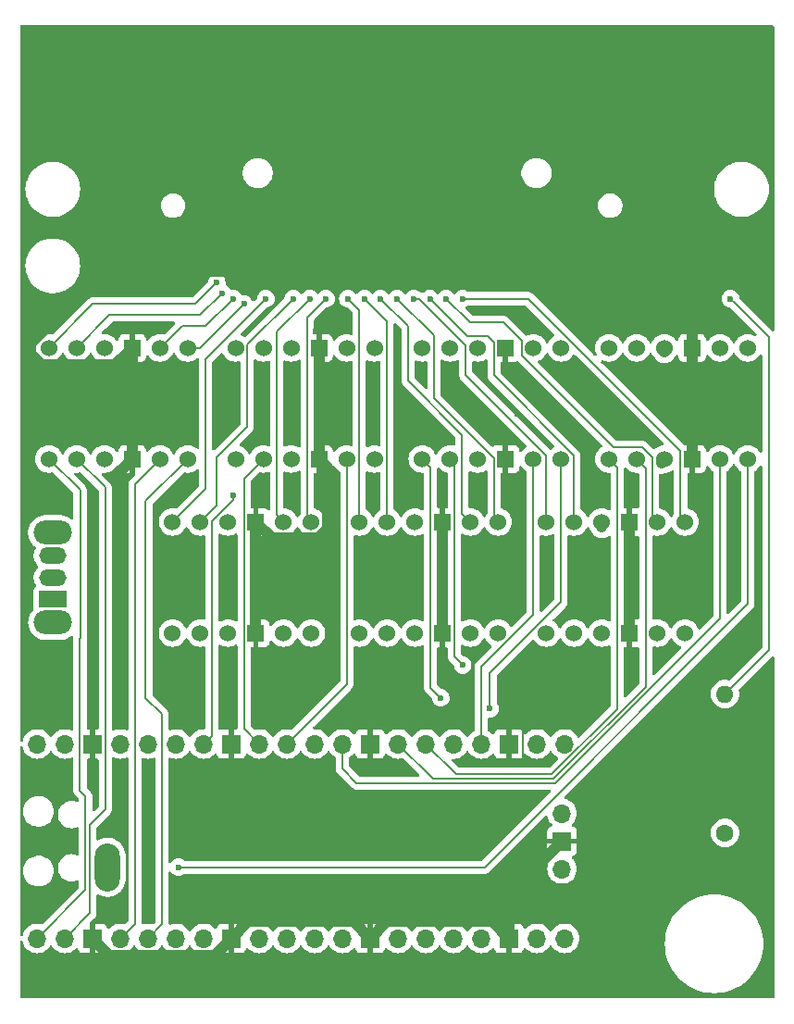
<source format=gbr>
%TF.GenerationSoftware,KiCad,Pcbnew,8.0.1*%
%TF.CreationDate,2024-04-15T13:22:49+02:00*%
%TF.ProjectId,shawazu-gb-dumper,73686177-617a-4752-9d67-622d64756d70,rev?*%
%TF.SameCoordinates,Original*%
%TF.FileFunction,Copper,L2,Bot*%
%TF.FilePolarity,Positive*%
%FSLAX46Y46*%
G04 Gerber Fmt 4.6, Leading zero omitted, Abs format (unit mm)*
G04 Created by KiCad (PCBNEW 8.0.1) date 2024-04-15 13:22:49*
%MOMM*%
%LPD*%
G01*
G04 APERTURE LIST*
%TA.AperFunction,ComponentPad*%
%ADD10R,1.524000X1.524000*%
%TD*%
%TA.AperFunction,ComponentPad*%
%ADD11C,1.524000*%
%TD*%
%TA.AperFunction,ComponentPad*%
%ADD12O,2.300000X4.400000*%
%TD*%
%TA.AperFunction,ComponentPad*%
%ADD13O,1.700000X1.700000*%
%TD*%
%TA.AperFunction,ComponentPad*%
%ADD14R,1.700000X1.700000*%
%TD*%
%TA.AperFunction,ComponentPad*%
%ADD15C,1.600000*%
%TD*%
%TA.AperFunction,ComponentPad*%
%ADD16O,1.600000X1.600000*%
%TD*%
%TA.AperFunction,ComponentPad*%
%ADD17O,3.500000X2.200000*%
%TD*%
%TA.AperFunction,ComponentPad*%
%ADD18R,2.500000X1.500000*%
%TD*%
%TA.AperFunction,ComponentPad*%
%ADD19O,2.500000X1.500000*%
%TD*%
%TA.AperFunction,ViaPad*%
%ADD20C,0.600000*%
%TD*%
%TA.AperFunction,Conductor*%
%ADD21C,0.200000*%
%TD*%
%TA.AperFunction,Conductor*%
%ADD22C,1.000000*%
%TD*%
G04 APERTURE END LIST*
D10*
%TO.P,U1,GND_1,GND*%
%TO.N,GND*%
X115770000Y-54500000D03*
%TO.P,U1,GND_2,GND__1*%
X115770000Y-64660000D03*
D11*
%TO.P,U1,HV,HV*%
%TO.N,PWR*%
X113230000Y-54500000D03*
%TO.P,U1,HV1,HV1*%
%TO.N,A0*%
X108150000Y-54500000D03*
%TO.P,U1,HV2,HV2*%
%TO.N,A1*%
X110690000Y-54500000D03*
%TO.P,U1,HV3,HV3*%
%TO.N,A2*%
X118310000Y-54500000D03*
%TO.P,U1,HV4,HV4*%
%TO.N,A3*%
X120850000Y-54500000D03*
%TO.P,U1,LV,LV*%
%TO.N,+3.3V*%
X113230000Y-64660000D03*
%TO.P,U1,LV1,LV1*%
%TO.N,pico_A0*%
X108150000Y-64660000D03*
%TO.P,U1,LV2,LV2*%
%TO.N,pico_A1*%
X110690000Y-64660000D03*
%TO.P,U1,LV3,LV3*%
%TO.N,pico_A2*%
X118310000Y-64660000D03*
%TO.P,U1,LV4,LV4*%
%TO.N,pico_A3*%
X120850000Y-64660000D03*
%TD*%
D10*
%TO.P,U4,GND_1,GND*%
%TO.N,GND*%
X167000000Y-54500000D03*
%TO.P,U4,GND_2,GND__1*%
X167000000Y-64660000D03*
D11*
%TO.P,U4,HV,HV*%
%TO.N,PWR*%
X164460000Y-54500000D03*
%TO.P,U4,HV1,HV1*%
%TO.N,D4*%
X159380000Y-54500000D03*
%TO.P,U4,HV2,HV2*%
%TO.N,D5*%
X161920000Y-54500000D03*
%TO.P,U4,HV3,HV3*%
%TO.N,D6*%
X169540000Y-54500000D03*
%TO.P,U4,HV4,HV4*%
%TO.N,D7*%
X172080000Y-54500000D03*
%TO.P,U4,LV,LV*%
%TO.N,+3.3V*%
X164460000Y-64660000D03*
%TO.P,U4,LV1,LV1*%
%TO.N,pico_D4*%
X159380000Y-64660000D03*
%TO.P,U4,LV2,LV2*%
%TO.N,pico_D5*%
X161920000Y-64660000D03*
%TO.P,U4,LV3,LV3*%
%TO.N,pico_D6*%
X169540000Y-64660000D03*
%TO.P,U4,LV4,LV4*%
%TO.N,pico_D7*%
X172080000Y-64660000D03*
%TD*%
D12*
%TO.P,TP1,1,1*%
%TO.N,pico_D7*%
X113500000Y-102000000D03*
%TD*%
D10*
%TO.P,U3,GND_1,GND*%
%TO.N,GND*%
X149923332Y-54500000D03*
%TO.P,U3,GND_2,GND__1*%
X149923332Y-64660000D03*
D11*
%TO.P,U3,HV,HV*%
%TO.N,PWR*%
X147383332Y-54500000D03*
%TO.P,U3,HV1,HV1*%
%TO.N,D0*%
X142303332Y-54500000D03*
%TO.P,U3,HV2,HV2*%
%TO.N,D1*%
X144843332Y-54500000D03*
%TO.P,U3,HV3,HV3*%
%TO.N,D2*%
X152463332Y-54500000D03*
%TO.P,U3,HV4,HV4*%
%TO.N,D3*%
X155003332Y-54500000D03*
%TO.P,U3,LV,LV*%
%TO.N,+3.3V*%
X147383332Y-64660000D03*
%TO.P,U3,LV1,LV1*%
%TO.N,pico_D0*%
X142303332Y-64660000D03*
%TO.P,U3,LV2,LV2*%
%TO.N,pico_D1*%
X144843332Y-64660000D03*
%TO.P,U3,LV3,LV3*%
%TO.N,pico_D2*%
X152463332Y-64660000D03*
%TO.P,U3,LV4,LV4*%
%TO.N,pico_D3*%
X155003332Y-64660000D03*
%TD*%
D10*
%TO.P,U2,GND_1,GND*%
%TO.N,GND*%
X132846666Y-54500000D03*
%TO.P,U2,GND_2,GND__1*%
X132846666Y-64660000D03*
D11*
%TO.P,U2,HV,HV*%
%TO.N,PWR*%
X130306666Y-54500000D03*
%TO.P,U2,HV1,HV1*%
%TO.N,CLK*%
X125226666Y-54500000D03*
%TO.P,U2,HV2,HV2*%
%TO.N,~{WR}*%
X127766666Y-54500000D03*
%TO.P,U2,HV3,HV3*%
%TO.N,~{RD}*%
X135386666Y-54500000D03*
%TO.P,U2,HV4,HV4*%
%TO.N,~{CS}*%
X137926666Y-54500000D03*
%TO.P,U2,LV,LV*%
%TO.N,+3.3V*%
X130306666Y-64660000D03*
%TO.P,U2,LV1,LV1*%
%TO.N,pico_CLK*%
X125226666Y-64660000D03*
%TO.P,U2,LV2,LV2*%
%TO.N,pico_~{WR}*%
X127766666Y-64660000D03*
%TO.P,U2,LV3,LV3*%
%TO.N,pico_~{RD}*%
X135386666Y-64660000D03*
%TO.P,U2,LV4,LV4*%
%TO.N,pico_~{CS}*%
X137926666Y-64660000D03*
%TD*%
D10*
%TO.P,U6,GND_1,GND*%
%TO.N,GND*%
X144175000Y-70420000D03*
%TO.P,U6,GND_2,GND__1*%
X144175000Y-80580000D03*
D11*
%TO.P,U6,HV,HV*%
%TO.N,PWR*%
X141635000Y-70420000D03*
%TO.P,U6,HV1,HV1*%
%TO.N,A8*%
X136555000Y-70420000D03*
%TO.P,U6,HV2,HV2*%
%TO.N,A9*%
X139095000Y-70420000D03*
%TO.P,U6,HV3,HV3*%
%TO.N,A10*%
X146715000Y-70420000D03*
%TO.P,U6,HV4,HV4*%
%TO.N,A11*%
X149255000Y-70420000D03*
%TO.P,U6,LV,LV*%
%TO.N,+3.3V*%
X141635000Y-80580000D03*
%TO.P,U6,LV1,LV1*%
%TO.N,pico_A8*%
X136555000Y-80580000D03*
%TO.P,U6,LV2,LV2*%
%TO.N,pico_A9*%
X139095000Y-80580000D03*
%TO.P,U6,LV3,LV3*%
%TO.N,pico_A10*%
X146715000Y-80580000D03*
%TO.P,U6,LV4,LV4*%
%TO.N,pico_A11*%
X149255000Y-80580000D03*
%TD*%
D13*
%TO.P,U8,1,GPIO0*%
%TO.N,pico_A0*%
X107060000Y-108500000D03*
%TO.P,U8,2,GPIO1*%
%TO.N,pico_A1*%
X109600000Y-108500000D03*
D14*
%TO.P,U8,3,GND*%
%TO.N,GND*%
X112140000Y-108500000D03*
D13*
%TO.P,U8,4,GPIO2*%
%TO.N,pico_A2*%
X114680000Y-108500000D03*
%TO.P,U8,5,GPIO3*%
%TO.N,pico_A3*%
X117220000Y-108500000D03*
%TO.P,U8,6,GPIO4*%
%TO.N,pico_A4*%
X119760000Y-108500000D03*
%TO.P,U8,7,GPIO5*%
%TO.N,pico_A5*%
X122300000Y-108500000D03*
D14*
%TO.P,U8,8,GND*%
%TO.N,GND*%
X124840000Y-108500000D03*
D13*
%TO.P,U8,9,GPIO6*%
%TO.N,pico_A6*%
X127380000Y-108500000D03*
%TO.P,U8,10,GPIO7*%
%TO.N,pico_A7*%
X129920000Y-108500000D03*
%TO.P,U8,11,GPIO8*%
%TO.N,pico_A8*%
X132460000Y-108500000D03*
%TO.P,U8,12,GPIO9*%
%TO.N,pico_A9*%
X135000000Y-108500000D03*
D14*
%TO.P,U8,13,GND*%
%TO.N,GND*%
X137540000Y-108500000D03*
D13*
%TO.P,U8,14,GPIO10*%
%TO.N,pico_A10*%
X140080000Y-108500000D03*
%TO.P,U8,15,GPIO11*%
%TO.N,pico_A11*%
X142620000Y-108500000D03*
%TO.P,U8,16,GPIO12*%
%TO.N,pico_A12*%
X145160000Y-108500000D03*
%TO.P,U8,17,GPIO13*%
%TO.N,pico_A13*%
X147700000Y-108500000D03*
D14*
%TO.P,U8,18,GND*%
%TO.N,GND*%
X150240000Y-108500000D03*
D13*
%TO.P,U8,19,GPIO14*%
%TO.N,pico_A14*%
X152780000Y-108500000D03*
%TO.P,U8,20,GPIO15*%
%TO.N,pico_A15*%
X155320000Y-108500000D03*
%TO.P,U8,21,GPIO16*%
%TO.N,pico_D0*%
X155320000Y-90720000D03*
%TO.P,U8,22,GPIO17*%
%TO.N,pico_D1*%
X152780000Y-90720000D03*
D14*
%TO.P,U8,23,GND*%
%TO.N,GND*%
X150240000Y-90720000D03*
D13*
%TO.P,U8,24,GPIO18*%
%TO.N,pico_D2*%
X147700000Y-90720000D03*
%TO.P,U8,25,GPIO19*%
%TO.N,pico_D3*%
X145160000Y-90720000D03*
%TO.P,U8,26,GPIO20*%
%TO.N,pico_D4*%
X142620000Y-90720000D03*
%TO.P,U8,27,GPIO21*%
%TO.N,pico_D5*%
X140080000Y-90720000D03*
D14*
%TO.P,U8,28,GND*%
%TO.N,GND*%
X137540000Y-90720000D03*
D13*
%TO.P,U8,29,GPIO22*%
%TO.N,pico_D6*%
X135000000Y-90720000D03*
%TO.P,U8,30,RUN*%
%TO.N,unconnected-(U8-RUN-Pad30)_0*%
X132460000Y-90720000D03*
%TO.P,U8,31,GPIO26_ADC0*%
%TO.N,pico_~{RD}*%
X129920000Y-90720000D03*
%TO.P,U8,32,GPIO27_ADC1*%
%TO.N,pico_~{WR}*%
X127380000Y-90720000D03*
D14*
%TO.P,U8,33,AGND*%
%TO.N,GND*%
X124840000Y-90720000D03*
D13*
%TO.P,U8,34,GPIO28_ADC2*%
%TO.N,pico_~{CS}*%
X122300000Y-90720000D03*
%TO.P,U8,35,ADC_VREF*%
%TO.N,unconnected-(U8-ADC_VREF-Pad35)_0*%
X119760000Y-90720000D03*
%TO.P,U8,36,3V3*%
%TO.N,+3.3V*%
X117220000Y-90720000D03*
%TO.P,U8,37,3V3_EN*%
%TO.N,unconnected-(U8-3V3_EN-Pad37)*%
X114680000Y-90720000D03*
D14*
%TO.P,U8,38,GND*%
%TO.N,GND*%
X112140000Y-90720000D03*
D13*
%TO.P,U8,39,VSYS*%
%TO.N,unconnected-(U8-VSYS-Pad39)_0*%
X109600000Y-90720000D03*
%TO.P,U8,40,VBUS*%
%TO.N,+5V*%
X107060000Y-90720000D03*
%TO.P,U8,41,SWCLK*%
%TO.N,unconnected-(U8-SWCLK-Pad41)*%
X155090000Y-102150000D03*
D14*
%TO.P,U8,42,GND*%
%TO.N,GND*%
X155090000Y-99610000D03*
D13*
%TO.P,U8,43,SWDIO*%
%TO.N,unconnected-(U8-SWDIO-Pad43)*%
X155090000Y-97070000D03*
%TD*%
D15*
%TO.P,10 k\u03A9,1*%
%TO.N,PWR*%
X170000000Y-98850000D03*
D16*
%TO.P,10 k\u03A9,2*%
%TO.N,~{RST}*%
X170000000Y-86150000D03*
%TD*%
D17*
%TO.P,SW1,*%
%TO.N,*%
X108500000Y-79600000D03*
X108500000Y-71400000D03*
D18*
%TO.P,SW1,1,A*%
%TO.N,+5V*%
X108500000Y-77500000D03*
D19*
%TO.P,SW1,2,B*%
%TO.N,PWR*%
X108500000Y-75500000D03*
%TO.P,SW1,3,C*%
%TO.N,+3.3V*%
X108500000Y-73500000D03*
%TD*%
D10*
%TO.P,U7,GND_1,GND*%
%TO.N,GND*%
X161270000Y-70420000D03*
%TO.P,U7,GND_2,GND__1*%
X161270000Y-80580000D03*
D11*
%TO.P,U7,HV,HV*%
%TO.N,PWR*%
X158730000Y-70420000D03*
%TO.P,U7,HV1,HV1*%
%TO.N,A12*%
X153650000Y-70420000D03*
%TO.P,U7,HV2,HV2*%
%TO.N,A13*%
X156190000Y-70420000D03*
%TO.P,U7,HV3,HV3*%
%TO.N,A14*%
X163810000Y-70420000D03*
%TO.P,U7,HV4,HV4*%
%TO.N,A15*%
X166350000Y-70420000D03*
%TO.P,U7,LV,LV*%
%TO.N,+3.3V*%
X158730000Y-80580000D03*
%TO.P,U7,LV1,LV1*%
%TO.N,pico_A12*%
X153650000Y-80580000D03*
%TO.P,U7,LV2,LV2*%
%TO.N,pico_A13*%
X156190000Y-80580000D03*
%TO.P,U7,LV3,LV3*%
%TO.N,pico_A14*%
X163810000Y-80580000D03*
%TO.P,U7,LV4,LV4*%
%TO.N,pico_A15*%
X166350000Y-80580000D03*
%TD*%
D10*
%TO.P,U5,GND_1,GND*%
%TO.N,GND*%
X127080000Y-70420000D03*
%TO.P,U5,GND_2,GND__1*%
X127080000Y-80580000D03*
D11*
%TO.P,U5,HV,HV*%
%TO.N,PWR*%
X124540000Y-70420000D03*
%TO.P,U5,HV1,HV1*%
%TO.N,A4*%
X119460000Y-70420000D03*
%TO.P,U5,HV2,HV2*%
%TO.N,A5*%
X122000000Y-70420000D03*
%TO.P,U5,HV3,HV3*%
%TO.N,A6*%
X129620000Y-70420000D03*
%TO.P,U5,HV4,HV4*%
%TO.N,A7*%
X132160000Y-70420000D03*
%TO.P,U5,LV,LV*%
%TO.N,+3.3V*%
X124540000Y-80580000D03*
%TO.P,U5,LV1,LV1*%
%TO.N,pico_A4*%
X119460000Y-80580000D03*
%TO.P,U5,LV2,LV2*%
%TO.N,pico_A5*%
X122000000Y-80580000D03*
%TO.P,U5,LV3,LV3*%
%TO.N,pico_A6*%
X129620000Y-80580000D03*
%TO.P,U5,LV4,LV4*%
%TO.N,pico_A7*%
X132160000Y-80580000D03*
%TD*%
D20*
%TO.N,A9*%
X137000000Y-50000000D03*
%TO.N,A13*%
X143000000Y-50000000D03*
%TO.N,A3*%
X126000000Y-50500000D03*
%TO.N,A2*%
X125000000Y-50000000D03*
%TO.N,A0*%
X123500000Y-48500000D03*
%TO.N,A1*%
X124000000Y-49500000D03*
%TO.N,A15*%
X146000000Y-50000000D03*
%TO.N,A14*%
X144500000Y-50000000D03*
%TO.N,A6*%
X132000000Y-50000000D03*
%TO.N,A12*%
X141500000Y-50000000D03*
%TO.N,A8*%
X135500000Y-50000000D03*
%TO.N,A4*%
X128000000Y-50000000D03*
%TO.N,A5*%
X130500000Y-50000000D03*
%TO.N,A11*%
X140000000Y-50000000D03*
%TO.N,~{RST}*%
X170500000Y-50000000D03*
%TO.N,A10*%
X138500000Y-50000000D03*
%TO.N,A7*%
X133500000Y-50000000D03*
%TO.N,GND*%
X141500000Y-104000000D03*
X160000000Y-94000000D03*
X129000000Y-113000000D03*
X110500000Y-60500000D03*
X130000000Y-84000000D03*
X130000000Y-60000000D03*
X165000000Y-82500000D03*
X109500000Y-84000000D03*
X124000000Y-75500000D03*
X146000000Y-59500000D03*
X154000000Y-56000000D03*
X142000000Y-56000000D03*
X140500000Y-85000000D03*
X137500000Y-60000000D03*
X122000000Y-38500000D03*
X108500000Y-93500000D03*
X117500000Y-105500000D03*
X162500000Y-35000000D03*
X122000000Y-83500000D03*
X132500000Y-53000000D03*
X120000000Y-96000000D03*
X165000000Y-59500000D03*
X114500000Y-96500000D03*
X139500000Y-75500000D03*
X137500000Y-83500000D03*
X146500000Y-104500000D03*
X163500000Y-104500000D03*
X133000000Y-84000000D03*
X161500000Y-76500000D03*
X147000000Y-97000000D03*
X119500000Y-84000000D03*
X149500000Y-51000000D03*
X159000000Y-60000000D03*
X127500000Y-59500000D03*
X170000000Y-28500000D03*
X120000000Y-74500000D03*
X138000000Y-67500000D03*
X152000000Y-113000000D03*
X124500000Y-84000000D03*
X158500000Y-75500000D03*
X115000000Y-49000000D03*
X165000000Y-96000000D03*
X148500000Y-39500000D03*
X150500000Y-68000000D03*
X147000000Y-67500000D03*
X147000000Y-51000000D03*
X164500000Y-67500000D03*
X133500000Y-104500000D03*
X117500000Y-96500000D03*
X158000000Y-67000000D03*
X114000000Y-106000000D03*
X170500000Y-72000000D03*
X112000000Y-94000000D03*
X126000000Y-104500000D03*
X119000000Y-59500000D03*
X165000000Y-47500000D03*
X137500000Y-96000000D03*
X134000000Y-96000000D03*
X126000000Y-96500000D03*
X151500000Y-87000000D03*
X172000000Y-57000000D03*
X148000000Y-75500000D03*
X122500000Y-94500000D03*
X125000000Y-60000000D03*
X154000000Y-60000000D03*
X130500000Y-66500000D03*
X156500000Y-37500000D03*
X151000000Y-60500000D03*
X151500000Y-92500000D03*
X153500000Y-75000000D03*
X151500000Y-103000000D03*
X108500000Y-67000000D03*
X137500000Y-93000000D03*
X141500000Y-60500000D03*
X137000000Y-113000000D03*
X109500000Y-56000000D03*
X131000000Y-75500000D03*
X134000000Y-60500000D03*
X134500000Y-42000000D03*
X159500000Y-110000000D03*
X165500000Y-77500000D03*
X166000000Y-53000000D03*
X144000000Y-97500000D03*
X114500000Y-86000000D03*
X108500000Y-104500000D03*
X115000000Y-35500000D03*
X152000000Y-52000000D03*
X130000000Y-94500000D03*
X111000000Y-113000000D03*
X109500000Y-28500000D03*
%TO.N,pico_~{CS}*%
X125000000Y-68000000D03*
%TO.N,pico_D7*%
X120000000Y-102000000D03*
%TO.N,pico_D0*%
X144000000Y-86500000D03*
%TO.N,pico_D3*%
X148500000Y-87500000D03*
%TO.N,pico_D1*%
X146000000Y-83500000D03*
%TD*%
D21*
%TO.N,A9*%
X137000000Y-50000000D02*
X139095000Y-52095000D01*
X139095000Y-52095000D02*
X139095000Y-70420000D01*
%TO.N,A13*%
X156190000Y-64344773D02*
X156190000Y-70420000D01*
X146388000Y-53388000D02*
X148249332Y-53388000D01*
X143000000Y-50000000D02*
X146388000Y-53388000D01*
X148861332Y-54000000D02*
X148861332Y-57016105D01*
X148249332Y-53388000D02*
X148861332Y-54000000D01*
X148861332Y-57016105D02*
X156190000Y-64344773D01*
%TO.N,A3*%
X122000000Y-54500000D02*
X120850000Y-54500000D01*
X126000000Y-50500000D02*
X122000000Y-54500000D01*
%TO.N,A2*%
X120310000Y-52500000D02*
X118310000Y-54500000D01*
X122500000Y-52500000D02*
X120310000Y-52500000D01*
X125000000Y-50000000D02*
X122500000Y-52500000D01*
%TO.N,A0*%
X123000000Y-49000000D02*
X121500000Y-50500000D01*
X123000000Y-49000000D02*
X123500000Y-48500000D01*
X112150000Y-50500000D02*
X108150000Y-54500000D01*
X121500000Y-50500000D02*
X112150000Y-50500000D01*
%TO.N,A1*%
X113690000Y-51500000D02*
X110690000Y-54500000D01*
X122000000Y-51500000D02*
X113690000Y-51500000D01*
X124000000Y-49500000D02*
X122000000Y-51500000D01*
%TO.N,A15*%
X152005227Y-50000000D02*
X165938000Y-63932773D01*
X165938000Y-63932773D02*
X165938000Y-70008000D01*
X165938000Y-70008000D02*
X166350000Y-70420000D01*
X146000000Y-50000000D02*
X152005227Y-50000000D01*
%TO.N,A14*%
X151401332Y-55179437D02*
X159819895Y-63598000D01*
X144500000Y-50000000D02*
X146651471Y-52151471D01*
X159819895Y-63598000D02*
X162446000Y-63598000D01*
X146651471Y-52151471D02*
X149698803Y-52151471D01*
X162446000Y-63598000D02*
X163348000Y-64500000D01*
X163348000Y-64500000D02*
X163348000Y-69958000D01*
X149698803Y-52151471D02*
X151401332Y-53854000D01*
X151401332Y-53854000D02*
X151401332Y-55179437D01*
X163348000Y-69958000D02*
X163810000Y-70420000D01*
%TO.N,A6*%
X129620000Y-70420000D02*
X129000000Y-69800000D01*
X129000000Y-69800000D02*
X129000000Y-53000000D01*
X129000000Y-53000000D02*
X132000000Y-50000000D01*
%TO.N,A12*%
X141500000Y-50000000D02*
X142000000Y-50000000D01*
X146271332Y-54271332D02*
X146271332Y-56966105D01*
X153650000Y-64344773D02*
X153650000Y-70420000D01*
X142000000Y-50000000D02*
X146271332Y-54271332D01*
X146271332Y-56966105D02*
X153650000Y-64344773D01*
%TO.N,A8*%
X135500000Y-50000000D02*
X136555000Y-51055000D01*
X136555000Y-51055000D02*
X136555000Y-70420000D01*
%TO.N,A4*%
X122500000Y-67380000D02*
X122500000Y-55500000D01*
X119460000Y-70420000D02*
X122500000Y-67380000D01*
X122500000Y-55500000D02*
X128000000Y-50000000D01*
%TO.N,A5*%
X122000000Y-70420000D02*
X123500000Y-68920000D01*
X126288666Y-54211334D02*
X130500000Y-50000000D01*
X123500000Y-68920000D02*
X123500000Y-64500000D01*
X123500000Y-64500000D02*
X126288666Y-61711334D01*
X126288666Y-61711334D02*
X126288666Y-54211334D01*
%TO.N,A11*%
X143365332Y-53365332D02*
X143365332Y-59069394D01*
X148861332Y-64565394D02*
X148861332Y-70026332D01*
X140000000Y-50000000D02*
X143365332Y-53365332D01*
X143365332Y-59069394D02*
X148861332Y-64565394D01*
X148861332Y-70026332D02*
X149255000Y-70420000D01*
D22*
%TO.N,PWR*%
X164460000Y-54500000D02*
X164460000Y-54901709D01*
X158730000Y-70904000D02*
X158730000Y-70420000D01*
D21*
%TO.N,~{RST}*%
X171000000Y-50500000D02*
X170500000Y-50000000D01*
X171000000Y-50500000D02*
X174000000Y-53500000D01*
X174000000Y-82150000D02*
X170000000Y-86150000D01*
X174000000Y-53500000D02*
X174000000Y-82150000D01*
%TO.N,A10*%
X141000000Y-52500000D02*
X141000000Y-57500000D01*
X145953001Y-62453001D02*
X145953001Y-69658001D01*
X141000000Y-57500000D02*
X145953001Y-62453001D01*
X146580000Y-70420000D02*
X146500000Y-70500000D01*
X146715000Y-70420000D02*
X146580000Y-70420000D01*
X138500000Y-50000000D02*
X141000000Y-52500000D01*
X145953001Y-69658001D02*
X146715000Y-70420000D01*
%TO.N,A7*%
X131784666Y-51715334D02*
X131784666Y-70044666D01*
X131784666Y-70044666D02*
X132160000Y-70420000D01*
X133500000Y-50000000D02*
X131784666Y-51715334D01*
D22*
%TO.N,GND*%
X132765581Y-71882000D02*
X133622000Y-71025581D01*
X161270000Y-76730000D02*
X161500000Y-76500000D01*
X165000000Y-47500000D02*
X165000000Y-49000000D01*
X151700000Y-103000000D02*
X151500000Y-103000000D01*
X107512000Y-56012000D02*
X109488000Y-56012000D01*
X161500000Y-76500000D02*
X161270000Y-76270000D01*
X148690000Y-106950000D02*
X139090000Y-106950000D01*
D21*
X151500000Y-87000000D02*
X151500000Y-92500000D01*
D22*
X155090000Y-99610000D02*
X151700000Y-103000000D01*
X167000000Y-51000000D02*
X167000000Y-54500000D01*
X150240000Y-104460000D02*
X150240000Y-108500000D01*
X144175000Y-80580000D02*
X144175000Y-70420000D01*
X126390000Y-106950000D02*
X124840000Y-108500000D01*
X123290000Y-110050000D02*
X113690000Y-110050000D01*
X115770000Y-64660000D02*
X115770000Y-54500000D01*
X133622000Y-65435334D02*
X132846666Y-64660000D01*
X127080000Y-70420000D02*
X128542000Y-71882000D01*
X135990000Y-106950000D02*
X126390000Y-106950000D01*
X106500000Y-54082419D02*
X106500000Y-55000000D01*
X151500000Y-103200000D02*
X150240000Y-104460000D01*
X137540000Y-108500000D02*
X135990000Y-106950000D01*
X109512000Y-56012000D02*
X114258000Y-56012000D01*
X113082419Y-47500000D02*
X106500000Y-54082419D01*
X114258000Y-56012000D02*
X115770000Y-54500000D01*
X109488000Y-56012000D02*
X109500000Y-56000000D01*
X128542000Y-71882000D02*
X132765581Y-71882000D01*
X127080000Y-80580000D02*
X127080000Y-70420000D01*
X133622000Y-71025581D02*
X133622000Y-65435334D01*
X161270000Y-76270000D02*
X161270000Y-70420000D01*
X106500000Y-55000000D02*
X107512000Y-56012000D01*
X165000000Y-49000000D02*
X167000000Y-51000000D01*
X124840000Y-108500000D02*
X123290000Y-110050000D01*
X151500000Y-103000000D02*
X151500000Y-103200000D01*
X109500000Y-56000000D02*
X109512000Y-56012000D01*
X150240000Y-108500000D02*
X148690000Y-106950000D01*
X161270000Y-80580000D02*
X161270000Y-76730000D01*
X139090000Y-106950000D02*
X137540000Y-108500000D01*
D21*
X115770000Y-64660000D02*
X115770000Y-64770000D01*
D22*
X132846666Y-54500000D02*
X132846666Y-64660000D01*
X165000000Y-47500000D02*
X113082419Y-47500000D01*
X114500000Y-65930000D02*
X115770000Y-64660000D01*
X114500000Y-86000000D02*
X114500000Y-65930000D01*
X113690000Y-110050000D02*
X112140000Y-108500000D01*
X167000000Y-64660000D02*
X167000000Y-54500000D01*
D21*
%TO.N,pico_~{CS}*%
X123062000Y-70325394D02*
X123062000Y-89958000D01*
X123062000Y-70325394D02*
X125000000Y-68387394D01*
X125000000Y-68387394D02*
X125000000Y-68000000D01*
X123062000Y-89958000D02*
X122300000Y-90720000D01*
D22*
%TO.N,+3.3V*%
X164460000Y-64660000D02*
X164198001Y-64660000D01*
X164198001Y-64660000D02*
X164198000Y-65000000D01*
D21*
%TO.N,pico_D7*%
X148000000Y-102000000D02*
X172080000Y-77920000D01*
X145000000Y-102000000D02*
X146431894Y-102000000D01*
X145000000Y-102000000D02*
X148000000Y-102000000D01*
X172080000Y-64660000D02*
X172080000Y-77000000D01*
X172080000Y-77920000D02*
X172080000Y-77000000D01*
X120000000Y-102000000D02*
X145000000Y-102000000D01*
%TO.N,pico_A3*%
X118500000Y-88000000D02*
X118500000Y-107220000D01*
X117220000Y-108280000D02*
X117500000Y-108000000D01*
X117000000Y-68510000D02*
X117000000Y-86500000D01*
X117220000Y-108500000D02*
X117220000Y-108280000D01*
X120850000Y-64660000D02*
X117000000Y-68510000D01*
X117000000Y-86500000D02*
X118500000Y-88000000D01*
X118500000Y-107220000D02*
X117220000Y-108500000D01*
%TO.N,pico_A0*%
X110990000Y-81010000D02*
X111000000Y-81000000D01*
X111500000Y-104060000D02*
X111500000Y-95500000D01*
X111000000Y-67510000D02*
X108150000Y-64660000D01*
X110990000Y-94990000D02*
X110990000Y-81010000D01*
X111000000Y-81000000D02*
X111000000Y-67510000D01*
X107060000Y-108500000D02*
X111500000Y-104060000D01*
X111500000Y-95500000D02*
X110990000Y-94990000D01*
%TO.N,pico_A2*%
X116000000Y-66970000D02*
X118310000Y-64660000D01*
X114680000Y-108500000D02*
X116000000Y-107180000D01*
X116000000Y-107180000D02*
X116000000Y-66970000D01*
%TO.N,pico_A1*%
X113290000Y-84000000D02*
X113290000Y-83790000D01*
X113290000Y-84000000D02*
X113290000Y-96710000D01*
X110690000Y-64660000D02*
X113290000Y-67260000D01*
X111900000Y-106200000D02*
X109600000Y-108500000D01*
X113290000Y-67260000D02*
X113290000Y-84000000D01*
X111900000Y-98100000D02*
X111900000Y-106200000D01*
X113290000Y-96710000D02*
X111900000Y-98100000D01*
%TO.N,pico_~{WR}*%
X126000000Y-66426666D02*
X126000000Y-89340000D01*
X126000000Y-89340000D02*
X127380000Y-90720000D01*
X127766666Y-64660000D02*
X126000000Y-66426666D01*
%TO.N,pico_~{RD}*%
X135386666Y-85253334D02*
X129920000Y-90720000D01*
X135386666Y-64660000D02*
X135386666Y-85253334D01*
%TO.N,pico_D0*%
X143065331Y-85565331D02*
X144000000Y-86500000D01*
X143065331Y-65421999D02*
X143065331Y-85565331D01*
X142303332Y-64660000D02*
X143065331Y-65421999D01*
%TO.N,pico_D3*%
X148500000Y-85000000D02*
X148500000Y-87500000D01*
X148500000Y-84228106D02*
X148500000Y-85000000D01*
X155003332Y-64660000D02*
X155003332Y-77724773D01*
X155003332Y-77724773D02*
X148500000Y-84228106D01*
%TO.N,pico_D2*%
X147700000Y-83636895D02*
X147700000Y-90720000D01*
X152463332Y-78873563D02*
X147700000Y-83636895D01*
X152463332Y-64660000D02*
X152463332Y-78873563D01*
%TO.N,pico_D1*%
X145237000Y-65053668D02*
X145237000Y-82500000D01*
X145237000Y-82737000D02*
X146000000Y-83500000D01*
X145237000Y-82500000D02*
X145237000Y-82737000D01*
X144843332Y-64660000D02*
X145237000Y-65053668D01*
%TO.N,pico_D5*%
X162748000Y-85484032D02*
X154332031Y-93900000D01*
X143260000Y-93900000D02*
X140080000Y-90720000D01*
X154332031Y-93900000D02*
X143260000Y-93900000D01*
X162748000Y-65488000D02*
X162748000Y-85484032D01*
X161920000Y-64660000D02*
X162748000Y-65488000D01*
%TO.N,pico_D6*%
X169540000Y-64660000D02*
X169540000Y-79257718D01*
X169540000Y-79257718D02*
X154497716Y-94300000D01*
X135000000Y-93000000D02*
X135000000Y-90720000D01*
X154497716Y-94300000D02*
X136300000Y-94300000D01*
X136300000Y-94300000D02*
X135000000Y-93000000D01*
%TO.N,pico_D4*%
X160141999Y-65421999D02*
X160141999Y-87524347D01*
X145400000Y-93500000D02*
X142620000Y-90720000D01*
X154166346Y-93500000D02*
X145400000Y-93500000D01*
X160141999Y-87524347D02*
X154166346Y-93500000D01*
X159380000Y-64660000D02*
X160141999Y-65421999D01*
%TD*%
%TA.AperFunction,Conductor*%
%TO.N,GND*%
G36*
X173360355Y-65279520D02*
G01*
X173395769Y-65339750D01*
X173399500Y-65369939D01*
X173399500Y-81849902D01*
X173379815Y-81916941D01*
X173363181Y-81937583D01*
X170442705Y-84858058D01*
X170381382Y-84891543D01*
X170322931Y-84890152D01*
X170226697Y-84864366D01*
X170226693Y-84864365D01*
X170226692Y-84864365D01*
X170226691Y-84864364D01*
X170226686Y-84864364D01*
X170000002Y-84844532D01*
X169999998Y-84844532D01*
X169773313Y-84864364D01*
X169773302Y-84864366D01*
X169553511Y-84923258D01*
X169553502Y-84923261D01*
X169347267Y-85019431D01*
X169347265Y-85019432D01*
X169160858Y-85149954D01*
X168999954Y-85310858D01*
X168869432Y-85497265D01*
X168869431Y-85497267D01*
X168773261Y-85703502D01*
X168773258Y-85703511D01*
X168714366Y-85923302D01*
X168714364Y-85923313D01*
X168694532Y-86149998D01*
X168694532Y-86150001D01*
X168714364Y-86376686D01*
X168714366Y-86376697D01*
X168773258Y-86596488D01*
X168773261Y-86596497D01*
X168869431Y-86802732D01*
X168869432Y-86802734D01*
X168999954Y-86989141D01*
X169160858Y-87150045D01*
X169168483Y-87155384D01*
X169347266Y-87280568D01*
X169553504Y-87376739D01*
X169773308Y-87435635D01*
X169935230Y-87449801D01*
X169999998Y-87455468D01*
X170000000Y-87455468D01*
X170000002Y-87455468D01*
X170056673Y-87450509D01*
X170226692Y-87435635D01*
X170446496Y-87376739D01*
X170652734Y-87280568D01*
X170839139Y-87150047D01*
X171000047Y-86989139D01*
X171130568Y-86802734D01*
X171226739Y-86596496D01*
X171285635Y-86376692D01*
X171305468Y-86150000D01*
X171285635Y-85923308D01*
X171259847Y-85827066D01*
X171261510Y-85757217D01*
X171291939Y-85707294D01*
X174287819Y-82711415D01*
X174349142Y-82677930D01*
X174418834Y-82682914D01*
X174474767Y-82724786D01*
X174499184Y-82790250D01*
X174499500Y-82799096D01*
X174499500Y-113875500D01*
X174479815Y-113942539D01*
X174427011Y-113988294D01*
X174375500Y-113999500D01*
X105624500Y-113999500D01*
X105557461Y-113979815D01*
X105511706Y-113927011D01*
X105500500Y-113875500D01*
X105500500Y-108839672D01*
X105520185Y-108772633D01*
X105572989Y-108726878D01*
X105642147Y-108716934D01*
X105705703Y-108745959D01*
X105743477Y-108804737D01*
X105744275Y-108807579D01*
X105786094Y-108963655D01*
X105786096Y-108963659D01*
X105786097Y-108963663D01*
X105866004Y-109135023D01*
X105885965Y-109177830D01*
X105885967Y-109177834D01*
X105994281Y-109332521D01*
X106021505Y-109371401D01*
X106188599Y-109538495D01*
X106265135Y-109592086D01*
X106382165Y-109674032D01*
X106382167Y-109674033D01*
X106382170Y-109674035D01*
X106596337Y-109773903D01*
X106824592Y-109835063D01*
X106995319Y-109850000D01*
X107059999Y-109855659D01*
X107060000Y-109855659D01*
X107060001Y-109855659D01*
X107124681Y-109850000D01*
X107295408Y-109835063D01*
X107523663Y-109773903D01*
X107737830Y-109674035D01*
X107931401Y-109538495D01*
X108098495Y-109371401D01*
X108228425Y-109185842D01*
X108283002Y-109142217D01*
X108352500Y-109135023D01*
X108414855Y-109166546D01*
X108431575Y-109185842D01*
X108561500Y-109371395D01*
X108561505Y-109371401D01*
X108728599Y-109538495D01*
X108805135Y-109592086D01*
X108922165Y-109674032D01*
X108922167Y-109674033D01*
X108922170Y-109674035D01*
X109136337Y-109773903D01*
X109364592Y-109835063D01*
X109535319Y-109850000D01*
X109599999Y-109855659D01*
X109600000Y-109855659D01*
X109600001Y-109855659D01*
X109664681Y-109850000D01*
X109835408Y-109835063D01*
X110063663Y-109773903D01*
X110277830Y-109674035D01*
X110471401Y-109538495D01*
X110593717Y-109416178D01*
X110655036Y-109382696D01*
X110724728Y-109387680D01*
X110780662Y-109429551D01*
X110797577Y-109460528D01*
X110846646Y-109592088D01*
X110846649Y-109592093D01*
X110932809Y-109707187D01*
X110932812Y-109707190D01*
X111047906Y-109793350D01*
X111047913Y-109793354D01*
X111182620Y-109843596D01*
X111182627Y-109843598D01*
X111242155Y-109849999D01*
X111242172Y-109850000D01*
X111890000Y-109850000D01*
X111890000Y-108944560D01*
X111943147Y-108975245D01*
X112072857Y-109010000D01*
X112207143Y-109010000D01*
X112336853Y-108975245D01*
X112390000Y-108944560D01*
X112390000Y-109850000D01*
X113037828Y-109850000D01*
X113037844Y-109849999D01*
X113097372Y-109843598D01*
X113097379Y-109843596D01*
X113232086Y-109793354D01*
X113232093Y-109793350D01*
X113347187Y-109707190D01*
X113347190Y-109707187D01*
X113433350Y-109592093D01*
X113433354Y-109592086D01*
X113482422Y-109460529D01*
X113524293Y-109404595D01*
X113589757Y-109380178D01*
X113658030Y-109395030D01*
X113686285Y-109416181D01*
X113808599Y-109538495D01*
X113885135Y-109592086D01*
X114002165Y-109674032D01*
X114002167Y-109674033D01*
X114002170Y-109674035D01*
X114216337Y-109773903D01*
X114444592Y-109835063D01*
X114615319Y-109850000D01*
X114679999Y-109855659D01*
X114680000Y-109855659D01*
X114680001Y-109855659D01*
X114744681Y-109850000D01*
X114915408Y-109835063D01*
X115143663Y-109773903D01*
X115357830Y-109674035D01*
X115551401Y-109538495D01*
X115718495Y-109371401D01*
X115848425Y-109185842D01*
X115903002Y-109142217D01*
X115972500Y-109135023D01*
X116034855Y-109166546D01*
X116051575Y-109185842D01*
X116181500Y-109371395D01*
X116181505Y-109371401D01*
X116348599Y-109538495D01*
X116425135Y-109592086D01*
X116542165Y-109674032D01*
X116542167Y-109674033D01*
X116542170Y-109674035D01*
X116756337Y-109773903D01*
X116984592Y-109835063D01*
X117155319Y-109850000D01*
X117219999Y-109855659D01*
X117220000Y-109855659D01*
X117220001Y-109855659D01*
X117284681Y-109850000D01*
X117455408Y-109835063D01*
X117683663Y-109773903D01*
X117897830Y-109674035D01*
X118091401Y-109538495D01*
X118258495Y-109371401D01*
X118388425Y-109185842D01*
X118443002Y-109142217D01*
X118512500Y-109135023D01*
X118574855Y-109166546D01*
X118591575Y-109185842D01*
X118721500Y-109371395D01*
X118721505Y-109371401D01*
X118888599Y-109538495D01*
X118965135Y-109592086D01*
X119082165Y-109674032D01*
X119082167Y-109674033D01*
X119082170Y-109674035D01*
X119296337Y-109773903D01*
X119524592Y-109835063D01*
X119695319Y-109850000D01*
X119759999Y-109855659D01*
X119760000Y-109855659D01*
X119760001Y-109855659D01*
X119824681Y-109850000D01*
X119995408Y-109835063D01*
X120223663Y-109773903D01*
X120437830Y-109674035D01*
X120631401Y-109538495D01*
X120798495Y-109371401D01*
X120928425Y-109185842D01*
X120983002Y-109142217D01*
X121052500Y-109135023D01*
X121114855Y-109166546D01*
X121131575Y-109185842D01*
X121261500Y-109371395D01*
X121261505Y-109371401D01*
X121428599Y-109538495D01*
X121505135Y-109592086D01*
X121622165Y-109674032D01*
X121622167Y-109674033D01*
X121622170Y-109674035D01*
X121836337Y-109773903D01*
X122064592Y-109835063D01*
X122235319Y-109850000D01*
X122299999Y-109855659D01*
X122300000Y-109855659D01*
X122300001Y-109855659D01*
X122364681Y-109850000D01*
X122535408Y-109835063D01*
X122763663Y-109773903D01*
X122977830Y-109674035D01*
X123171401Y-109538495D01*
X123293717Y-109416178D01*
X123355036Y-109382696D01*
X123424728Y-109387680D01*
X123480662Y-109429551D01*
X123497577Y-109460528D01*
X123546646Y-109592088D01*
X123546649Y-109592093D01*
X123632809Y-109707187D01*
X123632812Y-109707190D01*
X123747906Y-109793350D01*
X123747913Y-109793354D01*
X123882620Y-109843596D01*
X123882627Y-109843598D01*
X123942155Y-109849999D01*
X123942172Y-109850000D01*
X124590000Y-109850000D01*
X124590000Y-108944560D01*
X124643147Y-108975245D01*
X124772857Y-109010000D01*
X124907143Y-109010000D01*
X125036853Y-108975245D01*
X125090000Y-108944560D01*
X125090000Y-109850000D01*
X125737828Y-109850000D01*
X125737844Y-109849999D01*
X125797372Y-109843598D01*
X125797379Y-109843596D01*
X125932086Y-109793354D01*
X125932093Y-109793350D01*
X126047187Y-109707190D01*
X126047190Y-109707187D01*
X126133350Y-109592093D01*
X126133354Y-109592086D01*
X126182422Y-109460529D01*
X126224293Y-109404595D01*
X126289757Y-109380178D01*
X126358030Y-109395030D01*
X126386285Y-109416181D01*
X126508599Y-109538495D01*
X126585135Y-109592086D01*
X126702165Y-109674032D01*
X126702167Y-109674033D01*
X126702170Y-109674035D01*
X126916337Y-109773903D01*
X127144592Y-109835063D01*
X127315319Y-109850000D01*
X127379999Y-109855659D01*
X127380000Y-109855659D01*
X127380001Y-109855659D01*
X127444681Y-109850000D01*
X127615408Y-109835063D01*
X127843663Y-109773903D01*
X128057830Y-109674035D01*
X128251401Y-109538495D01*
X128418495Y-109371401D01*
X128548425Y-109185842D01*
X128603002Y-109142217D01*
X128672500Y-109135023D01*
X128734855Y-109166546D01*
X128751575Y-109185842D01*
X128881500Y-109371395D01*
X128881505Y-109371401D01*
X129048599Y-109538495D01*
X129125135Y-109592086D01*
X129242165Y-109674032D01*
X129242167Y-109674033D01*
X129242170Y-109674035D01*
X129456337Y-109773903D01*
X129684592Y-109835063D01*
X129855319Y-109850000D01*
X129919999Y-109855659D01*
X129920000Y-109855659D01*
X129920001Y-109855659D01*
X129984681Y-109850000D01*
X130155408Y-109835063D01*
X130383663Y-109773903D01*
X130597830Y-109674035D01*
X130791401Y-109538495D01*
X130958495Y-109371401D01*
X131088425Y-109185842D01*
X131143002Y-109142217D01*
X131212500Y-109135023D01*
X131274855Y-109166546D01*
X131291575Y-109185842D01*
X131421500Y-109371395D01*
X131421505Y-109371401D01*
X131588599Y-109538495D01*
X131665135Y-109592086D01*
X131782165Y-109674032D01*
X131782167Y-109674033D01*
X131782170Y-109674035D01*
X131996337Y-109773903D01*
X132224592Y-109835063D01*
X132395319Y-109850000D01*
X132459999Y-109855659D01*
X132460000Y-109855659D01*
X132460001Y-109855659D01*
X132524681Y-109850000D01*
X132695408Y-109835063D01*
X132923663Y-109773903D01*
X133137830Y-109674035D01*
X133331401Y-109538495D01*
X133498495Y-109371401D01*
X133628425Y-109185842D01*
X133683002Y-109142217D01*
X133752500Y-109135023D01*
X133814855Y-109166546D01*
X133831575Y-109185842D01*
X133961500Y-109371395D01*
X133961505Y-109371401D01*
X134128599Y-109538495D01*
X134205135Y-109592086D01*
X134322165Y-109674032D01*
X134322167Y-109674033D01*
X134322170Y-109674035D01*
X134536337Y-109773903D01*
X134764592Y-109835063D01*
X134935319Y-109850000D01*
X134999999Y-109855659D01*
X135000000Y-109855659D01*
X135000001Y-109855659D01*
X135064681Y-109850000D01*
X135235408Y-109835063D01*
X135463663Y-109773903D01*
X135677830Y-109674035D01*
X135871401Y-109538495D01*
X135993717Y-109416178D01*
X136055036Y-109382696D01*
X136124728Y-109387680D01*
X136180662Y-109429551D01*
X136197577Y-109460528D01*
X136246646Y-109592088D01*
X136246649Y-109592093D01*
X136332809Y-109707187D01*
X136332812Y-109707190D01*
X136447906Y-109793350D01*
X136447913Y-109793354D01*
X136582620Y-109843596D01*
X136582627Y-109843598D01*
X136642155Y-109849999D01*
X136642172Y-109850000D01*
X137290000Y-109850000D01*
X137290000Y-108944560D01*
X137343147Y-108975245D01*
X137472857Y-109010000D01*
X137607143Y-109010000D01*
X137736853Y-108975245D01*
X137790000Y-108944560D01*
X137790000Y-109850000D01*
X138437828Y-109850000D01*
X138437844Y-109849999D01*
X138497372Y-109843598D01*
X138497379Y-109843596D01*
X138632086Y-109793354D01*
X138632093Y-109793350D01*
X138747187Y-109707190D01*
X138747190Y-109707187D01*
X138833350Y-109592093D01*
X138833354Y-109592086D01*
X138882422Y-109460529D01*
X138924293Y-109404595D01*
X138989757Y-109380178D01*
X139058030Y-109395030D01*
X139086285Y-109416181D01*
X139208599Y-109538495D01*
X139285135Y-109592086D01*
X139402165Y-109674032D01*
X139402167Y-109674033D01*
X139402170Y-109674035D01*
X139616337Y-109773903D01*
X139844592Y-109835063D01*
X140015319Y-109850000D01*
X140079999Y-109855659D01*
X140080000Y-109855659D01*
X140080001Y-109855659D01*
X140144681Y-109850000D01*
X140315408Y-109835063D01*
X140543663Y-109773903D01*
X140757830Y-109674035D01*
X140951401Y-109538495D01*
X141118495Y-109371401D01*
X141248425Y-109185842D01*
X141303002Y-109142217D01*
X141372500Y-109135023D01*
X141434855Y-109166546D01*
X141451575Y-109185842D01*
X141581500Y-109371395D01*
X141581505Y-109371401D01*
X141748599Y-109538495D01*
X141825135Y-109592086D01*
X141942165Y-109674032D01*
X141942167Y-109674033D01*
X141942170Y-109674035D01*
X142156337Y-109773903D01*
X142384592Y-109835063D01*
X142555319Y-109850000D01*
X142619999Y-109855659D01*
X142620000Y-109855659D01*
X142620001Y-109855659D01*
X142684681Y-109850000D01*
X142855408Y-109835063D01*
X143083663Y-109773903D01*
X143297830Y-109674035D01*
X143491401Y-109538495D01*
X143658495Y-109371401D01*
X143788425Y-109185842D01*
X143843002Y-109142217D01*
X143912500Y-109135023D01*
X143974855Y-109166546D01*
X143991575Y-109185842D01*
X144121500Y-109371395D01*
X144121505Y-109371401D01*
X144288599Y-109538495D01*
X144365135Y-109592086D01*
X144482165Y-109674032D01*
X144482167Y-109674033D01*
X144482170Y-109674035D01*
X144696337Y-109773903D01*
X144924592Y-109835063D01*
X145095319Y-109850000D01*
X145159999Y-109855659D01*
X145160000Y-109855659D01*
X145160001Y-109855659D01*
X145224681Y-109850000D01*
X145395408Y-109835063D01*
X145623663Y-109773903D01*
X145837830Y-109674035D01*
X146031401Y-109538495D01*
X146198495Y-109371401D01*
X146328425Y-109185842D01*
X146383002Y-109142217D01*
X146452500Y-109135023D01*
X146514855Y-109166546D01*
X146531575Y-109185842D01*
X146661500Y-109371395D01*
X146661505Y-109371401D01*
X146828599Y-109538495D01*
X146905135Y-109592086D01*
X147022165Y-109674032D01*
X147022167Y-109674033D01*
X147022170Y-109674035D01*
X147236337Y-109773903D01*
X147464592Y-109835063D01*
X147635319Y-109850000D01*
X147699999Y-109855659D01*
X147700000Y-109855659D01*
X147700001Y-109855659D01*
X147764681Y-109850000D01*
X147935408Y-109835063D01*
X148163663Y-109773903D01*
X148377830Y-109674035D01*
X148571401Y-109538495D01*
X148693717Y-109416178D01*
X148755036Y-109382696D01*
X148824728Y-109387680D01*
X148880662Y-109429551D01*
X148897577Y-109460528D01*
X148946646Y-109592088D01*
X148946649Y-109592093D01*
X149032809Y-109707187D01*
X149032812Y-109707190D01*
X149147906Y-109793350D01*
X149147913Y-109793354D01*
X149282620Y-109843596D01*
X149282627Y-109843598D01*
X149342155Y-109849999D01*
X149342172Y-109850000D01*
X149990000Y-109850000D01*
X149990000Y-108944560D01*
X150043147Y-108975245D01*
X150172857Y-109010000D01*
X150307143Y-109010000D01*
X150436853Y-108975245D01*
X150490000Y-108944560D01*
X150490000Y-109850000D01*
X151137828Y-109850000D01*
X151137844Y-109849999D01*
X151197372Y-109843598D01*
X151197379Y-109843596D01*
X151332086Y-109793354D01*
X151332093Y-109793350D01*
X151447187Y-109707190D01*
X151447190Y-109707187D01*
X151533350Y-109592093D01*
X151533354Y-109592086D01*
X151582422Y-109460529D01*
X151624293Y-109404595D01*
X151689757Y-109380178D01*
X151758030Y-109395030D01*
X151786285Y-109416181D01*
X151908599Y-109538495D01*
X151985135Y-109592086D01*
X152102165Y-109674032D01*
X152102167Y-109674033D01*
X152102170Y-109674035D01*
X152316337Y-109773903D01*
X152544592Y-109835063D01*
X152715319Y-109850000D01*
X152779999Y-109855659D01*
X152780000Y-109855659D01*
X152780001Y-109855659D01*
X152844681Y-109850000D01*
X153015408Y-109835063D01*
X153243663Y-109773903D01*
X153457830Y-109674035D01*
X153651401Y-109538495D01*
X153818495Y-109371401D01*
X153948425Y-109185842D01*
X154003002Y-109142217D01*
X154072500Y-109135023D01*
X154134855Y-109166546D01*
X154151575Y-109185842D01*
X154281500Y-109371395D01*
X154281505Y-109371401D01*
X154448599Y-109538495D01*
X154525135Y-109592086D01*
X154642165Y-109674032D01*
X154642167Y-109674033D01*
X154642170Y-109674035D01*
X154856337Y-109773903D01*
X155084592Y-109835063D01*
X155255319Y-109850000D01*
X155319999Y-109855659D01*
X155320000Y-109855659D01*
X155320001Y-109855659D01*
X155384681Y-109850000D01*
X155555408Y-109835063D01*
X155783663Y-109773903D01*
X155997830Y-109674035D01*
X156191401Y-109538495D01*
X156358495Y-109371401D01*
X156494035Y-109177830D01*
X156576959Y-109000000D01*
X164494693Y-109000000D01*
X164513912Y-109415697D01*
X164513912Y-109415702D01*
X164513913Y-109415707D01*
X164571403Y-109827845D01*
X164571405Y-109827853D01*
X164666679Y-110232933D01*
X164798929Y-110627514D01*
X164967010Y-111008177D01*
X164967020Y-111008198D01*
X165169506Y-111371731D01*
X165169509Y-111371735D01*
X165169511Y-111371739D01*
X165404687Y-111715054D01*
X165404689Y-111715056D01*
X165404696Y-111715066D01*
X165666760Y-112030656D01*
X165670538Y-112035206D01*
X165964794Y-112329462D01*
X165964805Y-112329471D01*
X166284933Y-112595303D01*
X166284939Y-112595307D01*
X166284946Y-112595313D01*
X166628261Y-112830489D01*
X166991812Y-113032985D01*
X167182153Y-113117029D01*
X167372485Y-113201070D01*
X167372488Y-113201071D01*
X167372495Y-113201074D01*
X167767064Y-113333320D01*
X168172152Y-113428596D01*
X168584303Y-113486088D01*
X169000000Y-113505307D01*
X169415697Y-113486088D01*
X169827848Y-113428596D01*
X170232936Y-113333320D01*
X170627505Y-113201074D01*
X171008188Y-113032985D01*
X171371739Y-112830489D01*
X171715054Y-112595313D01*
X172035206Y-112329462D01*
X172329462Y-112035206D01*
X172595313Y-111715054D01*
X172830489Y-111371739D01*
X173032985Y-111008188D01*
X173201074Y-110627505D01*
X173333320Y-110232936D01*
X173428596Y-109827848D01*
X173486088Y-109415697D01*
X173505307Y-109000000D01*
X173486088Y-108584303D01*
X173428596Y-108172152D01*
X173333320Y-107767064D01*
X173201074Y-107372495D01*
X173180528Y-107325964D01*
X173109427Y-107164936D01*
X173032985Y-106991812D01*
X173021540Y-106971265D01*
X172830493Y-106628268D01*
X172830492Y-106628267D01*
X172830489Y-106628261D01*
X172595313Y-106284946D01*
X172595307Y-106284939D01*
X172595303Y-106284933D01*
X172329471Y-105964805D01*
X172329462Y-105964794D01*
X172035206Y-105670538D01*
X171922529Y-105576972D01*
X171715066Y-105404696D01*
X171715056Y-105404689D01*
X171715054Y-105404687D01*
X171371739Y-105169511D01*
X171371735Y-105169509D01*
X171371731Y-105169506D01*
X171008198Y-104967020D01*
X171008177Y-104967010D01*
X170627514Y-104798929D01*
X170232933Y-104666679D01*
X169827853Y-104571405D01*
X169827845Y-104571403D01*
X169415707Y-104513913D01*
X169415702Y-104513912D01*
X169415697Y-104513912D01*
X169000000Y-104494693D01*
X168584303Y-104513912D01*
X168584297Y-104513912D01*
X168584292Y-104513913D01*
X168172154Y-104571403D01*
X168172146Y-104571405D01*
X167767066Y-104666679D01*
X167372485Y-104798929D01*
X166991822Y-104967010D01*
X166991801Y-104967020D01*
X166628268Y-105169506D01*
X166628262Y-105169510D01*
X166284943Y-105404689D01*
X166284933Y-105404696D01*
X165964805Y-105670528D01*
X165964785Y-105670546D01*
X165670546Y-105964785D01*
X165670528Y-105964805D01*
X165404696Y-106284933D01*
X165404689Y-106284943D01*
X165169510Y-106628262D01*
X165169506Y-106628268D01*
X164967020Y-106991801D01*
X164967010Y-106991822D01*
X164798929Y-107372485D01*
X164666679Y-107767066D01*
X164571405Y-108172146D01*
X164571403Y-108172154D01*
X164513913Y-108584292D01*
X164513912Y-108584297D01*
X164513912Y-108584303D01*
X164494693Y-109000000D01*
X156576959Y-109000000D01*
X156593903Y-108963663D01*
X156655063Y-108735408D01*
X156675659Y-108500000D01*
X156655063Y-108264592D01*
X156593903Y-108036337D01*
X156494035Y-107822171D01*
X156488425Y-107814158D01*
X156358494Y-107628597D01*
X156191402Y-107461506D01*
X156191395Y-107461501D01*
X155997834Y-107325967D01*
X155997830Y-107325965D01*
X155951659Y-107304435D01*
X155783663Y-107226097D01*
X155783659Y-107226096D01*
X155783655Y-107226094D01*
X155555413Y-107164938D01*
X155555403Y-107164936D01*
X155320001Y-107144341D01*
X155319999Y-107144341D01*
X155084596Y-107164936D01*
X155084586Y-107164938D01*
X154856344Y-107226094D01*
X154856335Y-107226098D01*
X154642171Y-107325964D01*
X154642169Y-107325965D01*
X154448597Y-107461505D01*
X154281505Y-107628597D01*
X154151575Y-107814158D01*
X154096998Y-107857783D01*
X154027500Y-107864977D01*
X153965145Y-107833454D01*
X153948425Y-107814158D01*
X153818494Y-107628597D01*
X153651402Y-107461506D01*
X153651395Y-107461501D01*
X153457834Y-107325967D01*
X153457830Y-107325965D01*
X153411659Y-107304435D01*
X153243663Y-107226097D01*
X153243659Y-107226096D01*
X153243655Y-107226094D01*
X153015413Y-107164938D01*
X153015403Y-107164936D01*
X152780001Y-107144341D01*
X152779999Y-107144341D01*
X152544596Y-107164936D01*
X152544586Y-107164938D01*
X152316344Y-107226094D01*
X152316335Y-107226098D01*
X152102171Y-107325964D01*
X152102169Y-107325965D01*
X151908600Y-107461503D01*
X151786284Y-107583819D01*
X151724961Y-107617303D01*
X151655269Y-107612319D01*
X151599336Y-107570447D01*
X151582421Y-107539470D01*
X151533354Y-107407913D01*
X151533350Y-107407906D01*
X151447190Y-107292812D01*
X151447187Y-107292809D01*
X151332093Y-107206649D01*
X151332086Y-107206645D01*
X151197379Y-107156403D01*
X151197372Y-107156401D01*
X151137844Y-107150000D01*
X150490000Y-107150000D01*
X150490000Y-108055439D01*
X150436853Y-108024755D01*
X150307143Y-107990000D01*
X150172857Y-107990000D01*
X150043147Y-108024755D01*
X149990000Y-108055439D01*
X149990000Y-107150000D01*
X149342155Y-107150000D01*
X149282627Y-107156401D01*
X149282620Y-107156403D01*
X149147913Y-107206645D01*
X149147906Y-107206649D01*
X149032812Y-107292809D01*
X149032809Y-107292812D01*
X148946649Y-107407906D01*
X148946645Y-107407913D01*
X148897578Y-107539470D01*
X148855707Y-107595404D01*
X148790242Y-107619821D01*
X148721969Y-107604969D01*
X148693715Y-107583819D01*
X148649366Y-107539470D01*
X148571401Y-107461505D01*
X148571397Y-107461502D01*
X148571396Y-107461501D01*
X148377834Y-107325967D01*
X148377830Y-107325965D01*
X148331659Y-107304435D01*
X148163663Y-107226097D01*
X148163659Y-107226096D01*
X148163655Y-107226094D01*
X147935413Y-107164938D01*
X147935403Y-107164936D01*
X147700001Y-107144341D01*
X147699999Y-107144341D01*
X147464596Y-107164936D01*
X147464586Y-107164938D01*
X147236344Y-107226094D01*
X147236335Y-107226098D01*
X147022171Y-107325964D01*
X147022169Y-107325965D01*
X146828597Y-107461505D01*
X146661505Y-107628597D01*
X146531575Y-107814158D01*
X146476998Y-107857783D01*
X146407500Y-107864977D01*
X146345145Y-107833454D01*
X146328425Y-107814158D01*
X146198494Y-107628597D01*
X146031402Y-107461506D01*
X146031395Y-107461501D01*
X145837834Y-107325967D01*
X145837830Y-107325965D01*
X145791659Y-107304435D01*
X145623663Y-107226097D01*
X145623659Y-107226096D01*
X145623655Y-107226094D01*
X145395413Y-107164938D01*
X145395403Y-107164936D01*
X145160001Y-107144341D01*
X145159999Y-107144341D01*
X144924596Y-107164936D01*
X144924586Y-107164938D01*
X144696344Y-107226094D01*
X144696335Y-107226098D01*
X144482171Y-107325964D01*
X144482169Y-107325965D01*
X144288597Y-107461505D01*
X144121505Y-107628597D01*
X143991575Y-107814158D01*
X143936998Y-107857783D01*
X143867500Y-107864977D01*
X143805145Y-107833454D01*
X143788425Y-107814158D01*
X143658494Y-107628597D01*
X143491402Y-107461506D01*
X143491395Y-107461501D01*
X143297834Y-107325967D01*
X143297830Y-107325965D01*
X143251659Y-107304435D01*
X143083663Y-107226097D01*
X143083659Y-107226096D01*
X143083655Y-107226094D01*
X142855413Y-107164938D01*
X142855403Y-107164936D01*
X142620001Y-107144341D01*
X142619999Y-107144341D01*
X142384596Y-107164936D01*
X142384586Y-107164938D01*
X142156344Y-107226094D01*
X142156335Y-107226098D01*
X141942171Y-107325964D01*
X141942169Y-107325965D01*
X141748597Y-107461505D01*
X141581505Y-107628597D01*
X141451575Y-107814158D01*
X141396998Y-107857783D01*
X141327500Y-107864977D01*
X141265145Y-107833454D01*
X141248425Y-107814158D01*
X141118494Y-107628597D01*
X140951402Y-107461506D01*
X140951395Y-107461501D01*
X140757834Y-107325967D01*
X140757830Y-107325965D01*
X140711659Y-107304435D01*
X140543663Y-107226097D01*
X140543659Y-107226096D01*
X140543655Y-107226094D01*
X140315413Y-107164938D01*
X140315403Y-107164936D01*
X140080001Y-107144341D01*
X140079999Y-107144341D01*
X139844596Y-107164936D01*
X139844586Y-107164938D01*
X139616344Y-107226094D01*
X139616335Y-107226098D01*
X139402171Y-107325964D01*
X139402169Y-107325965D01*
X139208600Y-107461503D01*
X139086284Y-107583819D01*
X139024961Y-107617303D01*
X138955269Y-107612319D01*
X138899336Y-107570447D01*
X138882421Y-107539470D01*
X138833354Y-107407913D01*
X138833350Y-107407906D01*
X138747190Y-107292812D01*
X138747187Y-107292809D01*
X138632093Y-107206649D01*
X138632086Y-107206645D01*
X138497379Y-107156403D01*
X138497372Y-107156401D01*
X138437844Y-107150000D01*
X137790000Y-107150000D01*
X137790000Y-108055439D01*
X137736853Y-108024755D01*
X137607143Y-107990000D01*
X137472857Y-107990000D01*
X137343147Y-108024755D01*
X137290000Y-108055439D01*
X137290000Y-107150000D01*
X136642155Y-107150000D01*
X136582627Y-107156401D01*
X136582620Y-107156403D01*
X136447913Y-107206645D01*
X136447906Y-107206649D01*
X136332812Y-107292809D01*
X136332809Y-107292812D01*
X136246649Y-107407906D01*
X136246645Y-107407913D01*
X136197578Y-107539470D01*
X136155707Y-107595404D01*
X136090242Y-107619821D01*
X136021969Y-107604969D01*
X135993715Y-107583819D01*
X135949366Y-107539470D01*
X135871401Y-107461505D01*
X135871397Y-107461502D01*
X135871396Y-107461501D01*
X135677834Y-107325967D01*
X135677830Y-107325965D01*
X135631659Y-107304435D01*
X135463663Y-107226097D01*
X135463659Y-107226096D01*
X135463655Y-107226094D01*
X135235413Y-107164938D01*
X135235403Y-107164936D01*
X135000001Y-107144341D01*
X134999999Y-107144341D01*
X134764596Y-107164936D01*
X134764586Y-107164938D01*
X134536344Y-107226094D01*
X134536335Y-107226098D01*
X134322171Y-107325964D01*
X134322169Y-107325965D01*
X134128597Y-107461505D01*
X133961505Y-107628597D01*
X133831575Y-107814158D01*
X133776998Y-107857783D01*
X133707500Y-107864977D01*
X133645145Y-107833454D01*
X133628425Y-107814158D01*
X133498494Y-107628597D01*
X133331402Y-107461506D01*
X133331395Y-107461501D01*
X133137834Y-107325967D01*
X133137830Y-107325965D01*
X133091659Y-107304435D01*
X132923663Y-107226097D01*
X132923659Y-107226096D01*
X132923655Y-107226094D01*
X132695413Y-107164938D01*
X132695403Y-107164936D01*
X132460001Y-107144341D01*
X132459999Y-107144341D01*
X132224596Y-107164936D01*
X132224586Y-107164938D01*
X131996344Y-107226094D01*
X131996335Y-107226098D01*
X131782171Y-107325964D01*
X131782169Y-107325965D01*
X131588597Y-107461505D01*
X131421505Y-107628597D01*
X131291575Y-107814158D01*
X131236998Y-107857783D01*
X131167500Y-107864977D01*
X131105145Y-107833454D01*
X131088425Y-107814158D01*
X130958494Y-107628597D01*
X130791402Y-107461506D01*
X130791395Y-107461501D01*
X130597834Y-107325967D01*
X130597830Y-107325965D01*
X130551659Y-107304435D01*
X130383663Y-107226097D01*
X130383659Y-107226096D01*
X130383655Y-107226094D01*
X130155413Y-107164938D01*
X130155403Y-107164936D01*
X129920001Y-107144341D01*
X129919999Y-107144341D01*
X129684596Y-107164936D01*
X129684586Y-107164938D01*
X129456344Y-107226094D01*
X129456335Y-107226098D01*
X129242171Y-107325964D01*
X129242169Y-107325965D01*
X129048597Y-107461505D01*
X128881505Y-107628597D01*
X128751575Y-107814158D01*
X128696998Y-107857783D01*
X128627500Y-107864977D01*
X128565145Y-107833454D01*
X128548425Y-107814158D01*
X128418494Y-107628597D01*
X128251402Y-107461506D01*
X128251395Y-107461501D01*
X128057834Y-107325967D01*
X128057830Y-107325965D01*
X128011659Y-107304435D01*
X127843663Y-107226097D01*
X127843659Y-107226096D01*
X127843655Y-107226094D01*
X127615413Y-107164938D01*
X127615403Y-107164936D01*
X127380001Y-107144341D01*
X127379999Y-107144341D01*
X127144596Y-107164936D01*
X127144586Y-107164938D01*
X126916344Y-107226094D01*
X126916335Y-107226098D01*
X126702171Y-107325964D01*
X126702169Y-107325965D01*
X126508600Y-107461503D01*
X126386284Y-107583819D01*
X126324961Y-107617303D01*
X126255269Y-107612319D01*
X126199336Y-107570447D01*
X126182421Y-107539470D01*
X126133354Y-107407913D01*
X126133350Y-107407906D01*
X126047190Y-107292812D01*
X126047187Y-107292809D01*
X125932093Y-107206649D01*
X125932086Y-107206645D01*
X125797379Y-107156403D01*
X125797372Y-107156401D01*
X125737844Y-107150000D01*
X125090000Y-107150000D01*
X125090000Y-108055439D01*
X125036853Y-108024755D01*
X124907143Y-107990000D01*
X124772857Y-107990000D01*
X124643147Y-108024755D01*
X124590000Y-108055439D01*
X124590000Y-107150000D01*
X123942155Y-107150000D01*
X123882627Y-107156401D01*
X123882620Y-107156403D01*
X123747913Y-107206645D01*
X123747906Y-107206649D01*
X123632812Y-107292809D01*
X123632809Y-107292812D01*
X123546649Y-107407906D01*
X123546645Y-107407913D01*
X123497578Y-107539470D01*
X123455707Y-107595404D01*
X123390242Y-107619821D01*
X123321969Y-107604969D01*
X123293715Y-107583819D01*
X123249366Y-107539470D01*
X123171401Y-107461505D01*
X123171397Y-107461502D01*
X123171396Y-107461501D01*
X122977834Y-107325967D01*
X122977830Y-107325965D01*
X122931659Y-107304435D01*
X122763663Y-107226097D01*
X122763659Y-107226096D01*
X122763655Y-107226094D01*
X122535413Y-107164938D01*
X122535403Y-107164936D01*
X122300001Y-107144341D01*
X122299999Y-107144341D01*
X122064596Y-107164936D01*
X122064586Y-107164938D01*
X121836344Y-107226094D01*
X121836335Y-107226098D01*
X121622171Y-107325964D01*
X121622169Y-107325965D01*
X121428597Y-107461505D01*
X121261505Y-107628597D01*
X121131575Y-107814158D01*
X121076998Y-107857783D01*
X121007500Y-107864977D01*
X120945145Y-107833454D01*
X120928425Y-107814158D01*
X120798494Y-107628597D01*
X120631402Y-107461506D01*
X120631395Y-107461501D01*
X120437834Y-107325967D01*
X120437830Y-107325965D01*
X120391659Y-107304435D01*
X120223663Y-107226097D01*
X120223659Y-107226096D01*
X120223655Y-107226094D01*
X119995413Y-107164938D01*
X119995403Y-107164936D01*
X119760001Y-107144341D01*
X119759999Y-107144341D01*
X119524596Y-107164936D01*
X119524586Y-107164938D01*
X119296344Y-107226094D01*
X119296334Y-107226098D01*
X119276903Y-107235159D01*
X119207825Y-107245650D01*
X119144042Y-107217129D01*
X119105803Y-107158652D01*
X119100500Y-107122776D01*
X119100500Y-102503476D01*
X119120185Y-102436437D01*
X119172989Y-102390682D01*
X119242147Y-102380738D01*
X119305703Y-102409763D01*
X119329493Y-102437503D01*
X119370184Y-102502262D01*
X119497738Y-102629816D01*
X119650478Y-102725789D01*
X119820745Y-102785368D01*
X119820750Y-102785369D01*
X119999996Y-102805565D01*
X120000000Y-102805565D01*
X120000004Y-102805565D01*
X120179249Y-102785369D01*
X120179252Y-102785368D01*
X120179255Y-102785368D01*
X120349522Y-102725789D01*
X120502262Y-102629816D01*
X120502267Y-102629810D01*
X120505097Y-102627555D01*
X120507275Y-102626665D01*
X120508158Y-102626111D01*
X120508255Y-102626265D01*
X120569783Y-102601145D01*
X120582412Y-102600500D01*
X144920943Y-102600500D01*
X147913331Y-102600500D01*
X147913347Y-102600501D01*
X147920943Y-102600501D01*
X148079054Y-102600501D01*
X148079057Y-102600501D01*
X148231785Y-102559577D01*
X148281904Y-102530639D01*
X148368716Y-102480520D01*
X148480520Y-102368716D01*
X148480520Y-102368714D01*
X148490728Y-102358507D01*
X148490730Y-102358504D01*
X153558457Y-97290776D01*
X153619778Y-97257293D01*
X153689470Y-97262277D01*
X153745403Y-97304149D01*
X153765911Y-97346366D01*
X153816094Y-97533655D01*
X153816096Y-97533659D01*
X153816097Y-97533663D01*
X153902722Y-97719431D01*
X153915965Y-97747830D01*
X153915967Y-97747834D01*
X153987472Y-97849953D01*
X154051501Y-97941396D01*
X154051506Y-97941402D01*
X154173818Y-98063714D01*
X154207303Y-98125037D01*
X154202319Y-98194729D01*
X154160447Y-98250662D01*
X154129471Y-98267577D01*
X153997912Y-98316646D01*
X153997906Y-98316649D01*
X153882812Y-98402809D01*
X153882809Y-98402812D01*
X153796649Y-98517906D01*
X153796645Y-98517913D01*
X153746403Y-98652620D01*
X153746401Y-98652627D01*
X153740000Y-98712155D01*
X153740000Y-99360000D01*
X154645440Y-99360000D01*
X154614755Y-99413147D01*
X154580000Y-99542857D01*
X154580000Y-99677143D01*
X154614755Y-99806853D01*
X154645440Y-99860000D01*
X153740000Y-99860000D01*
X153740000Y-100507844D01*
X153746401Y-100567372D01*
X153746403Y-100567379D01*
X153796645Y-100702086D01*
X153796649Y-100702093D01*
X153882809Y-100817187D01*
X153882812Y-100817190D01*
X153997906Y-100903350D01*
X153997913Y-100903354D01*
X154129470Y-100952421D01*
X154185403Y-100994292D01*
X154209821Y-101059756D01*
X154194970Y-101128029D01*
X154173819Y-101156284D01*
X154051503Y-101278600D01*
X153915965Y-101472169D01*
X153915964Y-101472171D01*
X153816098Y-101686335D01*
X153816094Y-101686344D01*
X153754938Y-101914586D01*
X153754936Y-101914596D01*
X153734341Y-102149999D01*
X153734341Y-102150000D01*
X153754936Y-102385403D01*
X153754938Y-102385413D01*
X153816094Y-102613655D01*
X153816096Y-102613659D01*
X153816097Y-102613663D01*
X153896165Y-102785368D01*
X153915965Y-102827830D01*
X153915967Y-102827834D01*
X154024281Y-102982521D01*
X154051505Y-103021401D01*
X154218599Y-103188495D01*
X154255848Y-103214577D01*
X154412165Y-103324032D01*
X154412167Y-103324033D01*
X154412170Y-103324035D01*
X154626337Y-103423903D01*
X154854592Y-103485063D01*
X155042918Y-103501539D01*
X155089999Y-103505659D01*
X155090000Y-103505659D01*
X155090001Y-103505659D01*
X155129234Y-103502226D01*
X155325408Y-103485063D01*
X155553663Y-103423903D01*
X155767830Y-103324035D01*
X155961401Y-103188495D01*
X156128495Y-103021401D01*
X156264035Y-102827830D01*
X156363903Y-102613663D01*
X156425063Y-102385408D01*
X156445659Y-102150000D01*
X156425063Y-101914592D01*
X156363903Y-101686337D01*
X156264035Y-101472171D01*
X156263808Y-101471847D01*
X156128496Y-101278600D01*
X156078017Y-101228121D01*
X156006179Y-101156283D01*
X155972696Y-101094963D01*
X155977680Y-101025271D01*
X156019551Y-100969337D01*
X156050529Y-100952422D01*
X156182086Y-100903354D01*
X156182093Y-100903350D01*
X156297187Y-100817190D01*
X156297190Y-100817187D01*
X156383350Y-100702093D01*
X156383354Y-100702086D01*
X156433596Y-100567379D01*
X156433598Y-100567372D01*
X156439999Y-100507844D01*
X156440000Y-100507827D01*
X156440000Y-99860000D01*
X155534560Y-99860000D01*
X155565245Y-99806853D01*
X155600000Y-99677143D01*
X155600000Y-99542857D01*
X155565245Y-99413147D01*
X155534560Y-99360000D01*
X156440000Y-99360000D01*
X156440000Y-98850001D01*
X168694532Y-98850001D01*
X168714364Y-99076686D01*
X168714366Y-99076697D01*
X168773258Y-99296488D01*
X168773261Y-99296497D01*
X168869431Y-99502732D01*
X168869432Y-99502734D01*
X168999954Y-99689141D01*
X169160858Y-99850045D01*
X169160861Y-99850047D01*
X169347266Y-99980568D01*
X169553504Y-100076739D01*
X169773308Y-100135635D01*
X169935230Y-100149801D01*
X169999998Y-100155468D01*
X170000000Y-100155468D01*
X170000002Y-100155468D01*
X170056673Y-100150509D01*
X170226692Y-100135635D01*
X170446496Y-100076739D01*
X170652734Y-99980568D01*
X170839139Y-99850047D01*
X171000047Y-99689139D01*
X171130568Y-99502734D01*
X171226739Y-99296496D01*
X171285635Y-99076692D01*
X171305468Y-98850000D01*
X171285635Y-98623308D01*
X171232675Y-98425659D01*
X171226741Y-98403511D01*
X171226738Y-98403502D01*
X171208586Y-98364575D01*
X171130568Y-98197266D01*
X171000047Y-98010861D01*
X171000045Y-98010858D01*
X170839141Y-97849954D01*
X170652734Y-97719432D01*
X170652732Y-97719431D01*
X170446497Y-97623261D01*
X170446488Y-97623258D01*
X170226697Y-97564366D01*
X170226693Y-97564365D01*
X170226692Y-97564365D01*
X170226691Y-97564364D01*
X170226686Y-97564364D01*
X170000002Y-97544532D01*
X169999998Y-97544532D01*
X169773313Y-97564364D01*
X169773302Y-97564366D01*
X169553511Y-97623258D01*
X169553502Y-97623261D01*
X169347267Y-97719431D01*
X169347265Y-97719432D01*
X169160858Y-97849954D01*
X168999954Y-98010858D01*
X168869432Y-98197265D01*
X168869431Y-98197267D01*
X168773261Y-98403502D01*
X168773258Y-98403511D01*
X168714366Y-98623302D01*
X168714364Y-98623313D01*
X168694532Y-98849998D01*
X168694532Y-98850001D01*
X156440000Y-98850001D01*
X156440000Y-98712172D01*
X156439999Y-98712155D01*
X156433598Y-98652627D01*
X156433596Y-98652620D01*
X156383354Y-98517913D01*
X156383350Y-98517906D01*
X156297190Y-98402812D01*
X156297187Y-98402809D01*
X156182093Y-98316649D01*
X156182088Y-98316646D01*
X156050528Y-98267577D01*
X155994595Y-98225705D01*
X155970178Y-98160241D01*
X155985030Y-98091968D01*
X156006175Y-98063720D01*
X156128495Y-97941401D01*
X156264035Y-97747830D01*
X156363903Y-97533663D01*
X156425063Y-97305408D01*
X156445659Y-97070000D01*
X156425063Y-96834592D01*
X156363903Y-96606337D01*
X156264035Y-96392171D01*
X156254198Y-96378121D01*
X156128494Y-96198597D01*
X155961402Y-96031506D01*
X155961395Y-96031501D01*
X155767834Y-95895967D01*
X155767830Y-95895965D01*
X155671589Y-95851087D01*
X155553663Y-95796097D01*
X155553659Y-95796096D01*
X155553655Y-95796094D01*
X155366366Y-95745911D01*
X155306705Y-95709546D01*
X155276176Y-95646699D01*
X155284471Y-95577324D01*
X155310775Y-95538458D01*
X172560520Y-78288716D01*
X172639577Y-78151784D01*
X172680501Y-77999057D01*
X172680501Y-77840942D01*
X172680501Y-77833347D01*
X172680500Y-77833329D01*
X172680500Y-65845304D01*
X172700185Y-65778265D01*
X172733375Y-65743730D01*
X172894620Y-65630826D01*
X173050826Y-65474620D01*
X173173925Y-65298815D01*
X173228502Y-65255191D01*
X173298000Y-65247997D01*
X173360355Y-65279520D01*
G37*
%TD.AperFunction*%
%TA.AperFunction,Conductor*%
G36*
X105705703Y-90965959D02*
G01*
X105743477Y-91024737D01*
X105744275Y-91027579D01*
X105786094Y-91183655D01*
X105786096Y-91183659D01*
X105786097Y-91183663D01*
X105866004Y-91355023D01*
X105885965Y-91397830D01*
X105885967Y-91397834D01*
X105994281Y-91552521D01*
X106021505Y-91591401D01*
X106188599Y-91758495D01*
X106265135Y-91812086D01*
X106382165Y-91894032D01*
X106382167Y-91894033D01*
X106382170Y-91894035D01*
X106596337Y-91993903D01*
X106596343Y-91993904D01*
X106596344Y-91993905D01*
X106627089Y-92002143D01*
X106824592Y-92055063D01*
X106995319Y-92070000D01*
X107059999Y-92075659D01*
X107060000Y-92075659D01*
X107060001Y-92075659D01*
X107124681Y-92070000D01*
X107295408Y-92055063D01*
X107523663Y-91993903D01*
X107737830Y-91894035D01*
X107931401Y-91758495D01*
X108098495Y-91591401D01*
X108228425Y-91405842D01*
X108283002Y-91362217D01*
X108352500Y-91355023D01*
X108414855Y-91386546D01*
X108431575Y-91405842D01*
X108561500Y-91591395D01*
X108561505Y-91591401D01*
X108728599Y-91758495D01*
X108805135Y-91812086D01*
X108922165Y-91894032D01*
X108922167Y-91894033D01*
X108922170Y-91894035D01*
X109136337Y-91993903D01*
X109136343Y-91993904D01*
X109136344Y-91993905D01*
X109167089Y-92002143D01*
X109364592Y-92055063D01*
X109535319Y-92070000D01*
X109599999Y-92075659D01*
X109600000Y-92075659D01*
X109600001Y-92075659D01*
X109664681Y-92070000D01*
X109835408Y-92055063D01*
X110063663Y-91993903D01*
X110213096Y-91924220D01*
X110282172Y-91913729D01*
X110345956Y-91942249D01*
X110384196Y-92000725D01*
X110389500Y-92036603D01*
X110389500Y-94903330D01*
X110389499Y-94903348D01*
X110389499Y-95069054D01*
X110389498Y-95069054D01*
X110389499Y-95069057D01*
X110429434Y-95218095D01*
X110430423Y-95221784D01*
X110430424Y-95221788D01*
X110457229Y-95268216D01*
X110457230Y-95268216D01*
X110509477Y-95358712D01*
X110509481Y-95358717D01*
X110628349Y-95477585D01*
X110628355Y-95477590D01*
X110863181Y-95712416D01*
X110896666Y-95773739D01*
X110899500Y-95800097D01*
X110899500Y-95927440D01*
X110879815Y-95994479D01*
X110827011Y-96040234D01*
X110757853Y-96050178D01*
X110723096Y-96039822D01*
X110649336Y-96005427D01*
X110649322Y-96005422D01*
X110437977Y-95948793D01*
X110220002Y-95929723D01*
X110219998Y-95929723D01*
X110074682Y-95942436D01*
X110002023Y-95948793D01*
X110002020Y-95948793D01*
X109790677Y-96005422D01*
X109790668Y-96005426D01*
X109592361Y-96097898D01*
X109592357Y-96097900D01*
X109413121Y-96223402D01*
X109258402Y-96378121D01*
X109132900Y-96557357D01*
X109132898Y-96557361D01*
X109040426Y-96755668D01*
X109040422Y-96755677D01*
X108983793Y-96967020D01*
X108983793Y-96967024D01*
X108964723Y-97184997D01*
X108964723Y-97185002D01*
X108966099Y-97200732D01*
X108975257Y-97305413D01*
X108983793Y-97402975D01*
X108983793Y-97402979D01*
X109040422Y-97614322D01*
X109040424Y-97614326D01*
X109040425Y-97614330D01*
X109044590Y-97623261D01*
X109132897Y-97812638D01*
X109132898Y-97812639D01*
X109258402Y-97991877D01*
X109413123Y-98146598D01*
X109592361Y-98272102D01*
X109790670Y-98364575D01*
X110002023Y-98421207D01*
X110184926Y-98437208D01*
X110219998Y-98440277D01*
X110220000Y-98440277D01*
X110220002Y-98440277D01*
X110248254Y-98437805D01*
X110437977Y-98421207D01*
X110649330Y-98364575D01*
X110723097Y-98330176D01*
X110792172Y-98319685D01*
X110855956Y-98348204D01*
X110894196Y-98406681D01*
X110899500Y-98442559D01*
X110899500Y-100777440D01*
X110879815Y-100844479D01*
X110827011Y-100890234D01*
X110757853Y-100900178D01*
X110723096Y-100889822D01*
X110649336Y-100855427D01*
X110649322Y-100855422D01*
X110437977Y-100798793D01*
X110220002Y-100779723D01*
X110219998Y-100779723D01*
X110074682Y-100792436D01*
X110002023Y-100798793D01*
X110002020Y-100798793D01*
X109790677Y-100855422D01*
X109790668Y-100855426D01*
X109592361Y-100947898D01*
X109592357Y-100947900D01*
X109413121Y-101073402D01*
X109258402Y-101228121D01*
X109132900Y-101407357D01*
X109132898Y-101407361D01*
X109040426Y-101605668D01*
X109040422Y-101605677D01*
X108983793Y-101817020D01*
X108983793Y-101817024D01*
X108964723Y-102034997D01*
X108964723Y-102035002D01*
X108983793Y-102252975D01*
X108983793Y-102252979D01*
X109040422Y-102464322D01*
X109040424Y-102464326D01*
X109040425Y-102464330D01*
X109071347Y-102530642D01*
X109132897Y-102662638D01*
X109132898Y-102662639D01*
X109258402Y-102841877D01*
X109413123Y-102996598D01*
X109592361Y-103122102D01*
X109790670Y-103214575D01*
X110002023Y-103271207D01*
X110184926Y-103287208D01*
X110219998Y-103290277D01*
X110220000Y-103290277D01*
X110220002Y-103290277D01*
X110248254Y-103287805D01*
X110437977Y-103271207D01*
X110649330Y-103214575D01*
X110723097Y-103180176D01*
X110792172Y-103169685D01*
X110855956Y-103198204D01*
X110894196Y-103256681D01*
X110899500Y-103292559D01*
X110899500Y-103759902D01*
X110879815Y-103826941D01*
X110863181Y-103847583D01*
X107543530Y-107167233D01*
X107482207Y-107200718D01*
X107423756Y-107199327D01*
X107295413Y-107164938D01*
X107295403Y-107164936D01*
X107060001Y-107144341D01*
X107059999Y-107144341D01*
X106824596Y-107164936D01*
X106824586Y-107164938D01*
X106596344Y-107226094D01*
X106596335Y-107226098D01*
X106382171Y-107325964D01*
X106382169Y-107325965D01*
X106188597Y-107461505D01*
X106021505Y-107628597D01*
X105885965Y-107822169D01*
X105885964Y-107822171D01*
X105786098Y-108036335D01*
X105786094Y-108036344D01*
X105744275Y-108192420D01*
X105707910Y-108252081D01*
X105645063Y-108282610D01*
X105575688Y-108274315D01*
X105521810Y-108229830D01*
X105500535Y-108163278D01*
X105500500Y-108160327D01*
X105500500Y-102335006D01*
X105784700Y-102335006D01*
X105803864Y-102566297D01*
X105803866Y-102566308D01*
X105860842Y-102791300D01*
X105954075Y-103003848D01*
X106081016Y-103198147D01*
X106081019Y-103198151D01*
X106081021Y-103198153D01*
X106238216Y-103368913D01*
X106238219Y-103368915D01*
X106238222Y-103368918D01*
X106421365Y-103511464D01*
X106421371Y-103511468D01*
X106421374Y-103511470D01*
X106625497Y-103621936D01*
X106739487Y-103661068D01*
X106845015Y-103697297D01*
X106845017Y-103697297D01*
X106845019Y-103697298D01*
X107073951Y-103735500D01*
X107073952Y-103735500D01*
X107306048Y-103735500D01*
X107306049Y-103735500D01*
X107534981Y-103697298D01*
X107754503Y-103621936D01*
X107958626Y-103511470D01*
X107992557Y-103485061D01*
X108071130Y-103423905D01*
X108141784Y-103368913D01*
X108298979Y-103198153D01*
X108425924Y-103003849D01*
X108519157Y-102791300D01*
X108576134Y-102566305D01*
X108576135Y-102566297D01*
X108595300Y-102335006D01*
X108595300Y-102334993D01*
X108576135Y-102103702D01*
X108576133Y-102103691D01*
X108519157Y-101878699D01*
X108425924Y-101666151D01*
X108298983Y-101471852D01*
X108298980Y-101471849D01*
X108298979Y-101471847D01*
X108141784Y-101301087D01*
X108141779Y-101301083D01*
X108141777Y-101301081D01*
X107958634Y-101158535D01*
X107958628Y-101158531D01*
X107754504Y-101048064D01*
X107754495Y-101048061D01*
X107534984Y-100972702D01*
X107363282Y-100944050D01*
X107306049Y-100934500D01*
X107073951Y-100934500D01*
X107028164Y-100942140D01*
X106845015Y-100972702D01*
X106625504Y-101048061D01*
X106625495Y-101048064D01*
X106421371Y-101158531D01*
X106421365Y-101158535D01*
X106238222Y-101301081D01*
X106238219Y-101301084D01*
X106081016Y-101471852D01*
X105954075Y-101666151D01*
X105860842Y-101878699D01*
X105803866Y-102103691D01*
X105803864Y-102103702D01*
X105784700Y-102334993D01*
X105784700Y-102335006D01*
X105500500Y-102335006D01*
X105500500Y-96885006D01*
X105784700Y-96885006D01*
X105803864Y-97116297D01*
X105803866Y-97116308D01*
X105860842Y-97341300D01*
X105954075Y-97553848D01*
X106081016Y-97748147D01*
X106081019Y-97748151D01*
X106081021Y-97748153D01*
X106238216Y-97918913D01*
X106238219Y-97918915D01*
X106238222Y-97918918D01*
X106421365Y-98061464D01*
X106421371Y-98061468D01*
X106421374Y-98061470D01*
X106625497Y-98171936D01*
X106691891Y-98194729D01*
X106845015Y-98247297D01*
X106845017Y-98247297D01*
X106845019Y-98247298D01*
X107073951Y-98285500D01*
X107073952Y-98285500D01*
X107306048Y-98285500D01*
X107306049Y-98285500D01*
X107534981Y-98247298D01*
X107754503Y-98171936D01*
X107958626Y-98061470D01*
X108141784Y-97918913D01*
X108298979Y-97748153D01*
X108425924Y-97553849D01*
X108519157Y-97341300D01*
X108576134Y-97116305D01*
X108576135Y-97116297D01*
X108595300Y-96885006D01*
X108595300Y-96884993D01*
X108576135Y-96653702D01*
X108576133Y-96653691D01*
X108519157Y-96428699D01*
X108425924Y-96216151D01*
X108298983Y-96021852D01*
X108298980Y-96021849D01*
X108298979Y-96021847D01*
X108141784Y-95851087D01*
X108141779Y-95851083D01*
X108141777Y-95851081D01*
X107958634Y-95708535D01*
X107958628Y-95708531D01*
X107754504Y-95598064D01*
X107754495Y-95598061D01*
X107534984Y-95522702D01*
X107363282Y-95494050D01*
X107306049Y-95484500D01*
X107073951Y-95484500D01*
X107028164Y-95492140D01*
X106845015Y-95522702D01*
X106625504Y-95598061D01*
X106625495Y-95598064D01*
X106421371Y-95708531D01*
X106421365Y-95708535D01*
X106238222Y-95851081D01*
X106238219Y-95851084D01*
X106081016Y-96021852D01*
X105954075Y-96216151D01*
X105860842Y-96428699D01*
X105803866Y-96653691D01*
X105803864Y-96653702D01*
X105784700Y-96884993D01*
X105784700Y-96885006D01*
X105500500Y-96885006D01*
X105500500Y-91059672D01*
X105520185Y-90992633D01*
X105572989Y-90946878D01*
X105642147Y-90936934D01*
X105705703Y-90965959D01*
G37*
%TD.AperFunction*%
%TA.AperFunction,Conductor*%
G36*
X114066901Y-91924220D02*
G01*
X114216337Y-91993903D01*
X114216342Y-91993904D01*
X114216344Y-91993905D01*
X114247089Y-92002143D01*
X114444592Y-92055063D01*
X114615319Y-92070000D01*
X114679999Y-92075659D01*
X114680000Y-92075659D01*
X114680001Y-92075659D01*
X114744681Y-92070000D01*
X114915408Y-92055063D01*
X115143663Y-91993903D01*
X115223095Y-91956862D01*
X115292173Y-91946371D01*
X115355957Y-91974891D01*
X115394196Y-92033367D01*
X115399500Y-92069245D01*
X115399500Y-106879902D01*
X115379815Y-106946941D01*
X115363181Y-106967583D01*
X115163530Y-107167233D01*
X115102207Y-107200718D01*
X115043756Y-107199327D01*
X114915413Y-107164938D01*
X114915403Y-107164936D01*
X114680001Y-107144341D01*
X114679999Y-107144341D01*
X114444596Y-107164936D01*
X114444586Y-107164938D01*
X114216344Y-107226094D01*
X114216335Y-107226098D01*
X114002171Y-107325964D01*
X114002169Y-107325965D01*
X113808600Y-107461503D01*
X113686284Y-107583819D01*
X113624961Y-107617303D01*
X113555269Y-107612319D01*
X113499336Y-107570447D01*
X113482421Y-107539470D01*
X113433354Y-107407913D01*
X113433350Y-107407906D01*
X113347190Y-107292812D01*
X113347187Y-107292809D01*
X113232093Y-107206649D01*
X113232086Y-107206645D01*
X113097379Y-107156403D01*
X113097372Y-107156401D01*
X113037844Y-107150000D01*
X112390000Y-107150000D01*
X112390000Y-108055439D01*
X112336853Y-108024755D01*
X112207143Y-107990000D01*
X112072857Y-107990000D01*
X111943147Y-108024755D01*
X111890000Y-108055439D01*
X111890000Y-107110596D01*
X111909685Y-107043557D01*
X111926319Y-107022915D01*
X112069332Y-106879902D01*
X112268713Y-106680521D01*
X112268716Y-106680520D01*
X112380520Y-106568716D01*
X112430639Y-106481904D01*
X112459577Y-106431785D01*
X112500500Y-106279058D01*
X112500500Y-106120943D01*
X112500500Y-104595478D01*
X112520185Y-104528439D01*
X112572989Y-104482684D01*
X112642147Y-104472740D01*
X112680795Y-104484994D01*
X112866418Y-104579575D01*
X112866423Y-104579576D01*
X112866428Y-104579579D01*
X113113507Y-104659860D01*
X113245706Y-104680797D01*
X113370098Y-104700500D01*
X113370103Y-104700500D01*
X113629902Y-104700500D01*
X113743298Y-104682539D01*
X113886493Y-104659860D01*
X114133572Y-104579579D01*
X114365051Y-104461634D01*
X114575229Y-104308931D01*
X114758931Y-104125229D01*
X114911634Y-103915051D01*
X115029579Y-103683572D01*
X115109860Y-103436493D01*
X115136038Y-103271207D01*
X115150500Y-103179902D01*
X115150500Y-100820097D01*
X115128947Y-100684021D01*
X115109860Y-100563507D01*
X115029579Y-100316428D01*
X115029577Y-100316425D01*
X115029577Y-100316423D01*
X114947565Y-100155468D01*
X114911634Y-100084949D01*
X114758931Y-99874771D01*
X114575229Y-99691069D01*
X114572573Y-99689139D01*
X114365054Y-99538368D01*
X114365053Y-99538367D01*
X114365051Y-99538366D01*
X114292764Y-99501534D01*
X114133576Y-99420422D01*
X113886493Y-99340140D01*
X113629902Y-99299500D01*
X113629897Y-99299500D01*
X113370103Y-99299500D01*
X113370098Y-99299500D01*
X113113506Y-99340140D01*
X112866423Y-99420422D01*
X112680795Y-99515006D01*
X112612126Y-99527902D01*
X112547385Y-99501626D01*
X112507128Y-99444519D01*
X112500500Y-99404521D01*
X112500500Y-98400096D01*
X112520185Y-98333057D01*
X112536814Y-98312419D01*
X113648506Y-97200727D01*
X113648511Y-97200724D01*
X113658714Y-97190520D01*
X113658716Y-97190520D01*
X113770520Y-97078716D01*
X113833013Y-96970474D01*
X113849577Y-96941785D01*
X113890501Y-96789057D01*
X113890501Y-96630943D01*
X113890501Y-96623348D01*
X113890500Y-96623330D01*
X113890500Y-92036603D01*
X113910185Y-91969564D01*
X113962989Y-91923809D01*
X114032147Y-91913865D01*
X114066901Y-91924220D01*
G37*
%TD.AperFunction*%
%TA.AperFunction,Conductor*%
G36*
X117855956Y-91993542D02*
G01*
X117894196Y-92052019D01*
X117899500Y-92087897D01*
X117899500Y-106919902D01*
X117879815Y-106986941D01*
X117863181Y-107007584D01*
X117703530Y-107167234D01*
X117642207Y-107200718D01*
X117583756Y-107199327D01*
X117455413Y-107164938D01*
X117455403Y-107164936D01*
X117220001Y-107144341D01*
X117219999Y-107144341D01*
X116984596Y-107164936D01*
X116984586Y-107164938D01*
X116756594Y-107226027D01*
X116686744Y-107224364D01*
X116628882Y-107185201D01*
X116601378Y-107120972D01*
X116600501Y-107106252D01*
X116600501Y-107093348D01*
X116600500Y-107093330D01*
X116600500Y-92113746D01*
X116620185Y-92046707D01*
X116672989Y-92000952D01*
X116742147Y-91991008D01*
X116756583Y-91993969D01*
X116984592Y-92055063D01*
X117155319Y-92070000D01*
X117219999Y-92075659D01*
X117220000Y-92075659D01*
X117220001Y-92075659D01*
X117284681Y-92070000D01*
X117455408Y-92055063D01*
X117683663Y-91993903D01*
X117723096Y-91975514D01*
X117792172Y-91965023D01*
X117855956Y-91993542D01*
G37*
%TD.AperFunction*%
%TA.AperFunction,Conductor*%
G36*
X125090000Y-92070000D02*
G01*
X125737828Y-92070000D01*
X125737844Y-92069999D01*
X125797372Y-92063598D01*
X125797379Y-92063596D01*
X125932086Y-92013354D01*
X125932093Y-92013350D01*
X126047187Y-91927190D01*
X126047190Y-91927187D01*
X126133350Y-91812093D01*
X126133354Y-91812086D01*
X126182422Y-91680529D01*
X126224293Y-91624595D01*
X126289757Y-91600178D01*
X126358030Y-91615030D01*
X126386285Y-91636181D01*
X126508599Y-91758495D01*
X126585135Y-91812086D01*
X126702165Y-91894032D01*
X126702167Y-91894033D01*
X126702170Y-91894035D01*
X126916337Y-91993903D01*
X126916343Y-91993904D01*
X126916344Y-91993905D01*
X126947089Y-92002143D01*
X127144592Y-92055063D01*
X127315319Y-92070000D01*
X127379999Y-92075659D01*
X127380000Y-92075659D01*
X127380001Y-92075659D01*
X127444681Y-92070000D01*
X127615408Y-92055063D01*
X127843663Y-91993903D01*
X128057830Y-91894035D01*
X128251401Y-91758495D01*
X128418495Y-91591401D01*
X128548425Y-91405842D01*
X128603002Y-91362217D01*
X128672500Y-91355023D01*
X128734855Y-91386546D01*
X128751575Y-91405842D01*
X128881500Y-91591395D01*
X128881505Y-91591401D01*
X129048599Y-91758495D01*
X129125135Y-91812086D01*
X129242165Y-91894032D01*
X129242167Y-91894033D01*
X129242170Y-91894035D01*
X129456337Y-91993903D01*
X129456343Y-91993904D01*
X129456344Y-91993905D01*
X129487089Y-92002143D01*
X129684592Y-92055063D01*
X129855319Y-92070000D01*
X129919999Y-92075659D01*
X129920000Y-92075659D01*
X129920001Y-92075659D01*
X129984681Y-92070000D01*
X130155408Y-92055063D01*
X130383663Y-91993903D01*
X130597830Y-91894035D01*
X130791401Y-91758495D01*
X130958495Y-91591401D01*
X131088425Y-91405842D01*
X131143002Y-91362217D01*
X131212500Y-91355023D01*
X131274855Y-91386546D01*
X131291575Y-91405842D01*
X131421500Y-91591395D01*
X131421505Y-91591401D01*
X131588599Y-91758495D01*
X131665135Y-91812086D01*
X131782165Y-91894032D01*
X131782167Y-91894033D01*
X131782170Y-91894035D01*
X131996337Y-91993903D01*
X131996343Y-91993904D01*
X131996344Y-91993905D01*
X132027089Y-92002143D01*
X132224592Y-92055063D01*
X132395319Y-92070000D01*
X132459999Y-92075659D01*
X132460000Y-92075659D01*
X132460001Y-92075659D01*
X132524681Y-92070000D01*
X132695408Y-92055063D01*
X132923663Y-91993903D01*
X133137830Y-91894035D01*
X133331401Y-91758495D01*
X133498495Y-91591401D01*
X133628425Y-91405842D01*
X133683002Y-91362217D01*
X133752500Y-91355023D01*
X133814855Y-91386546D01*
X133831575Y-91405842D01*
X133961500Y-91591395D01*
X133961505Y-91591401D01*
X134128599Y-91758495D01*
X134205135Y-91812086D01*
X134322165Y-91894032D01*
X134322167Y-91894033D01*
X134322170Y-91894035D01*
X134327898Y-91896706D01*
X134380339Y-91942872D01*
X134399500Y-92009090D01*
X134399500Y-92913330D01*
X134399499Y-92913348D01*
X134399499Y-93079054D01*
X134399498Y-93079054D01*
X134440424Y-93231789D01*
X134440425Y-93231790D01*
X134461455Y-93268214D01*
X134461456Y-93268216D01*
X134519475Y-93368709D01*
X134519481Y-93368717D01*
X134638349Y-93487585D01*
X134638354Y-93487589D01*
X135931284Y-94780520D01*
X135931286Y-94780521D01*
X135931290Y-94780524D01*
X136068209Y-94859573D01*
X136068216Y-94859577D01*
X136220943Y-94900501D01*
X136220945Y-94900501D01*
X136386654Y-94900501D01*
X136386670Y-94900500D01*
X153950903Y-94900500D01*
X154017942Y-94920185D01*
X154063697Y-94972989D01*
X154073641Y-95042147D01*
X154044616Y-95105703D01*
X154038584Y-95112181D01*
X147787584Y-101363181D01*
X147726261Y-101396666D01*
X147699903Y-101399500D01*
X120582412Y-101399500D01*
X120515373Y-101379815D01*
X120505097Y-101372445D01*
X120502263Y-101370185D01*
X120502262Y-101370184D01*
X120392295Y-101301087D01*
X120349523Y-101274211D01*
X120179254Y-101214631D01*
X120179249Y-101214630D01*
X120000004Y-101194435D01*
X119999996Y-101194435D01*
X119820750Y-101214630D01*
X119820745Y-101214631D01*
X119650476Y-101274211D01*
X119497737Y-101370184D01*
X119370182Y-101497739D01*
X119329493Y-101562496D01*
X119277158Y-101608787D01*
X119208105Y-101619434D01*
X119144257Y-101591059D01*
X119105885Y-101532669D01*
X119100500Y-101496523D01*
X119100500Y-92097223D01*
X119120185Y-92030184D01*
X119172989Y-91984429D01*
X119242147Y-91974485D01*
X119276903Y-91984840D01*
X119296337Y-91993903D01*
X119296342Y-91993904D01*
X119296344Y-91993905D01*
X119327089Y-92002143D01*
X119524592Y-92055063D01*
X119695319Y-92070000D01*
X119759999Y-92075659D01*
X119760000Y-92075659D01*
X119760001Y-92075659D01*
X119824681Y-92070000D01*
X119995408Y-92055063D01*
X120223663Y-91993903D01*
X120437830Y-91894035D01*
X120631401Y-91758495D01*
X120798495Y-91591401D01*
X120928425Y-91405842D01*
X120983002Y-91362217D01*
X121052500Y-91355023D01*
X121114855Y-91386546D01*
X121131575Y-91405842D01*
X121261500Y-91591395D01*
X121261505Y-91591401D01*
X121428599Y-91758495D01*
X121505135Y-91812086D01*
X121622165Y-91894032D01*
X121622167Y-91894033D01*
X121622170Y-91894035D01*
X121836337Y-91993903D01*
X121836343Y-91993904D01*
X121836344Y-91993905D01*
X121867089Y-92002143D01*
X122064592Y-92055063D01*
X122235319Y-92070000D01*
X122299999Y-92075659D01*
X122300000Y-92075659D01*
X122300001Y-92075659D01*
X122364681Y-92070000D01*
X122535408Y-92055063D01*
X122763663Y-91993903D01*
X122977830Y-91894035D01*
X123171401Y-91758495D01*
X123293717Y-91636178D01*
X123355036Y-91602696D01*
X123424728Y-91607680D01*
X123480662Y-91649551D01*
X123497577Y-91680528D01*
X123546646Y-91812088D01*
X123546649Y-91812093D01*
X123632809Y-91927187D01*
X123632812Y-91927190D01*
X123747906Y-92013350D01*
X123747913Y-92013354D01*
X123882620Y-92063596D01*
X123882627Y-92063598D01*
X123942155Y-92069999D01*
X123942172Y-92070000D01*
X124590000Y-92070000D01*
X124590000Y-91164560D01*
X124643147Y-91195245D01*
X124772857Y-91230000D01*
X124907143Y-91230000D01*
X125036853Y-91195245D01*
X125090000Y-91164560D01*
X125090000Y-92070000D01*
G37*
%TD.AperFunction*%
%TA.AperFunction,Conductor*%
G36*
X112390000Y-92070000D02*
G01*
X112565500Y-92070000D01*
X112632539Y-92089685D01*
X112678294Y-92142489D01*
X112689500Y-92194000D01*
X112689500Y-96409903D01*
X112669815Y-96476942D01*
X112653181Y-96497584D01*
X112312181Y-96838584D01*
X112250858Y-96872069D01*
X112181166Y-96867085D01*
X112125233Y-96825213D01*
X112100816Y-96759749D01*
X112100500Y-96750903D01*
X112100500Y-95589059D01*
X112100501Y-95589046D01*
X112100501Y-95420945D01*
X112100501Y-95420943D01*
X112059577Y-95268215D01*
X112030639Y-95218095D01*
X111980520Y-95131284D01*
X111868716Y-95019480D01*
X111868715Y-95019479D01*
X111864385Y-95015149D01*
X111864374Y-95015139D01*
X111626819Y-94777584D01*
X111593334Y-94716261D01*
X111590500Y-94689903D01*
X111590500Y-92194000D01*
X111610185Y-92126961D01*
X111662989Y-92081206D01*
X111714500Y-92070000D01*
X111890000Y-92070000D01*
X111890000Y-91164560D01*
X111943147Y-91195245D01*
X112072857Y-91230000D01*
X112207143Y-91230000D01*
X112336853Y-91195245D01*
X112390000Y-91164560D01*
X112390000Y-92070000D01*
G37*
%TD.AperFunction*%
%TA.AperFunction,Conductor*%
G36*
X137790000Y-92070000D02*
G01*
X138437828Y-92070000D01*
X138437844Y-92069999D01*
X138497372Y-92063598D01*
X138497379Y-92063596D01*
X138632086Y-92013354D01*
X138632093Y-92013350D01*
X138747187Y-91927190D01*
X138747190Y-91927187D01*
X138833350Y-91812093D01*
X138833354Y-91812086D01*
X138882422Y-91680529D01*
X138924293Y-91624595D01*
X138989757Y-91600178D01*
X139058030Y-91615030D01*
X139086285Y-91636181D01*
X139208599Y-91758495D01*
X139285135Y-91812086D01*
X139402165Y-91894032D01*
X139402167Y-91894033D01*
X139402170Y-91894035D01*
X139616337Y-91993903D01*
X139616343Y-91993904D01*
X139616344Y-91993905D01*
X139647089Y-92002143D01*
X139844592Y-92055063D01*
X140015319Y-92070000D01*
X140079999Y-92075659D01*
X140080000Y-92075659D01*
X140080001Y-92075659D01*
X140144681Y-92070000D01*
X140315408Y-92055063D01*
X140443757Y-92020672D01*
X140513606Y-92022335D01*
X140563531Y-92052766D01*
X141998584Y-93487819D01*
X142032069Y-93549142D01*
X142027085Y-93618834D01*
X141985213Y-93674767D01*
X141919749Y-93699184D01*
X141910903Y-93699500D01*
X136600098Y-93699500D01*
X136533059Y-93679815D01*
X136512417Y-93663181D01*
X135636819Y-92787583D01*
X135603334Y-92726260D01*
X135600500Y-92699902D01*
X135600500Y-92009090D01*
X135620185Y-91942051D01*
X135672101Y-91896706D01*
X135677830Y-91894035D01*
X135871401Y-91758495D01*
X135993717Y-91636178D01*
X136055036Y-91602696D01*
X136124728Y-91607680D01*
X136180662Y-91649551D01*
X136197577Y-91680528D01*
X136246646Y-91812088D01*
X136246649Y-91812093D01*
X136332809Y-91927187D01*
X136332812Y-91927190D01*
X136447906Y-92013350D01*
X136447913Y-92013354D01*
X136582620Y-92063596D01*
X136582627Y-92063598D01*
X136642155Y-92069999D01*
X136642172Y-92070000D01*
X137290000Y-92070000D01*
X137290000Y-91164560D01*
X137343147Y-91195245D01*
X137472857Y-91230000D01*
X137607143Y-91230000D01*
X137736853Y-91195245D01*
X137790000Y-91164560D01*
X137790000Y-92070000D01*
G37*
%TD.AperFunction*%
%TA.AperFunction,Conductor*%
G36*
X150490000Y-92070000D02*
G01*
X151137828Y-92070000D01*
X151137844Y-92069999D01*
X151197372Y-92063598D01*
X151197379Y-92063596D01*
X151332086Y-92013354D01*
X151332093Y-92013350D01*
X151447187Y-91927190D01*
X151447190Y-91927187D01*
X151533350Y-91812093D01*
X151533354Y-91812086D01*
X151582422Y-91680529D01*
X151624293Y-91624595D01*
X151689757Y-91600178D01*
X151758030Y-91615030D01*
X151786285Y-91636181D01*
X151908599Y-91758495D01*
X151985135Y-91812086D01*
X152102165Y-91894032D01*
X152102167Y-91894033D01*
X152102170Y-91894035D01*
X152316337Y-91993903D01*
X152316343Y-91993904D01*
X152316344Y-91993905D01*
X152347089Y-92002143D01*
X152544592Y-92055063D01*
X152715319Y-92070000D01*
X152779999Y-92075659D01*
X152780000Y-92075659D01*
X152780001Y-92075659D01*
X152844681Y-92070000D01*
X153015408Y-92055063D01*
X153243663Y-91993903D01*
X153457830Y-91894035D01*
X153651401Y-91758495D01*
X153818495Y-91591401D01*
X153948425Y-91405842D01*
X154003002Y-91362217D01*
X154072500Y-91355023D01*
X154134855Y-91386546D01*
X154151575Y-91405842D01*
X154281500Y-91591395D01*
X154281505Y-91591401D01*
X154448599Y-91758495D01*
X154525135Y-91812086D01*
X154642165Y-91894032D01*
X154642167Y-91894033D01*
X154642170Y-91894035D01*
X154673244Y-91908525D01*
X154725684Y-91954697D01*
X154744836Y-92021890D01*
X154724621Y-92088771D01*
X154708521Y-92108588D01*
X153953930Y-92863181D01*
X153892607Y-92896666D01*
X153866249Y-92899500D01*
X145700098Y-92899500D01*
X145633059Y-92879815D01*
X145612417Y-92863181D01*
X145033667Y-92284431D01*
X145000182Y-92223108D01*
X145005166Y-92153416D01*
X145047038Y-92097483D01*
X145112502Y-92073066D01*
X145132144Y-92073221D01*
X145160000Y-92075659D01*
X145395408Y-92055063D01*
X145623663Y-91993903D01*
X145837830Y-91894035D01*
X146031401Y-91758495D01*
X146198495Y-91591401D01*
X146328425Y-91405842D01*
X146383002Y-91362217D01*
X146452500Y-91355023D01*
X146514855Y-91386546D01*
X146531575Y-91405842D01*
X146661500Y-91591395D01*
X146661505Y-91591401D01*
X146828599Y-91758495D01*
X146905135Y-91812086D01*
X147022165Y-91894032D01*
X147022167Y-91894033D01*
X147022170Y-91894035D01*
X147236337Y-91993903D01*
X147236343Y-91993904D01*
X147236344Y-91993905D01*
X147267089Y-92002143D01*
X147464592Y-92055063D01*
X147635319Y-92070000D01*
X147699999Y-92075659D01*
X147700000Y-92075659D01*
X147700001Y-92075659D01*
X147764681Y-92070000D01*
X147935408Y-92055063D01*
X148163663Y-91993903D01*
X148377830Y-91894035D01*
X148571401Y-91758495D01*
X148693717Y-91636178D01*
X148755036Y-91602696D01*
X148824728Y-91607680D01*
X148880662Y-91649551D01*
X148897577Y-91680528D01*
X148946646Y-91812088D01*
X148946649Y-91812093D01*
X149032809Y-91927187D01*
X149032812Y-91927190D01*
X149147906Y-92013350D01*
X149147913Y-92013354D01*
X149282620Y-92063596D01*
X149282627Y-92063598D01*
X149342155Y-92069999D01*
X149342172Y-92070000D01*
X149990000Y-92070000D01*
X149990000Y-91164560D01*
X150043147Y-91195245D01*
X150172857Y-91230000D01*
X150307143Y-91230000D01*
X150436853Y-91195245D01*
X150490000Y-91164560D01*
X150490000Y-92070000D01*
G37*
%TD.AperFunction*%
%TA.AperFunction,Conductor*%
G36*
X174442539Y-25020185D02*
G01*
X174488294Y-25072989D01*
X174499500Y-25124500D01*
X174499500Y-52850902D01*
X174479815Y-52917941D01*
X174427011Y-52963696D01*
X174357853Y-52973640D01*
X174294297Y-52944615D01*
X174287819Y-52938583D01*
X171487590Y-50138355D01*
X171487588Y-50138353D01*
X171480521Y-50131286D01*
X171480520Y-50131284D01*
X171330698Y-49981463D01*
X171297215Y-49920142D01*
X171295163Y-49907686D01*
X171285368Y-49820745D01*
X171225789Y-49650478D01*
X171129816Y-49497738D01*
X171002262Y-49370184D01*
X171002260Y-49370183D01*
X170849523Y-49274211D01*
X170679254Y-49214631D01*
X170679249Y-49214630D01*
X170500004Y-49194435D01*
X170499996Y-49194435D01*
X170320750Y-49214630D01*
X170320745Y-49214631D01*
X170150476Y-49274211D01*
X169997737Y-49370184D01*
X169870184Y-49497737D01*
X169774211Y-49650476D01*
X169714631Y-49820745D01*
X169714630Y-49820750D01*
X169694435Y-49999996D01*
X169694435Y-50000003D01*
X169714630Y-50179249D01*
X169714631Y-50179254D01*
X169774211Y-50349523D01*
X169870184Y-50502262D01*
X169997738Y-50629816D01*
X170150478Y-50725789D01*
X170320745Y-50785368D01*
X170407669Y-50795161D01*
X170472080Y-50822226D01*
X170481453Y-50830689D01*
X170631284Y-50980520D01*
X170631286Y-50980521D01*
X170638353Y-50987588D01*
X172852661Y-53201896D01*
X172886146Y-53263219D01*
X172881162Y-53332911D01*
X172839290Y-53388844D01*
X172773826Y-53413261D01*
X172712576Y-53401959D01*
X172513456Y-53309108D01*
X172513445Y-53309104D01*
X172300070Y-53251930D01*
X172300062Y-53251929D01*
X172080002Y-53232677D01*
X172079998Y-53232677D01*
X171859937Y-53251929D01*
X171859929Y-53251930D01*
X171646554Y-53309104D01*
X171646550Y-53309106D01*
X171624103Y-53319572D01*
X171446340Y-53402465D01*
X171446338Y-53402466D01*
X171265377Y-53529175D01*
X171109175Y-53685377D01*
X170982466Y-53866338D01*
X170982465Y-53866340D01*
X170922382Y-53995189D01*
X170876209Y-54047628D01*
X170809016Y-54066780D01*
X170742135Y-54046564D01*
X170697618Y-53995189D01*
X170637534Y-53866340D01*
X170637533Y-53866338D01*
X170510827Y-53685381D01*
X170456066Y-53630620D01*
X170354620Y-53529174D01*
X170354616Y-53529171D01*
X170354615Y-53529170D01*
X170173666Y-53402468D01*
X170173662Y-53402466D01*
X170134760Y-53384326D01*
X169973450Y-53309106D01*
X169973447Y-53309105D01*
X169973445Y-53309104D01*
X169760070Y-53251930D01*
X169760062Y-53251929D01*
X169540002Y-53232677D01*
X169539998Y-53232677D01*
X169319937Y-53251929D01*
X169319929Y-53251930D01*
X169106554Y-53309104D01*
X169106550Y-53309106D01*
X169084103Y-53319572D01*
X168906340Y-53402465D01*
X168906338Y-53402466D01*
X168725377Y-53529175D01*
X168569175Y-53685377D01*
X168487575Y-53801916D01*
X168432998Y-53845541D01*
X168363500Y-53852735D01*
X168301145Y-53821212D01*
X168265731Y-53760983D01*
X168262000Y-53730793D01*
X168262000Y-53690172D01*
X168261999Y-53690155D01*
X168255598Y-53630627D01*
X168255596Y-53630620D01*
X168205354Y-53495913D01*
X168205350Y-53495906D01*
X168119190Y-53380812D01*
X168119187Y-53380809D01*
X168004093Y-53294649D01*
X168004086Y-53294645D01*
X167869379Y-53244403D01*
X167869372Y-53244401D01*
X167809844Y-53238000D01*
X167250000Y-53238000D01*
X167250000Y-54057748D01*
X167196081Y-54026619D01*
X167066880Y-53992000D01*
X166933120Y-53992000D01*
X166803919Y-54026619D01*
X166750000Y-54057748D01*
X166750000Y-53238000D01*
X166190155Y-53238000D01*
X166130627Y-53244401D01*
X166130620Y-53244403D01*
X165995913Y-53294645D01*
X165995906Y-53294649D01*
X165880812Y-53380809D01*
X165880809Y-53380812D01*
X165794649Y-53495906D01*
X165794645Y-53495913D01*
X165744403Y-53630620D01*
X165744401Y-53630627D01*
X165738000Y-53690155D01*
X165738000Y-53730793D01*
X165718315Y-53797832D01*
X165665511Y-53843587D01*
X165596353Y-53853531D01*
X165532797Y-53824506D01*
X165512425Y-53801916D01*
X165430827Y-53685381D01*
X165376066Y-53630620D01*
X165274620Y-53529174D01*
X165274616Y-53529171D01*
X165274615Y-53529170D01*
X165093666Y-53402468D01*
X165093662Y-53402466D01*
X165054760Y-53384326D01*
X164893450Y-53309106D01*
X164893447Y-53309105D01*
X164893445Y-53309104D01*
X164680070Y-53251930D01*
X164680062Y-53251929D01*
X164460002Y-53232677D01*
X164459998Y-53232677D01*
X164239937Y-53251929D01*
X164239929Y-53251930D01*
X164026554Y-53309104D01*
X164026550Y-53309106D01*
X164004103Y-53319572D01*
X163826340Y-53402465D01*
X163826338Y-53402466D01*
X163645377Y-53529175D01*
X163489175Y-53685377D01*
X163362466Y-53866338D01*
X163362465Y-53866340D01*
X163302382Y-53995189D01*
X163256209Y-54047628D01*
X163189016Y-54066780D01*
X163122135Y-54046564D01*
X163077618Y-53995189D01*
X163017534Y-53866340D01*
X163017533Y-53866338D01*
X162890827Y-53685381D01*
X162836066Y-53630620D01*
X162734620Y-53529174D01*
X162734616Y-53529171D01*
X162734615Y-53529170D01*
X162553666Y-53402468D01*
X162553662Y-53402466D01*
X162514760Y-53384326D01*
X162353450Y-53309106D01*
X162353447Y-53309105D01*
X162353445Y-53309104D01*
X162140070Y-53251930D01*
X162140062Y-53251929D01*
X161920002Y-53232677D01*
X161919998Y-53232677D01*
X161699937Y-53251929D01*
X161699929Y-53251930D01*
X161486554Y-53309104D01*
X161486550Y-53309106D01*
X161464103Y-53319572D01*
X161286340Y-53402465D01*
X161286338Y-53402466D01*
X161105377Y-53529175D01*
X160949175Y-53685377D01*
X160822466Y-53866338D01*
X160822465Y-53866340D01*
X160762382Y-53995189D01*
X160716209Y-54047628D01*
X160649016Y-54066780D01*
X160582135Y-54046564D01*
X160537618Y-53995189D01*
X160477534Y-53866340D01*
X160477533Y-53866338D01*
X160350827Y-53685381D01*
X160296066Y-53630620D01*
X160194620Y-53529174D01*
X160194616Y-53529171D01*
X160194615Y-53529170D01*
X160013666Y-53402468D01*
X160013662Y-53402466D01*
X159974760Y-53384326D01*
X159813450Y-53309106D01*
X159813447Y-53309105D01*
X159813445Y-53309104D01*
X159600070Y-53251930D01*
X159600062Y-53251929D01*
X159380002Y-53232677D01*
X159379998Y-53232677D01*
X159159937Y-53251929D01*
X159159929Y-53251930D01*
X158946554Y-53309104D01*
X158946550Y-53309106D01*
X158924103Y-53319572D01*
X158746340Y-53402465D01*
X158746338Y-53402466D01*
X158565377Y-53529175D01*
X158409175Y-53685377D01*
X158282466Y-53866338D01*
X158282465Y-53866340D01*
X158189107Y-54066548D01*
X158189104Y-54066554D01*
X158131930Y-54279929D01*
X158131929Y-54279937D01*
X158112677Y-54499997D01*
X158112677Y-54500002D01*
X158131929Y-54720062D01*
X158131930Y-54720070D01*
X158189104Y-54933445D01*
X158189105Y-54933447D01*
X158189106Y-54933450D01*
X158225789Y-55012117D01*
X158242443Y-55047831D01*
X158252935Y-55116909D01*
X158224415Y-55180693D01*
X158165939Y-55218932D01*
X158096071Y-55219487D01*
X158042380Y-55187917D01*
X152492817Y-49638355D01*
X152492815Y-49638352D01*
X152373944Y-49519481D01*
X152373936Y-49519475D01*
X152272163Y-49460717D01*
X152272161Y-49460716D01*
X152237017Y-49440425D01*
X152237016Y-49440424D01*
X152224490Y-49437067D01*
X152084284Y-49399499D01*
X151926170Y-49399499D01*
X151918574Y-49399499D01*
X151918558Y-49399500D01*
X146582412Y-49399500D01*
X146515373Y-49379815D01*
X146505097Y-49372445D01*
X146502263Y-49370185D01*
X146502262Y-49370184D01*
X146445496Y-49334515D01*
X146349523Y-49274211D01*
X146179254Y-49214631D01*
X146179249Y-49214630D01*
X146000004Y-49194435D01*
X145999996Y-49194435D01*
X145820750Y-49214630D01*
X145820745Y-49214631D01*
X145650476Y-49274211D01*
X145497737Y-49370184D01*
X145370184Y-49497737D01*
X145354994Y-49521913D01*
X145302659Y-49568204D01*
X145233605Y-49578852D01*
X145169757Y-49550477D01*
X145145006Y-49521913D01*
X145129815Y-49497737D01*
X145002262Y-49370184D01*
X144849523Y-49274211D01*
X144679254Y-49214631D01*
X144679249Y-49214630D01*
X144500004Y-49194435D01*
X144499996Y-49194435D01*
X144320750Y-49214630D01*
X144320745Y-49214631D01*
X144150476Y-49274211D01*
X143997737Y-49370184D01*
X143870184Y-49497737D01*
X143854994Y-49521913D01*
X143802659Y-49568204D01*
X143733605Y-49578852D01*
X143669757Y-49550477D01*
X143645006Y-49521913D01*
X143629815Y-49497737D01*
X143502262Y-49370184D01*
X143349523Y-49274211D01*
X143179254Y-49214631D01*
X143179249Y-49214630D01*
X143000004Y-49194435D01*
X142999996Y-49194435D01*
X142820750Y-49214630D01*
X142820745Y-49214631D01*
X142650476Y-49274211D01*
X142497739Y-49370183D01*
X142423142Y-49444780D01*
X142361818Y-49478264D01*
X142292127Y-49473279D01*
X142273466Y-49464488D01*
X142266935Y-49460717D01*
X142266932Y-49460715D01*
X142231790Y-49440425D01*
X142231789Y-49440424D01*
X142079054Y-49399498D01*
X142070997Y-49398438D01*
X142071287Y-49396232D01*
X142015372Y-49379814D01*
X142005097Y-49372445D01*
X142002262Y-49370184D01*
X141849523Y-49274211D01*
X141679254Y-49214631D01*
X141679249Y-49214630D01*
X141500004Y-49194435D01*
X141499996Y-49194435D01*
X141320750Y-49214630D01*
X141320745Y-49214631D01*
X141150476Y-49274211D01*
X140997737Y-49370184D01*
X140870184Y-49497737D01*
X140854994Y-49521913D01*
X140802659Y-49568204D01*
X140733605Y-49578852D01*
X140669757Y-49550477D01*
X140645006Y-49521913D01*
X140629815Y-49497737D01*
X140502262Y-49370184D01*
X140349523Y-49274211D01*
X140179254Y-49214631D01*
X140179249Y-49214630D01*
X140000004Y-49194435D01*
X139999996Y-49194435D01*
X139820750Y-49214630D01*
X139820745Y-49214631D01*
X139650476Y-49274211D01*
X139497737Y-49370184D01*
X139370184Y-49497737D01*
X139354994Y-49521913D01*
X139302659Y-49568204D01*
X139233605Y-49578852D01*
X139169757Y-49550477D01*
X139145006Y-49521913D01*
X139129815Y-49497737D01*
X139002262Y-49370184D01*
X138849523Y-49274211D01*
X138679254Y-49214631D01*
X138679249Y-49214630D01*
X138500004Y-49194435D01*
X138499996Y-49194435D01*
X138320750Y-49214630D01*
X138320745Y-49214631D01*
X138150476Y-49274211D01*
X137997737Y-49370184D01*
X137870184Y-49497737D01*
X137854994Y-49521913D01*
X137802659Y-49568204D01*
X137733605Y-49578852D01*
X137669757Y-49550477D01*
X137645006Y-49521913D01*
X137629815Y-49497737D01*
X137502262Y-49370184D01*
X137349523Y-49274211D01*
X137179254Y-49214631D01*
X137179249Y-49214630D01*
X137000004Y-49194435D01*
X136999996Y-49194435D01*
X136820750Y-49214630D01*
X136820745Y-49214631D01*
X136650476Y-49274211D01*
X136497737Y-49370184D01*
X136370184Y-49497737D01*
X136354994Y-49521913D01*
X136302659Y-49568204D01*
X136233605Y-49578852D01*
X136169757Y-49550477D01*
X136145006Y-49521913D01*
X136129815Y-49497737D01*
X136002262Y-49370184D01*
X135849523Y-49274211D01*
X135679254Y-49214631D01*
X135679249Y-49214630D01*
X135500004Y-49194435D01*
X135499996Y-49194435D01*
X135320750Y-49214630D01*
X135320745Y-49214631D01*
X135150476Y-49274211D01*
X134997737Y-49370184D01*
X134870184Y-49497737D01*
X134774211Y-49650476D01*
X134714631Y-49820745D01*
X134714630Y-49820750D01*
X134694435Y-49999996D01*
X134694435Y-50000003D01*
X134714630Y-50179249D01*
X134714631Y-50179254D01*
X134774211Y-50349523D01*
X134870184Y-50502262D01*
X134997738Y-50629816D01*
X135150478Y-50725789D01*
X135320745Y-50785368D01*
X135407669Y-50795161D01*
X135472080Y-50822226D01*
X135481465Y-50830700D01*
X135918181Y-51267416D01*
X135951666Y-51328739D01*
X135954500Y-51355097D01*
X135954500Y-53183513D01*
X135934815Y-53250552D01*
X135882011Y-53296307D01*
X135812853Y-53306251D01*
X135798407Y-53303288D01*
X135606739Y-53251931D01*
X135606735Y-53251930D01*
X135606734Y-53251930D01*
X135606733Y-53251929D01*
X135606728Y-53251929D01*
X135386668Y-53232677D01*
X135386664Y-53232677D01*
X135166603Y-53251929D01*
X135166595Y-53251930D01*
X134953220Y-53309104D01*
X134953216Y-53309106D01*
X134930769Y-53319572D01*
X134753006Y-53402465D01*
X134753004Y-53402466D01*
X134572043Y-53529175D01*
X134415841Y-53685377D01*
X134334241Y-53801916D01*
X134279664Y-53845541D01*
X134210166Y-53852735D01*
X134147811Y-53821212D01*
X134112397Y-53760983D01*
X134108666Y-53730793D01*
X134108666Y-53690172D01*
X134108665Y-53690155D01*
X134102264Y-53630627D01*
X134102262Y-53630620D01*
X134052020Y-53495913D01*
X134052016Y-53495906D01*
X133965856Y-53380812D01*
X133965853Y-53380809D01*
X133850759Y-53294649D01*
X133850752Y-53294645D01*
X133716045Y-53244403D01*
X133716038Y-53244401D01*
X133656510Y-53238000D01*
X133096666Y-53238000D01*
X133096666Y-54057748D01*
X133042747Y-54026619D01*
X132913546Y-53992000D01*
X132779786Y-53992000D01*
X132650585Y-54026619D01*
X132596666Y-54057748D01*
X132596666Y-53238000D01*
X132509166Y-53238000D01*
X132442127Y-53218315D01*
X132396372Y-53165511D01*
X132385166Y-53114000D01*
X132385166Y-52015431D01*
X132404851Y-51948392D01*
X132421485Y-51927750D01*
X132834583Y-51514652D01*
X133518536Y-50830698D01*
X133579857Y-50797215D01*
X133592310Y-50795163D01*
X133679255Y-50785368D01*
X133849522Y-50725789D01*
X134002262Y-50629816D01*
X134129816Y-50502262D01*
X134225789Y-50349522D01*
X134285368Y-50179255D01*
X134286687Y-50167551D01*
X134305565Y-50000003D01*
X134305565Y-49999996D01*
X134285369Y-49820750D01*
X134285368Y-49820745D01*
X134269085Y-49774211D01*
X134225789Y-49650478D01*
X134129816Y-49497738D01*
X134002262Y-49370184D01*
X134002260Y-49370183D01*
X133849523Y-49274211D01*
X133679254Y-49214631D01*
X133679249Y-49214630D01*
X133500004Y-49194435D01*
X133499996Y-49194435D01*
X133320750Y-49214630D01*
X133320745Y-49214631D01*
X133150476Y-49274211D01*
X132997737Y-49370184D01*
X132870184Y-49497737D01*
X132854994Y-49521913D01*
X132802659Y-49568204D01*
X132733605Y-49578852D01*
X132669757Y-49550477D01*
X132645006Y-49521913D01*
X132629815Y-49497737D01*
X132502262Y-49370184D01*
X132349523Y-49274211D01*
X132179254Y-49214631D01*
X132179249Y-49214630D01*
X132000004Y-49194435D01*
X131999996Y-49194435D01*
X131820750Y-49214630D01*
X131820745Y-49214631D01*
X131650476Y-49274211D01*
X131497737Y-49370184D01*
X131370184Y-49497737D01*
X131354994Y-49521913D01*
X131302659Y-49568204D01*
X131233605Y-49578852D01*
X131169757Y-49550477D01*
X131145006Y-49521913D01*
X131129815Y-49497737D01*
X131002262Y-49370184D01*
X130849523Y-49274211D01*
X130679254Y-49214631D01*
X130679249Y-49214630D01*
X130500004Y-49194435D01*
X130499996Y-49194435D01*
X130320750Y-49214630D01*
X130320745Y-49214631D01*
X130150476Y-49274211D01*
X129997737Y-49370184D01*
X129870184Y-49497737D01*
X129774210Y-49650478D01*
X129714630Y-49820750D01*
X129704837Y-49907667D01*
X129677770Y-49972081D01*
X129669298Y-49981464D01*
X126162091Y-53488672D01*
X126100768Y-53522157D01*
X126031076Y-53517173D01*
X126003287Y-53502566D01*
X125860332Y-53402468D01*
X125860328Y-53402466D01*
X125758397Y-53354935D01*
X125738782Y-53345788D01*
X125686344Y-53299617D01*
X125667192Y-53232423D01*
X125687408Y-53165542D01*
X125703502Y-53145731D01*
X128018536Y-50830698D01*
X128079857Y-50797215D01*
X128092310Y-50795163D01*
X128179255Y-50785368D01*
X128349522Y-50725789D01*
X128502262Y-50629816D01*
X128629816Y-50502262D01*
X128725789Y-50349522D01*
X128785368Y-50179255D01*
X128786687Y-50167551D01*
X128805565Y-50000003D01*
X128805565Y-49999996D01*
X128785369Y-49820750D01*
X128785368Y-49820745D01*
X128769085Y-49774211D01*
X128725789Y-49650478D01*
X128629816Y-49497738D01*
X128502262Y-49370184D01*
X128502260Y-49370183D01*
X128349523Y-49274211D01*
X128179254Y-49214631D01*
X128179249Y-49214630D01*
X128000004Y-49194435D01*
X127999996Y-49194435D01*
X127820750Y-49214630D01*
X127820745Y-49214631D01*
X127650476Y-49274211D01*
X127497737Y-49370184D01*
X127370184Y-49497737D01*
X127274210Y-49650478D01*
X127214630Y-49820750D01*
X127204837Y-49907667D01*
X127177770Y-49972081D01*
X127169298Y-49981464D01*
X126936486Y-50214276D01*
X126875163Y-50247761D01*
X126805471Y-50242777D01*
X126749538Y-50200905D01*
X126731764Y-50167551D01*
X126725790Y-50150479D01*
X126631237Y-50000000D01*
X126629816Y-49997738D01*
X126502262Y-49870184D01*
X126491117Y-49863181D01*
X126349523Y-49774211D01*
X126179254Y-49714631D01*
X126179249Y-49714630D01*
X126000004Y-49694435D01*
X125999996Y-49694435D01*
X125847136Y-49711657D01*
X125778314Y-49699602D01*
X125728259Y-49654409D01*
X125631551Y-49500500D01*
X125629816Y-49497738D01*
X125502262Y-49370184D01*
X125502260Y-49370183D01*
X125349523Y-49274211D01*
X125179254Y-49214631D01*
X125179249Y-49214630D01*
X125000004Y-49194435D01*
X124999996Y-49194435D01*
X124847136Y-49211657D01*
X124778314Y-49199602D01*
X124728259Y-49154409D01*
X124629815Y-48997737D01*
X124502262Y-48870184D01*
X124345590Y-48771740D01*
X124299299Y-48719405D01*
X124288342Y-48652862D01*
X124305565Y-48500002D01*
X124305565Y-48499996D01*
X124285369Y-48320750D01*
X124285368Y-48320745D01*
X124225788Y-48150476D01*
X124129815Y-47997737D01*
X124002262Y-47870184D01*
X123849523Y-47774211D01*
X123679254Y-47714631D01*
X123679249Y-47714630D01*
X123500004Y-47694435D01*
X123499996Y-47694435D01*
X123320750Y-47714630D01*
X123320745Y-47714631D01*
X123150476Y-47774211D01*
X122997737Y-47870184D01*
X122870184Y-47997737D01*
X122774210Y-48150478D01*
X122714630Y-48320750D01*
X122704837Y-48407667D01*
X122677770Y-48472081D01*
X122669301Y-48481462D01*
X122631286Y-48519479D01*
X122631283Y-48519481D01*
X121287584Y-49863181D01*
X121226261Y-49896666D01*
X121199903Y-49899500D01*
X112229057Y-49899500D01*
X112070942Y-49899500D01*
X111918215Y-49940423D01*
X111918214Y-49940423D01*
X111918212Y-49940424D01*
X111918209Y-49940425D01*
X111883066Y-49960716D01*
X111883064Y-49960717D01*
X111781290Y-50019475D01*
X111781282Y-50019481D01*
X111669478Y-50131286D01*
X108561679Y-53239084D01*
X108500356Y-53272569D01*
X108441906Y-53271178D01*
X108370076Y-53251932D01*
X108370073Y-53251931D01*
X108370068Y-53251930D01*
X108370065Y-53251929D01*
X108370062Y-53251929D01*
X108150002Y-53232677D01*
X108149998Y-53232677D01*
X107929937Y-53251929D01*
X107929929Y-53251930D01*
X107716554Y-53309104D01*
X107716550Y-53309106D01*
X107694103Y-53319572D01*
X107516340Y-53402465D01*
X107516338Y-53402466D01*
X107335377Y-53529175D01*
X107179175Y-53685377D01*
X107052466Y-53866338D01*
X107052465Y-53866340D01*
X106959107Y-54066548D01*
X106959104Y-54066554D01*
X106901930Y-54279929D01*
X106901929Y-54279937D01*
X106882677Y-54499997D01*
X106882677Y-54500002D01*
X106901929Y-54720062D01*
X106901930Y-54720070D01*
X106959104Y-54933445D01*
X106959105Y-54933447D01*
X106959106Y-54933450D01*
X107037003Y-55100501D01*
X107052466Y-55133662D01*
X107052468Y-55133666D01*
X107179170Y-55314615D01*
X107179175Y-55314621D01*
X107335378Y-55470824D01*
X107335384Y-55470829D01*
X107516333Y-55597531D01*
X107516335Y-55597532D01*
X107516338Y-55597534D01*
X107716550Y-55690894D01*
X107929932Y-55748070D01*
X108087123Y-55761822D01*
X108149998Y-55767323D01*
X108150000Y-55767323D01*
X108150002Y-55767323D01*
X108205017Y-55762509D01*
X108370068Y-55748070D01*
X108583450Y-55690894D01*
X108783662Y-55597534D01*
X108964620Y-55470826D01*
X109120826Y-55314620D01*
X109247534Y-55133662D01*
X109307618Y-55004811D01*
X109353790Y-54952371D01*
X109420983Y-54933219D01*
X109487865Y-54953435D01*
X109532382Y-55004811D01*
X109592464Y-55133658D01*
X109592468Y-55133666D01*
X109719170Y-55314615D01*
X109719175Y-55314621D01*
X109875378Y-55470824D01*
X109875384Y-55470829D01*
X110056333Y-55597531D01*
X110056335Y-55597532D01*
X110056338Y-55597534D01*
X110256550Y-55690894D01*
X110469932Y-55748070D01*
X110627123Y-55761822D01*
X110689998Y-55767323D01*
X110690000Y-55767323D01*
X110690002Y-55767323D01*
X110745017Y-55762509D01*
X110910068Y-55748070D01*
X111123450Y-55690894D01*
X111323662Y-55597534D01*
X111504620Y-55470826D01*
X111660826Y-55314620D01*
X111787534Y-55133662D01*
X111847618Y-55004811D01*
X111893790Y-54952371D01*
X111960983Y-54933219D01*
X112027865Y-54953435D01*
X112072382Y-55004811D01*
X112132464Y-55133658D01*
X112132468Y-55133666D01*
X112259170Y-55314615D01*
X112259175Y-55314621D01*
X112415378Y-55470824D01*
X112415384Y-55470829D01*
X112596333Y-55597531D01*
X112596335Y-55597532D01*
X112596338Y-55597534D01*
X112796550Y-55690894D01*
X113009932Y-55748070D01*
X113167123Y-55761822D01*
X113229998Y-55767323D01*
X113230000Y-55767323D01*
X113230002Y-55767323D01*
X113285017Y-55762509D01*
X113450068Y-55748070D01*
X113663450Y-55690894D01*
X113863662Y-55597534D01*
X114044620Y-55470826D01*
X114200826Y-55314620D01*
X114282425Y-55198083D01*
X114337002Y-55154459D01*
X114406500Y-55147265D01*
X114468855Y-55178788D01*
X114504269Y-55239017D01*
X114508000Y-55269207D01*
X114508000Y-55309844D01*
X114514401Y-55369372D01*
X114514403Y-55369379D01*
X114564645Y-55504086D01*
X114564649Y-55504093D01*
X114650809Y-55619187D01*
X114650812Y-55619190D01*
X114765906Y-55705350D01*
X114765913Y-55705354D01*
X114900620Y-55755596D01*
X114900627Y-55755598D01*
X114960155Y-55761999D01*
X114960172Y-55762000D01*
X115520000Y-55762000D01*
X115520000Y-54942251D01*
X115573919Y-54973381D01*
X115703120Y-55008000D01*
X115836880Y-55008000D01*
X115966081Y-54973381D01*
X116020000Y-54942251D01*
X116020000Y-55762000D01*
X116579828Y-55762000D01*
X116579844Y-55761999D01*
X116639372Y-55755598D01*
X116639379Y-55755596D01*
X116774086Y-55705354D01*
X116774093Y-55705350D01*
X116889187Y-55619190D01*
X116889190Y-55619187D01*
X116975350Y-55504093D01*
X116975354Y-55504086D01*
X117025596Y-55369379D01*
X117025598Y-55369372D01*
X117031999Y-55309844D01*
X117032000Y-55309827D01*
X117032000Y-55269207D01*
X117051685Y-55202168D01*
X117104489Y-55156413D01*
X117173647Y-55146469D01*
X117237203Y-55175494D01*
X117257573Y-55198082D01*
X117265876Y-55209939D01*
X117339170Y-55314615D01*
X117339175Y-55314621D01*
X117495378Y-55470824D01*
X117495384Y-55470829D01*
X117676333Y-55597531D01*
X117676335Y-55597532D01*
X117676338Y-55597534D01*
X117876550Y-55690894D01*
X118089932Y-55748070D01*
X118247123Y-55761822D01*
X118309998Y-55767323D01*
X118310000Y-55767323D01*
X118310002Y-55767323D01*
X118365017Y-55762509D01*
X118530068Y-55748070D01*
X118743450Y-55690894D01*
X118943662Y-55597534D01*
X119124620Y-55470826D01*
X119280826Y-55314620D01*
X119407534Y-55133662D01*
X119467618Y-55004811D01*
X119513790Y-54952371D01*
X119580983Y-54933219D01*
X119647865Y-54953435D01*
X119692382Y-55004811D01*
X119752464Y-55133658D01*
X119752468Y-55133666D01*
X119879170Y-55314615D01*
X119879175Y-55314621D01*
X120035378Y-55470824D01*
X120035384Y-55470829D01*
X120216333Y-55597531D01*
X120216335Y-55597532D01*
X120216338Y-55597534D01*
X120416550Y-55690894D01*
X120629932Y-55748070D01*
X120787123Y-55761822D01*
X120849998Y-55767323D01*
X120850000Y-55767323D01*
X120850002Y-55767323D01*
X120905017Y-55762509D01*
X121070068Y-55748070D01*
X121283450Y-55690894D01*
X121483662Y-55597534D01*
X121664620Y-55470826D01*
X121687818Y-55447628D01*
X121749141Y-55414143D01*
X121818833Y-55419127D01*
X121874766Y-55460999D01*
X121899183Y-55526463D01*
X121899499Y-55535309D01*
X121899499Y-55589046D01*
X121899500Y-55589059D01*
X121899500Y-63624692D01*
X121879815Y-63691731D01*
X121827011Y-63737486D01*
X121757853Y-63747430D01*
X121694297Y-63718405D01*
X121687819Y-63712373D01*
X121664621Y-63689175D01*
X121664615Y-63689170D01*
X121483666Y-63562468D01*
X121483662Y-63562466D01*
X121444760Y-63544326D01*
X121283450Y-63469106D01*
X121283447Y-63469105D01*
X121283445Y-63469104D01*
X121070070Y-63411930D01*
X121070062Y-63411929D01*
X120850002Y-63392677D01*
X120849998Y-63392677D01*
X120629937Y-63411929D01*
X120629929Y-63411930D01*
X120416554Y-63469104D01*
X120416548Y-63469107D01*
X120216340Y-63562465D01*
X120216338Y-63562466D01*
X120035377Y-63689175D01*
X119879175Y-63845377D01*
X119752466Y-64026338D01*
X119752465Y-64026340D01*
X119692382Y-64155189D01*
X119646209Y-64207628D01*
X119579016Y-64226780D01*
X119512135Y-64206564D01*
X119467618Y-64155189D01*
X119418690Y-64050264D01*
X119407534Y-64026339D01*
X119286663Y-63853716D01*
X119280827Y-63845381D01*
X119209476Y-63774030D01*
X119124620Y-63689174D01*
X119124616Y-63689171D01*
X119124615Y-63689170D01*
X118943666Y-63562468D01*
X118943662Y-63562466D01*
X118904760Y-63544326D01*
X118743450Y-63469106D01*
X118743447Y-63469105D01*
X118743445Y-63469104D01*
X118530070Y-63411930D01*
X118530062Y-63411929D01*
X118310002Y-63392677D01*
X118309998Y-63392677D01*
X118089937Y-63411929D01*
X118089929Y-63411930D01*
X117876554Y-63469104D01*
X117876548Y-63469107D01*
X117676340Y-63562465D01*
X117676338Y-63562466D01*
X117495377Y-63689175D01*
X117339175Y-63845377D01*
X117257575Y-63961916D01*
X117202998Y-64005541D01*
X117133500Y-64012735D01*
X117071145Y-63981212D01*
X117035731Y-63920983D01*
X117032000Y-63890793D01*
X117032000Y-63850172D01*
X117031999Y-63850155D01*
X117025598Y-63790627D01*
X117025596Y-63790620D01*
X116975354Y-63655913D01*
X116975350Y-63655906D01*
X116889190Y-63540812D01*
X116889187Y-63540809D01*
X116774093Y-63454649D01*
X116774086Y-63454645D01*
X116639379Y-63404403D01*
X116639372Y-63404401D01*
X116579844Y-63398000D01*
X116020000Y-63398000D01*
X116020000Y-64217748D01*
X115966081Y-64186619D01*
X115836880Y-64152000D01*
X115703120Y-64152000D01*
X115573919Y-64186619D01*
X115520000Y-64217748D01*
X115520000Y-63398000D01*
X114960155Y-63398000D01*
X114900627Y-63404401D01*
X114900620Y-63404403D01*
X114765913Y-63454645D01*
X114765906Y-63454649D01*
X114650812Y-63540809D01*
X114650809Y-63540812D01*
X114564649Y-63655906D01*
X114564645Y-63655913D01*
X114514403Y-63790620D01*
X114514401Y-63790627D01*
X114508000Y-63850155D01*
X114508000Y-63890793D01*
X114488315Y-63957832D01*
X114435511Y-64003587D01*
X114366353Y-64013531D01*
X114302797Y-63984506D01*
X114282425Y-63961916D01*
X114200827Y-63845381D01*
X114129476Y-63774030D01*
X114044620Y-63689174D01*
X114044616Y-63689171D01*
X114044615Y-63689170D01*
X113863666Y-63562468D01*
X113863662Y-63562466D01*
X113824760Y-63544326D01*
X113663450Y-63469106D01*
X113663447Y-63469105D01*
X113663445Y-63469104D01*
X113450070Y-63411930D01*
X113450062Y-63411929D01*
X113230002Y-63392677D01*
X113229998Y-63392677D01*
X113009937Y-63411929D01*
X113009929Y-63411930D01*
X112796554Y-63469104D01*
X112796548Y-63469107D01*
X112596340Y-63562465D01*
X112596338Y-63562466D01*
X112415377Y-63689175D01*
X112259175Y-63845377D01*
X112132466Y-64026338D01*
X112132465Y-64026340D01*
X112072382Y-64155189D01*
X112026209Y-64207628D01*
X111959016Y-64226780D01*
X111892135Y-64206564D01*
X111847618Y-64155189D01*
X111798690Y-64050264D01*
X111787534Y-64026339D01*
X111666663Y-63853716D01*
X111660827Y-63845381D01*
X111589476Y-63774030D01*
X111504620Y-63689174D01*
X111504616Y-63689171D01*
X111504615Y-63689170D01*
X111323666Y-63562468D01*
X111323662Y-63562466D01*
X111284760Y-63544326D01*
X111123450Y-63469106D01*
X111123447Y-63469105D01*
X111123445Y-63469104D01*
X110910070Y-63411930D01*
X110910062Y-63411929D01*
X110690002Y-63392677D01*
X110689998Y-63392677D01*
X110469937Y-63411929D01*
X110469929Y-63411930D01*
X110256554Y-63469104D01*
X110256548Y-63469107D01*
X110056340Y-63562465D01*
X110056338Y-63562466D01*
X109875377Y-63689175D01*
X109719175Y-63845377D01*
X109592466Y-64026338D01*
X109592465Y-64026340D01*
X109532382Y-64155189D01*
X109486209Y-64207628D01*
X109419016Y-64226780D01*
X109352135Y-64206564D01*
X109307618Y-64155189D01*
X109258690Y-64050264D01*
X109247534Y-64026339D01*
X109126663Y-63853716D01*
X109120827Y-63845381D01*
X109049476Y-63774030D01*
X108964620Y-63689174D01*
X108964616Y-63689171D01*
X108964615Y-63689170D01*
X108783666Y-63562468D01*
X108783662Y-63562466D01*
X108744760Y-63544326D01*
X108583450Y-63469106D01*
X108583447Y-63469105D01*
X108583445Y-63469104D01*
X108370070Y-63411930D01*
X108370062Y-63411929D01*
X108150002Y-63392677D01*
X108149998Y-63392677D01*
X107929937Y-63411929D01*
X107929929Y-63411930D01*
X107716554Y-63469104D01*
X107716548Y-63469107D01*
X107516340Y-63562465D01*
X107516338Y-63562466D01*
X107335377Y-63689175D01*
X107179175Y-63845377D01*
X107052466Y-64026338D01*
X107052465Y-64026340D01*
X106959107Y-64226548D01*
X106959104Y-64226554D01*
X106901930Y-64439929D01*
X106901929Y-64439937D01*
X106882677Y-64659997D01*
X106882677Y-64660002D01*
X106901929Y-64880062D01*
X106901930Y-64880070D01*
X106959104Y-65093445D01*
X106959105Y-65093447D01*
X106959106Y-65093450D01*
X106977726Y-65133381D01*
X107052466Y-65293662D01*
X107052468Y-65293666D01*
X107179170Y-65474615D01*
X107179175Y-65474621D01*
X107335378Y-65630824D01*
X107335384Y-65630829D01*
X107516333Y-65757531D01*
X107516335Y-65757532D01*
X107516338Y-65757534D01*
X107716550Y-65850894D01*
X107929932Y-65908070D01*
X108076743Y-65920914D01*
X108149998Y-65927323D01*
X108150000Y-65927323D01*
X108150002Y-65927323D01*
X108180502Y-65924654D01*
X108370068Y-65908070D01*
X108370076Y-65908068D01*
X108380253Y-65905340D01*
X108441903Y-65888821D01*
X108511752Y-65890482D01*
X108561679Y-65920914D01*
X110363181Y-67722416D01*
X110396666Y-67783739D01*
X110399500Y-67810097D01*
X110399500Y-70086891D01*
X110379815Y-70153930D01*
X110327011Y-70199685D01*
X110257853Y-70209629D01*
X110196680Y-70181955D01*
X110196598Y-70182070D01*
X110196044Y-70181668D01*
X110194968Y-70181181D01*
X110192652Y-70179203D01*
X109988848Y-70031132D01*
X109988847Y-70031131D01*
X109988845Y-70031130D01*
X109901348Y-69986548D01*
X109764383Y-69916760D01*
X109524785Y-69838910D01*
X109275962Y-69799500D01*
X107724038Y-69799500D01*
X107599626Y-69819205D01*
X107475214Y-69838910D01*
X107235616Y-69916760D01*
X107011151Y-70031132D01*
X106807350Y-70179201D01*
X106807345Y-70179205D01*
X106629205Y-70357345D01*
X106629201Y-70357350D01*
X106481132Y-70561151D01*
X106366760Y-70785616D01*
X106321533Y-70924811D01*
X106288910Y-71025215D01*
X106249500Y-71274038D01*
X106249500Y-71525962D01*
X106260847Y-71597602D01*
X106288910Y-71774785D01*
X106366760Y-72014383D01*
X106481132Y-72238848D01*
X106629201Y-72442649D01*
X106629205Y-72442654D01*
X106807349Y-72620798D01*
X106894752Y-72684299D01*
X106937418Y-72739628D01*
X106943397Y-72809242D01*
X106932352Y-72840911D01*
X106841118Y-73019967D01*
X106780290Y-73207173D01*
X106749500Y-73401577D01*
X106749500Y-73598422D01*
X106780290Y-73792826D01*
X106841117Y-73980029D01*
X106862701Y-74022389D01*
X106930476Y-74155405D01*
X107046172Y-74314646D01*
X107046174Y-74314648D01*
X107143845Y-74412319D01*
X107177330Y-74473642D01*
X107172346Y-74543334D01*
X107143845Y-74587681D01*
X107046174Y-74685351D01*
X107046174Y-74685352D01*
X107046172Y-74685354D01*
X106996485Y-74753741D01*
X106930476Y-74844594D01*
X106841117Y-75019970D01*
X106780290Y-75207173D01*
X106749500Y-75401577D01*
X106749500Y-75598422D01*
X106780290Y-75792826D01*
X106841117Y-75980029D01*
X106862701Y-76022389D01*
X106930476Y-76155405D01*
X106956781Y-76191611D01*
X106956783Y-76191613D01*
X106980263Y-76257419D01*
X106964438Y-76325473D01*
X106930777Y-76363765D01*
X106892452Y-76392455D01*
X106806206Y-76507664D01*
X106806202Y-76507671D01*
X106755908Y-76642517D01*
X106749501Y-76702116D01*
X106749500Y-76702135D01*
X106749500Y-78297870D01*
X106749501Y-78297876D01*
X106756669Y-78364555D01*
X106744262Y-78433314D01*
X106721061Y-78465488D01*
X106629205Y-78557345D01*
X106629201Y-78557350D01*
X106481132Y-78761151D01*
X106366760Y-78985616D01*
X106288910Y-79225214D01*
X106262952Y-79389104D01*
X106249500Y-79474038D01*
X106249500Y-79725962D01*
X106256500Y-79770155D01*
X106288910Y-79974785D01*
X106366760Y-80214383D01*
X106481132Y-80438848D01*
X106629201Y-80642649D01*
X106629205Y-80642654D01*
X106807345Y-80820794D01*
X106807350Y-80820798D01*
X106945189Y-80920943D01*
X107011155Y-80968870D01*
X107135783Y-81032371D01*
X107235616Y-81083239D01*
X107235618Y-81083239D01*
X107235621Y-81083241D01*
X107475215Y-81161090D01*
X107724038Y-81200500D01*
X107724039Y-81200500D01*
X109275961Y-81200500D01*
X109275962Y-81200500D01*
X109524785Y-81161090D01*
X109764379Y-81083241D01*
X109988845Y-80968870D01*
X110192656Y-80820793D01*
X110192655Y-80820793D01*
X110192857Y-80820647D01*
X110258663Y-80797167D01*
X110326717Y-80812992D01*
X110375412Y-80863098D01*
X110387512Y-80922816D01*
X110389499Y-80922816D01*
X110389499Y-81099046D01*
X110389500Y-81099059D01*
X110389500Y-89403396D01*
X110369815Y-89470435D01*
X110317011Y-89516190D01*
X110247853Y-89526134D01*
X110213096Y-89515778D01*
X110063669Y-89446099D01*
X110063655Y-89446094D01*
X109835413Y-89384938D01*
X109835403Y-89384936D01*
X109600001Y-89364341D01*
X109599999Y-89364341D01*
X109364596Y-89384936D01*
X109364586Y-89384938D01*
X109136344Y-89446094D01*
X109136335Y-89446098D01*
X108922171Y-89545964D01*
X108922169Y-89545965D01*
X108728597Y-89681505D01*
X108561505Y-89848597D01*
X108431575Y-90034158D01*
X108376998Y-90077783D01*
X108307500Y-90084977D01*
X108245145Y-90053454D01*
X108228425Y-90034158D01*
X108098494Y-89848597D01*
X107931402Y-89681506D01*
X107931395Y-89681501D01*
X107737834Y-89545967D01*
X107737830Y-89545965D01*
X107695302Y-89526134D01*
X107523663Y-89446097D01*
X107523659Y-89446096D01*
X107523655Y-89446094D01*
X107295413Y-89384938D01*
X107295403Y-89384936D01*
X107060001Y-89364341D01*
X107059999Y-89364341D01*
X106824596Y-89384936D01*
X106824586Y-89384938D01*
X106596344Y-89446094D01*
X106596335Y-89446098D01*
X106382171Y-89545964D01*
X106382169Y-89545965D01*
X106188597Y-89681505D01*
X106021505Y-89848597D01*
X105885965Y-90042169D01*
X105885964Y-90042171D01*
X105786098Y-90256335D01*
X105786094Y-90256344D01*
X105744275Y-90412420D01*
X105707910Y-90472081D01*
X105645063Y-90502610D01*
X105575688Y-90494315D01*
X105521810Y-90449830D01*
X105500535Y-90383278D01*
X105500500Y-90380327D01*
X105500500Y-47000005D01*
X105994556Y-47000005D01*
X106014310Y-47314004D01*
X106014311Y-47314011D01*
X106073270Y-47623083D01*
X106170497Y-47922316D01*
X106170499Y-47922321D01*
X106304461Y-48207003D01*
X106304464Y-48207009D01*
X106473051Y-48472661D01*
X106473054Y-48472665D01*
X106673606Y-48715090D01*
X106673608Y-48715092D01*
X106902968Y-48930476D01*
X106902978Y-48930484D01*
X107157504Y-49115408D01*
X107157509Y-49115410D01*
X107157516Y-49115416D01*
X107433234Y-49266994D01*
X107433239Y-49266996D01*
X107433241Y-49266997D01*
X107433242Y-49266998D01*
X107725771Y-49382818D01*
X107725774Y-49382819D01*
X107967097Y-49444780D01*
X108030527Y-49461066D01*
X108096010Y-49469338D01*
X108342670Y-49500499D01*
X108342679Y-49500499D01*
X108342682Y-49500500D01*
X108342684Y-49500500D01*
X108657316Y-49500500D01*
X108657318Y-49500500D01*
X108657321Y-49500499D01*
X108657329Y-49500499D01*
X108872796Y-49473279D01*
X108969473Y-49461066D01*
X109274225Y-49382819D01*
X109274228Y-49382818D01*
X109566757Y-49266998D01*
X109566758Y-49266997D01*
X109566756Y-49266997D01*
X109566766Y-49266994D01*
X109842484Y-49115416D01*
X110097030Y-48930478D01*
X110326390Y-48715094D01*
X110526947Y-48472663D01*
X110695537Y-48207007D01*
X110829503Y-47922315D01*
X110926731Y-47623079D01*
X110985688Y-47314015D01*
X111005444Y-47000000D01*
X110989916Y-46753190D01*
X110985689Y-46685995D01*
X110985688Y-46685988D01*
X110985688Y-46685985D01*
X110926731Y-46376921D01*
X110829503Y-46077685D01*
X110695537Y-45792993D01*
X110526947Y-45527337D01*
X110508983Y-45505622D01*
X110326393Y-45284909D01*
X110326391Y-45284907D01*
X110097031Y-45069523D01*
X110097021Y-45069515D01*
X109842495Y-44884591D01*
X109842488Y-44884586D01*
X109842484Y-44884584D01*
X109566766Y-44733006D01*
X109566763Y-44733004D01*
X109566758Y-44733002D01*
X109566757Y-44733001D01*
X109274228Y-44617181D01*
X109274225Y-44617180D01*
X108969476Y-44538934D01*
X108969463Y-44538932D01*
X108657329Y-44499500D01*
X108657318Y-44499500D01*
X108342682Y-44499500D01*
X108342670Y-44499500D01*
X108030536Y-44538932D01*
X108030523Y-44538934D01*
X107725774Y-44617180D01*
X107725771Y-44617181D01*
X107433242Y-44733001D01*
X107433241Y-44733002D01*
X107157516Y-44884584D01*
X107157504Y-44884591D01*
X106902978Y-45069515D01*
X106902968Y-45069523D01*
X106673608Y-45284907D01*
X106673606Y-45284909D01*
X106473054Y-45527334D01*
X106473051Y-45527338D01*
X106304464Y-45792990D01*
X106304461Y-45792996D01*
X106170499Y-46077678D01*
X106170497Y-46077683D01*
X106073270Y-46376916D01*
X106014311Y-46685988D01*
X106014310Y-46685995D01*
X105994556Y-46999994D01*
X105994556Y-47000005D01*
X105500500Y-47000005D01*
X105500500Y-40000005D01*
X105994556Y-40000005D01*
X106014310Y-40314004D01*
X106014311Y-40314011D01*
X106073270Y-40623083D01*
X106170497Y-40922316D01*
X106170499Y-40922321D01*
X106304461Y-41207003D01*
X106304464Y-41207009D01*
X106473051Y-41472661D01*
X106473054Y-41472665D01*
X106673606Y-41715090D01*
X106673608Y-41715092D01*
X106902968Y-41930476D01*
X106902978Y-41930484D01*
X107157504Y-42115408D01*
X107157509Y-42115410D01*
X107157516Y-42115416D01*
X107433234Y-42266994D01*
X107433239Y-42266996D01*
X107433241Y-42266997D01*
X107433242Y-42266998D01*
X107725771Y-42382818D01*
X107725774Y-42382819D01*
X108030523Y-42461065D01*
X108030527Y-42461066D01*
X108096010Y-42469338D01*
X108342670Y-42500499D01*
X108342679Y-42500499D01*
X108342682Y-42500500D01*
X108342684Y-42500500D01*
X108657316Y-42500500D01*
X108657318Y-42500500D01*
X108657321Y-42500499D01*
X108657329Y-42500499D01*
X108843593Y-42476968D01*
X108969473Y-42461066D01*
X109274225Y-42382819D01*
X109335691Y-42358483D01*
X109566757Y-42266998D01*
X109566758Y-42266997D01*
X109566756Y-42266997D01*
X109566766Y-42266994D01*
X109842484Y-42115416D01*
X110097030Y-41930478D01*
X110326390Y-41715094D01*
X110431053Y-41588578D01*
X118374500Y-41588578D01*
X118402214Y-41763556D01*
X118456956Y-41932039D01*
X118456957Y-41932042D01*
X118537386Y-42089890D01*
X118641517Y-42233214D01*
X118766786Y-42358483D01*
X118910110Y-42462614D01*
X118984463Y-42500499D01*
X119067957Y-42543042D01*
X119067960Y-42543043D01*
X119152201Y-42570414D01*
X119236445Y-42597786D01*
X119411421Y-42625500D01*
X119411422Y-42625500D01*
X119588578Y-42625500D01*
X119588579Y-42625500D01*
X119763555Y-42597786D01*
X119932042Y-42543042D01*
X120089890Y-42462614D01*
X120233214Y-42358483D01*
X120358483Y-42233214D01*
X120462614Y-42089890D01*
X120543042Y-41932042D01*
X120597786Y-41763555D01*
X120625500Y-41588579D01*
X120625500Y-41588578D01*
X158374500Y-41588578D01*
X158402214Y-41763556D01*
X158456956Y-41932039D01*
X158456957Y-41932042D01*
X158537386Y-42089890D01*
X158641517Y-42233214D01*
X158766786Y-42358483D01*
X158910110Y-42462614D01*
X158984463Y-42500499D01*
X159067957Y-42543042D01*
X159067960Y-42543043D01*
X159152201Y-42570414D01*
X159236445Y-42597786D01*
X159411421Y-42625500D01*
X159411422Y-42625500D01*
X159588578Y-42625500D01*
X159588579Y-42625500D01*
X159763555Y-42597786D01*
X159932042Y-42543042D01*
X160089890Y-42462614D01*
X160233214Y-42358483D01*
X160358483Y-42233214D01*
X160462614Y-42089890D01*
X160543042Y-41932042D01*
X160597786Y-41763555D01*
X160625500Y-41588579D01*
X160625500Y-41411421D01*
X160597786Y-41236445D01*
X160543042Y-41067958D01*
X160543042Y-41067957D01*
X160502061Y-40987529D01*
X160462614Y-40910110D01*
X160358483Y-40766786D01*
X160233214Y-40641517D01*
X160089890Y-40537386D01*
X159932042Y-40456957D01*
X159932039Y-40456956D01*
X159763556Y-40402214D01*
X159676067Y-40388357D01*
X159588579Y-40374500D01*
X159411421Y-40374500D01*
X159353095Y-40383738D01*
X159236443Y-40402214D01*
X159067960Y-40456956D01*
X159067957Y-40456957D01*
X158910109Y-40537386D01*
X158828338Y-40596796D01*
X158766786Y-40641517D01*
X158766784Y-40641519D01*
X158766783Y-40641519D01*
X158641519Y-40766783D01*
X158641519Y-40766784D01*
X158641517Y-40766786D01*
X158596796Y-40828338D01*
X158537386Y-40910109D01*
X158456957Y-41067957D01*
X158456956Y-41067960D01*
X158402214Y-41236443D01*
X158374500Y-41411421D01*
X158374500Y-41588578D01*
X120625500Y-41588578D01*
X120625500Y-41411421D01*
X120597786Y-41236445D01*
X120543042Y-41067958D01*
X120543042Y-41067957D01*
X120502061Y-40987529D01*
X120462614Y-40910110D01*
X120358483Y-40766786D01*
X120233214Y-40641517D01*
X120089890Y-40537386D01*
X119932042Y-40456957D01*
X119932039Y-40456956D01*
X119763556Y-40402214D01*
X119676067Y-40388357D01*
X119588579Y-40374500D01*
X119411421Y-40374500D01*
X119353095Y-40383738D01*
X119236443Y-40402214D01*
X119067960Y-40456956D01*
X119067957Y-40456957D01*
X118910109Y-40537386D01*
X118828338Y-40596796D01*
X118766786Y-40641517D01*
X118766784Y-40641519D01*
X118766783Y-40641519D01*
X118641519Y-40766783D01*
X118641519Y-40766784D01*
X118641517Y-40766786D01*
X118596796Y-40828338D01*
X118537386Y-40910109D01*
X118456957Y-41067957D01*
X118456956Y-41067960D01*
X118402214Y-41236443D01*
X118374500Y-41411421D01*
X118374500Y-41588578D01*
X110431053Y-41588578D01*
X110526947Y-41472663D01*
X110695537Y-41207007D01*
X110829503Y-40922315D01*
X110926731Y-40623079D01*
X110985688Y-40314015D01*
X111005444Y-40000005D01*
X168994556Y-40000005D01*
X169014310Y-40314004D01*
X169014311Y-40314011D01*
X169073270Y-40623083D01*
X169170497Y-40922316D01*
X169170499Y-40922321D01*
X169304461Y-41207003D01*
X169304464Y-41207009D01*
X169473051Y-41472661D01*
X169473054Y-41472665D01*
X169673606Y-41715090D01*
X169673608Y-41715092D01*
X169902968Y-41930476D01*
X169902978Y-41930484D01*
X170157504Y-42115408D01*
X170157509Y-42115410D01*
X170157516Y-42115416D01*
X170433234Y-42266994D01*
X170433239Y-42266996D01*
X170433241Y-42266997D01*
X170433242Y-42266998D01*
X170725771Y-42382818D01*
X170725774Y-42382819D01*
X171030523Y-42461065D01*
X171030527Y-42461066D01*
X171096010Y-42469338D01*
X171342670Y-42500499D01*
X171342679Y-42500499D01*
X171342682Y-42500500D01*
X171342684Y-42500500D01*
X171657316Y-42500500D01*
X171657318Y-42500500D01*
X171657321Y-42500499D01*
X171657329Y-42500499D01*
X171843593Y-42476968D01*
X171969473Y-42461066D01*
X172274225Y-42382819D01*
X172335691Y-42358483D01*
X172566757Y-42266998D01*
X172566758Y-42266997D01*
X172566756Y-42266997D01*
X172566766Y-42266994D01*
X172842484Y-42115416D01*
X173097030Y-41930478D01*
X173326390Y-41715094D01*
X173526947Y-41472663D01*
X173695537Y-41207007D01*
X173829503Y-40922315D01*
X173926731Y-40623079D01*
X173985688Y-40314015D01*
X174005444Y-40000000D01*
X173997611Y-39875500D01*
X173985689Y-39685995D01*
X173985688Y-39685988D01*
X173985688Y-39685985D01*
X173926731Y-39376921D01*
X173829503Y-39077685D01*
X173695537Y-38792993D01*
X173590067Y-38626798D01*
X173526948Y-38527338D01*
X173526945Y-38527334D01*
X173326393Y-38284909D01*
X173326391Y-38284907D01*
X173097031Y-38069523D01*
X173097021Y-38069515D01*
X172842495Y-37884591D01*
X172842488Y-37884586D01*
X172842484Y-37884584D01*
X172566766Y-37733006D01*
X172566763Y-37733004D01*
X172566758Y-37733002D01*
X172566757Y-37733001D01*
X172274228Y-37617181D01*
X172274225Y-37617180D01*
X171969476Y-37538934D01*
X171969463Y-37538932D01*
X171657329Y-37499500D01*
X171657318Y-37499500D01*
X171342682Y-37499500D01*
X171342670Y-37499500D01*
X171030536Y-37538932D01*
X171030523Y-37538934D01*
X170725774Y-37617180D01*
X170725771Y-37617181D01*
X170433242Y-37733001D01*
X170433241Y-37733002D01*
X170157516Y-37884584D01*
X170157504Y-37884591D01*
X169902978Y-38069515D01*
X169902968Y-38069523D01*
X169673608Y-38284907D01*
X169673606Y-38284909D01*
X169473054Y-38527334D01*
X169473051Y-38527338D01*
X169304464Y-38792990D01*
X169304461Y-38792996D01*
X169170499Y-39077678D01*
X169170497Y-39077683D01*
X169073270Y-39376916D01*
X169014311Y-39685988D01*
X169014310Y-39685995D01*
X168994556Y-39999994D01*
X168994556Y-40000005D01*
X111005444Y-40000005D01*
X111005444Y-40000000D01*
X110997611Y-39875500D01*
X110985689Y-39685995D01*
X110985688Y-39685988D01*
X110985688Y-39685985D01*
X110926731Y-39376921D01*
X110829503Y-39077685D01*
X110695537Y-38792993D01*
X110590067Y-38626798D01*
X110578298Y-38608253D01*
X125874500Y-38608253D01*
X125908370Y-38822098D01*
X125975272Y-39028006D01*
X125975273Y-39028009D01*
X126073567Y-39220919D01*
X126200828Y-39396078D01*
X126353922Y-39549172D01*
X126529081Y-39676433D01*
X126623697Y-39724642D01*
X126721990Y-39774726D01*
X126721993Y-39774727D01*
X126824947Y-39808178D01*
X126927903Y-39841630D01*
X127141746Y-39875500D01*
X127141747Y-39875500D01*
X127358253Y-39875500D01*
X127358254Y-39875500D01*
X127572097Y-39841630D01*
X127778009Y-39774726D01*
X127970919Y-39676433D01*
X128146078Y-39549172D01*
X128299172Y-39396078D01*
X128426433Y-39220919D01*
X128524726Y-39028009D01*
X128591630Y-38822097D01*
X128625500Y-38608254D01*
X128625500Y-38608253D01*
X151374500Y-38608253D01*
X151408370Y-38822098D01*
X151475272Y-39028006D01*
X151475273Y-39028009D01*
X151573567Y-39220919D01*
X151700828Y-39396078D01*
X151853922Y-39549172D01*
X152029081Y-39676433D01*
X152123697Y-39724642D01*
X152221990Y-39774726D01*
X152221993Y-39774727D01*
X152324947Y-39808178D01*
X152427903Y-39841630D01*
X152641746Y-39875500D01*
X152641747Y-39875500D01*
X152858253Y-39875500D01*
X152858254Y-39875500D01*
X153072097Y-39841630D01*
X153278009Y-39774726D01*
X153470919Y-39676433D01*
X153646078Y-39549172D01*
X153799172Y-39396078D01*
X153926433Y-39220919D01*
X154024726Y-39028009D01*
X154091630Y-38822097D01*
X154125500Y-38608254D01*
X154125500Y-38391746D01*
X154091630Y-38177903D01*
X154024726Y-37971991D01*
X154024726Y-37971990D01*
X153926432Y-37779080D01*
X153892957Y-37733006D01*
X153799172Y-37603922D01*
X153646078Y-37450828D01*
X153470919Y-37323567D01*
X153278009Y-37225273D01*
X153278006Y-37225272D01*
X153072098Y-37158370D01*
X152965175Y-37141435D01*
X152858254Y-37124500D01*
X152641746Y-37124500D01*
X152570465Y-37135790D01*
X152427901Y-37158370D01*
X152221993Y-37225272D01*
X152221990Y-37225273D01*
X152029080Y-37323567D01*
X151929145Y-37396174D01*
X151853922Y-37450828D01*
X151853920Y-37450830D01*
X151853919Y-37450830D01*
X151700830Y-37603919D01*
X151700830Y-37603920D01*
X151700828Y-37603922D01*
X151691195Y-37617181D01*
X151573567Y-37779080D01*
X151475273Y-37971990D01*
X151475272Y-37971993D01*
X151408370Y-38177901D01*
X151374500Y-38391746D01*
X151374500Y-38608253D01*
X128625500Y-38608253D01*
X128625500Y-38391746D01*
X128591630Y-38177903D01*
X128524726Y-37971991D01*
X128524726Y-37971990D01*
X128426432Y-37779080D01*
X128392957Y-37733006D01*
X128299172Y-37603922D01*
X128146078Y-37450828D01*
X127970919Y-37323567D01*
X127778009Y-37225273D01*
X127778006Y-37225272D01*
X127572098Y-37158370D01*
X127465175Y-37141435D01*
X127358254Y-37124500D01*
X127141746Y-37124500D01*
X127070465Y-37135790D01*
X126927901Y-37158370D01*
X126721993Y-37225272D01*
X126721990Y-37225273D01*
X126529080Y-37323567D01*
X126429145Y-37396174D01*
X126353922Y-37450828D01*
X126353920Y-37450830D01*
X126353919Y-37450830D01*
X126200830Y-37603919D01*
X126200830Y-37603920D01*
X126200828Y-37603922D01*
X126191195Y-37617181D01*
X126073567Y-37779080D01*
X125975273Y-37971990D01*
X125975272Y-37971993D01*
X125908370Y-38177901D01*
X125874500Y-38391746D01*
X125874500Y-38608253D01*
X110578298Y-38608253D01*
X110526948Y-38527338D01*
X110526945Y-38527334D01*
X110326393Y-38284909D01*
X110326391Y-38284907D01*
X110097031Y-38069523D01*
X110097021Y-38069515D01*
X109842495Y-37884591D01*
X109842488Y-37884586D01*
X109842484Y-37884584D01*
X109566766Y-37733006D01*
X109566763Y-37733004D01*
X109566758Y-37733002D01*
X109566757Y-37733001D01*
X109274228Y-37617181D01*
X109274225Y-37617180D01*
X108969476Y-37538934D01*
X108969463Y-37538932D01*
X108657329Y-37499500D01*
X108657318Y-37499500D01*
X108342682Y-37499500D01*
X108342670Y-37499500D01*
X108030536Y-37538932D01*
X108030523Y-37538934D01*
X107725774Y-37617180D01*
X107725771Y-37617181D01*
X107433242Y-37733001D01*
X107433241Y-37733002D01*
X107157516Y-37884584D01*
X107157504Y-37884591D01*
X106902978Y-38069515D01*
X106902968Y-38069523D01*
X106673608Y-38284907D01*
X106673606Y-38284909D01*
X106473054Y-38527334D01*
X106473051Y-38527338D01*
X106304464Y-38792990D01*
X106304461Y-38792996D01*
X106170499Y-39077678D01*
X106170497Y-39077683D01*
X106073270Y-39376916D01*
X106014311Y-39685988D01*
X106014310Y-39685995D01*
X105994556Y-39999994D01*
X105994556Y-40000005D01*
X105500500Y-40000005D01*
X105500500Y-25124500D01*
X105520185Y-25057461D01*
X105572989Y-25011706D01*
X105624500Y-25000500D01*
X174375500Y-25000500D01*
X174442539Y-25020185D01*
G37*
%TD.AperFunction*%
%TA.AperFunction,Conductor*%
G36*
X111051752Y-65890482D02*
G01*
X111101679Y-65920914D01*
X112653181Y-67472416D01*
X112686666Y-67533739D01*
X112689500Y-67560097D01*
X112689500Y-89246000D01*
X112669815Y-89313039D01*
X112617011Y-89358794D01*
X112565500Y-89370000D01*
X112390000Y-89370000D01*
X112390000Y-90275439D01*
X112336853Y-90244755D01*
X112207143Y-90210000D01*
X112072857Y-90210000D01*
X111943147Y-90244755D01*
X111890000Y-90275439D01*
X111890000Y-89370000D01*
X111714500Y-89370000D01*
X111647461Y-89350315D01*
X111601706Y-89297511D01*
X111590500Y-89246000D01*
X111590500Y-81132702D01*
X111594725Y-81100609D01*
X111595144Y-81099046D01*
X111600500Y-81079057D01*
X111600500Y-80920943D01*
X111600500Y-67599060D01*
X111600501Y-67599047D01*
X111600501Y-67430944D01*
X111559576Y-67278214D01*
X111559573Y-67278209D01*
X111480524Y-67141290D01*
X111480521Y-67141286D01*
X111480520Y-67141284D01*
X110828714Y-66489478D01*
X110466862Y-66127626D01*
X110433377Y-66066303D01*
X110438361Y-65996611D01*
X110480233Y-65940678D01*
X110545697Y-65916261D01*
X110565339Y-65916416D01*
X110678767Y-65926340D01*
X110689999Y-65927323D01*
X110690000Y-65927323D01*
X110690002Y-65927323D01*
X110720502Y-65924654D01*
X110910068Y-65908070D01*
X110910076Y-65908068D01*
X110920253Y-65905340D01*
X110981903Y-65888821D01*
X111051752Y-65890482D01*
G37*
%TD.AperFunction*%
%TA.AperFunction,Conductor*%
G36*
X123857624Y-81643424D02*
G01*
X123906331Y-81677530D01*
X123906335Y-81677532D01*
X123906338Y-81677534D01*
X124106550Y-81770894D01*
X124319932Y-81828070D01*
X124477123Y-81841822D01*
X124539998Y-81847323D01*
X124540000Y-81847323D01*
X124540002Y-81847323D01*
X124595017Y-81842509D01*
X124760068Y-81828070D01*
X124973450Y-81770894D01*
X125173662Y-81677534D01*
X125204376Y-81656028D01*
X125270582Y-81633700D01*
X125338349Y-81650710D01*
X125386162Y-81701657D01*
X125399500Y-81757602D01*
X125399500Y-89246000D01*
X125379815Y-89313039D01*
X125327011Y-89358794D01*
X125275500Y-89370000D01*
X125090000Y-89370000D01*
X125090000Y-90275439D01*
X125036853Y-90244755D01*
X124907143Y-90210000D01*
X124772857Y-90210000D01*
X124643147Y-90244755D01*
X124590000Y-90275439D01*
X124590000Y-89370000D01*
X123942155Y-89370000D01*
X123882627Y-89376401D01*
X123882616Y-89376403D01*
X123829832Y-89396091D01*
X123760140Y-89401075D01*
X123698818Y-89367589D01*
X123665333Y-89306266D01*
X123662500Y-89279909D01*
X123662500Y-81744998D01*
X123682185Y-81677959D01*
X123734989Y-81632204D01*
X123804147Y-81622260D01*
X123857624Y-81643424D01*
G37*
%TD.AperFunction*%
%TA.AperFunction,Conductor*%
G36*
X148052865Y-81033435D02*
G01*
X148097382Y-81084811D01*
X148157464Y-81213658D01*
X148157468Y-81213666D01*
X148284170Y-81394615D01*
X148284175Y-81394621D01*
X148440378Y-81550824D01*
X148440384Y-81550829D01*
X148487880Y-81584086D01*
X148611323Y-81670521D01*
X148654948Y-81725098D01*
X148662142Y-81794596D01*
X148630619Y-81856951D01*
X148627881Y-81859777D01*
X147331286Y-83156373D01*
X147219481Y-83268177D01*
X147219479Y-83268180D01*
X147169361Y-83354989D01*
X147169359Y-83354991D01*
X147140425Y-83405104D01*
X147140424Y-83405105D01*
X147140423Y-83405110D01*
X147099499Y-83557838D01*
X147099499Y-83557840D01*
X147099499Y-83725941D01*
X147099500Y-83725954D01*
X147099500Y-89430908D01*
X147079815Y-89497947D01*
X147027914Y-89543286D01*
X147022173Y-89545963D01*
X147022169Y-89545965D01*
X146828597Y-89681505D01*
X146661505Y-89848597D01*
X146531575Y-90034158D01*
X146476998Y-90077783D01*
X146407500Y-90084977D01*
X146345145Y-90053454D01*
X146328425Y-90034158D01*
X146198494Y-89848597D01*
X146031402Y-89681506D01*
X146031395Y-89681501D01*
X145837834Y-89545967D01*
X145837830Y-89545965D01*
X145795302Y-89526134D01*
X145623663Y-89446097D01*
X145623659Y-89446096D01*
X145623655Y-89446094D01*
X145395413Y-89384938D01*
X145395403Y-89384936D01*
X145160001Y-89364341D01*
X145159999Y-89364341D01*
X144924596Y-89384936D01*
X144924586Y-89384938D01*
X144696344Y-89446094D01*
X144696335Y-89446098D01*
X144482171Y-89545964D01*
X144482169Y-89545965D01*
X144288597Y-89681505D01*
X144121505Y-89848597D01*
X143991575Y-90034158D01*
X143936998Y-90077783D01*
X143867500Y-90084977D01*
X143805145Y-90053454D01*
X143788425Y-90034158D01*
X143658494Y-89848597D01*
X143491402Y-89681506D01*
X143491395Y-89681501D01*
X143297834Y-89545967D01*
X143297830Y-89545965D01*
X143255302Y-89526134D01*
X143083663Y-89446097D01*
X143083659Y-89446096D01*
X143083655Y-89446094D01*
X142855413Y-89384938D01*
X142855403Y-89384936D01*
X142620001Y-89364341D01*
X142619999Y-89364341D01*
X142384596Y-89384936D01*
X142384586Y-89384938D01*
X142156344Y-89446094D01*
X142156335Y-89446098D01*
X141942171Y-89545964D01*
X141942169Y-89545965D01*
X141748597Y-89681505D01*
X141581505Y-89848597D01*
X141451575Y-90034158D01*
X141396998Y-90077783D01*
X141327500Y-90084977D01*
X141265145Y-90053454D01*
X141248425Y-90034158D01*
X141118494Y-89848597D01*
X140951402Y-89681506D01*
X140951395Y-89681501D01*
X140757834Y-89545967D01*
X140757830Y-89545965D01*
X140715302Y-89526134D01*
X140543663Y-89446097D01*
X140543659Y-89446096D01*
X140543655Y-89446094D01*
X140315413Y-89384938D01*
X140315403Y-89384936D01*
X140080001Y-89364341D01*
X140079999Y-89364341D01*
X139844596Y-89384936D01*
X139844586Y-89384938D01*
X139616344Y-89446094D01*
X139616335Y-89446098D01*
X139402171Y-89545964D01*
X139402169Y-89545965D01*
X139208600Y-89681503D01*
X139086284Y-89803819D01*
X139024961Y-89837303D01*
X138955269Y-89832319D01*
X138899336Y-89790447D01*
X138882421Y-89759470D01*
X138833354Y-89627913D01*
X138833350Y-89627906D01*
X138747190Y-89512812D01*
X138747187Y-89512809D01*
X138632093Y-89426649D01*
X138632086Y-89426645D01*
X138497379Y-89376403D01*
X138497372Y-89376401D01*
X138437844Y-89370000D01*
X137790000Y-89370000D01*
X137790000Y-90275439D01*
X137736853Y-90244755D01*
X137607143Y-90210000D01*
X137472857Y-90210000D01*
X137343147Y-90244755D01*
X137290000Y-90275439D01*
X137290000Y-89370000D01*
X136642155Y-89370000D01*
X136582627Y-89376401D01*
X136582620Y-89376403D01*
X136447913Y-89426645D01*
X136447906Y-89426649D01*
X136332812Y-89512809D01*
X136332809Y-89512812D01*
X136246649Y-89627906D01*
X136246645Y-89627913D01*
X136197578Y-89759470D01*
X136155707Y-89815404D01*
X136090242Y-89839821D01*
X136021969Y-89824969D01*
X135993715Y-89803819D01*
X135949366Y-89759470D01*
X135871401Y-89681505D01*
X135871397Y-89681502D01*
X135871396Y-89681501D01*
X135677834Y-89545967D01*
X135677830Y-89545965D01*
X135635302Y-89526134D01*
X135463663Y-89446097D01*
X135463659Y-89446096D01*
X135463655Y-89446094D01*
X135235413Y-89384938D01*
X135235403Y-89384936D01*
X135000001Y-89364341D01*
X134999999Y-89364341D01*
X134764596Y-89384936D01*
X134764586Y-89384938D01*
X134536344Y-89446094D01*
X134536335Y-89446098D01*
X134322171Y-89545964D01*
X134322169Y-89545965D01*
X134128597Y-89681505D01*
X133961505Y-89848597D01*
X133831575Y-90034158D01*
X133776998Y-90077783D01*
X133707500Y-90084977D01*
X133645145Y-90053454D01*
X133628425Y-90034158D01*
X133498494Y-89848597D01*
X133331402Y-89681506D01*
X133331395Y-89681501D01*
X133137834Y-89545967D01*
X133137830Y-89545965D01*
X133095302Y-89526134D01*
X132923663Y-89446097D01*
X132923659Y-89446096D01*
X132923655Y-89446094D01*
X132695413Y-89384938D01*
X132695403Y-89384936D01*
X132460001Y-89364341D01*
X132459998Y-89364341D01*
X132432153Y-89366777D01*
X132363653Y-89353010D01*
X132313470Y-89304395D01*
X132297537Y-89236366D01*
X132320913Y-89170523D01*
X132333659Y-89155574D01*
X135755379Y-85733855D01*
X135755382Y-85733854D01*
X135867186Y-85622050D01*
X135917305Y-85535238D01*
X135946243Y-85485119D01*
X135987166Y-85332392D01*
X135987166Y-85174277D01*
X135987166Y-81896485D01*
X136006851Y-81829446D01*
X136059655Y-81783691D01*
X136128813Y-81773747D01*
X136143240Y-81776706D01*
X136334932Y-81828070D01*
X136492123Y-81841822D01*
X136554998Y-81847323D01*
X136555000Y-81847323D01*
X136555002Y-81847323D01*
X136610017Y-81842509D01*
X136775068Y-81828070D01*
X136988450Y-81770894D01*
X137188662Y-81677534D01*
X137369620Y-81550826D01*
X137525826Y-81394620D01*
X137652534Y-81213662D01*
X137712618Y-81084811D01*
X137758790Y-81032371D01*
X137825983Y-81013219D01*
X137892865Y-81033435D01*
X137937382Y-81084811D01*
X137997464Y-81213658D01*
X137997468Y-81213666D01*
X138124170Y-81394615D01*
X138124175Y-81394621D01*
X138280378Y-81550824D01*
X138280384Y-81550829D01*
X138461333Y-81677531D01*
X138461335Y-81677532D01*
X138461338Y-81677534D01*
X138661550Y-81770894D01*
X138874932Y-81828070D01*
X139032123Y-81841822D01*
X139094998Y-81847323D01*
X139095000Y-81847323D01*
X139095002Y-81847323D01*
X139150017Y-81842509D01*
X139315068Y-81828070D01*
X139528450Y-81770894D01*
X139728662Y-81677534D01*
X139909620Y-81550826D01*
X140065826Y-81394620D01*
X140192534Y-81213662D01*
X140252618Y-81084811D01*
X140298790Y-81032371D01*
X140365983Y-81013219D01*
X140432865Y-81033435D01*
X140477382Y-81084811D01*
X140537464Y-81213658D01*
X140537468Y-81213666D01*
X140664170Y-81394615D01*
X140664175Y-81394621D01*
X140820378Y-81550824D01*
X140820384Y-81550829D01*
X141001333Y-81677531D01*
X141001335Y-81677532D01*
X141001338Y-81677534D01*
X141201550Y-81770894D01*
X141414932Y-81828070D01*
X141572123Y-81841822D01*
X141634998Y-81847323D01*
X141635000Y-81847323D01*
X141635002Y-81847323D01*
X141690017Y-81842509D01*
X141855068Y-81828070D01*
X142068450Y-81770894D01*
X142268662Y-81677534D01*
X142269697Y-81676808D01*
X142270227Y-81676630D01*
X142273354Y-81674825D01*
X142273716Y-81675452D01*
X142335901Y-81654474D01*
X142403670Y-81671477D01*
X142451488Y-81722420D01*
X142464831Y-81778376D01*
X142464831Y-85478661D01*
X142464830Y-85478679D01*
X142464830Y-85644385D01*
X142464829Y-85644385D01*
X142505754Y-85797116D01*
X142534689Y-85847231D01*
X142534690Y-85847235D01*
X142534691Y-85847235D01*
X142578607Y-85923302D01*
X142584810Y-85934045D01*
X142584812Y-85934048D01*
X142703680Y-86052916D01*
X142703686Y-86052921D01*
X143169298Y-86518533D01*
X143202783Y-86579856D01*
X143204837Y-86592330D01*
X143214630Y-86679249D01*
X143274210Y-86849521D01*
X143363576Y-86991745D01*
X143370184Y-87002262D01*
X143497738Y-87129816D01*
X143650478Y-87225789D01*
X143792861Y-87275611D01*
X143820745Y-87285368D01*
X143820750Y-87285369D01*
X143999996Y-87305565D01*
X144000000Y-87305565D01*
X144000004Y-87305565D01*
X144179249Y-87285369D01*
X144179252Y-87285368D01*
X144179255Y-87285368D01*
X144349522Y-87225789D01*
X144502262Y-87129816D01*
X144629816Y-87002262D01*
X144725789Y-86849522D01*
X144785368Y-86679255D01*
X144785369Y-86679249D01*
X144805565Y-86500003D01*
X144805565Y-86499996D01*
X144785369Y-86320750D01*
X144785368Y-86320745D01*
X144761056Y-86251265D01*
X144725789Y-86150478D01*
X144725489Y-86150001D01*
X144629815Y-85997737D01*
X144502262Y-85870184D01*
X144349521Y-85774210D01*
X144179249Y-85714630D01*
X144092330Y-85704837D01*
X144027916Y-85677770D01*
X144018533Y-85669298D01*
X143702150Y-85352914D01*
X143668665Y-85291591D01*
X143665831Y-85265233D01*
X143665831Y-81966000D01*
X143685516Y-81898961D01*
X143738320Y-81853206D01*
X143789831Y-81842000D01*
X143925000Y-81842000D01*
X143925000Y-81022251D01*
X143978919Y-81053381D01*
X144108120Y-81088000D01*
X144241880Y-81088000D01*
X144371081Y-81053381D01*
X144425000Y-81022251D01*
X144425000Y-81842000D01*
X144512500Y-81842000D01*
X144579539Y-81861685D01*
X144625294Y-81914489D01*
X144636500Y-81966000D01*
X144636500Y-82650330D01*
X144636499Y-82650348D01*
X144636499Y-82816054D01*
X144636498Y-82816054D01*
X144677424Y-82968789D01*
X144677425Y-82968790D01*
X144694138Y-82997737D01*
X144694139Y-82997738D01*
X144756477Y-83105712D01*
X144756481Y-83105717D01*
X144875349Y-83224585D01*
X144875355Y-83224590D01*
X145169298Y-83518533D01*
X145202783Y-83579856D01*
X145204837Y-83592330D01*
X145214630Y-83679249D01*
X145274210Y-83849521D01*
X145319088Y-83920943D01*
X145370184Y-84002262D01*
X145497738Y-84129816D01*
X145650478Y-84225789D01*
X145820745Y-84285368D01*
X145820750Y-84285369D01*
X145999996Y-84305565D01*
X146000000Y-84305565D01*
X146000004Y-84305565D01*
X146179249Y-84285369D01*
X146179252Y-84285368D01*
X146179255Y-84285368D01*
X146349522Y-84225789D01*
X146502262Y-84129816D01*
X146629816Y-84002262D01*
X146725789Y-83849522D01*
X146785368Y-83679255D01*
X146795162Y-83592330D01*
X146805565Y-83500003D01*
X146805565Y-83499996D01*
X146785369Y-83320750D01*
X146785368Y-83320745D01*
X146727852Y-83156375D01*
X146725789Y-83150478D01*
X146629816Y-82997738D01*
X146502262Y-82870184D01*
X146349521Y-82774210D01*
X146179249Y-82714630D01*
X146092330Y-82704837D01*
X146027916Y-82677770D01*
X146018533Y-82669298D01*
X145873819Y-82524584D01*
X145840334Y-82463261D01*
X145837500Y-82436903D01*
X145837500Y-81744998D01*
X145857185Y-81677959D01*
X145909989Y-81632204D01*
X145979147Y-81622260D01*
X146032624Y-81643424D01*
X146081331Y-81677530D01*
X146081335Y-81677532D01*
X146081338Y-81677534D01*
X146281550Y-81770894D01*
X146494932Y-81828070D01*
X146652123Y-81841822D01*
X146714998Y-81847323D01*
X146715000Y-81847323D01*
X146715002Y-81847323D01*
X146770017Y-81842509D01*
X146935068Y-81828070D01*
X147148450Y-81770894D01*
X147348662Y-81677534D01*
X147529620Y-81550826D01*
X147685826Y-81394620D01*
X147812534Y-81213662D01*
X147872618Y-81084811D01*
X147918790Y-81032371D01*
X147985983Y-81013219D01*
X148052865Y-81033435D01*
G37*
%TD.AperFunction*%
%TA.AperFunction,Conductor*%
G36*
X157527865Y-81033435D02*
G01*
X157572382Y-81084811D01*
X157632464Y-81213658D01*
X157632468Y-81213666D01*
X157759170Y-81394615D01*
X157759175Y-81394621D01*
X157915378Y-81550824D01*
X157915384Y-81550829D01*
X158096333Y-81677531D01*
X158096335Y-81677532D01*
X158096338Y-81677534D01*
X158296550Y-81770894D01*
X158509932Y-81828070D01*
X158667123Y-81841822D01*
X158729998Y-81847323D01*
X158730000Y-81847323D01*
X158730002Y-81847323D01*
X158785017Y-81842509D01*
X158950068Y-81828070D01*
X159163450Y-81770894D01*
X159363662Y-81677534D01*
X159363667Y-81677530D01*
X159365094Y-81676865D01*
X159434171Y-81666373D01*
X159497955Y-81694893D01*
X159536195Y-81753369D01*
X159541499Y-81789247D01*
X159541499Y-87224249D01*
X159521814Y-87291288D01*
X159505180Y-87311930D01*
X156708588Y-90108521D01*
X156647265Y-90142006D01*
X156577573Y-90137022D01*
X156521640Y-90095150D01*
X156508525Y-90073245D01*
X156499296Y-90053454D01*
X156494035Y-90042171D01*
X156494032Y-90042167D01*
X156494032Y-90042166D01*
X156358494Y-89848597D01*
X156191402Y-89681506D01*
X156191395Y-89681501D01*
X155997834Y-89545967D01*
X155997830Y-89545965D01*
X155955302Y-89526134D01*
X155783663Y-89446097D01*
X155783659Y-89446096D01*
X155783655Y-89446094D01*
X155555413Y-89384938D01*
X155555403Y-89384936D01*
X155320001Y-89364341D01*
X155319999Y-89364341D01*
X155084596Y-89384936D01*
X155084586Y-89384938D01*
X154856344Y-89446094D01*
X154856335Y-89446098D01*
X154642171Y-89545964D01*
X154642169Y-89545965D01*
X154448597Y-89681505D01*
X154281505Y-89848597D01*
X154151575Y-90034158D01*
X154096998Y-90077783D01*
X154027500Y-90084977D01*
X153965145Y-90053454D01*
X153948425Y-90034158D01*
X153818494Y-89848597D01*
X153651402Y-89681506D01*
X153651395Y-89681501D01*
X153457834Y-89545967D01*
X153457830Y-89545965D01*
X153415302Y-89526134D01*
X153243663Y-89446097D01*
X153243659Y-89446096D01*
X153243655Y-89446094D01*
X153015413Y-89384938D01*
X153015403Y-89384936D01*
X152780001Y-89364341D01*
X152779999Y-89364341D01*
X152544596Y-89384936D01*
X152544586Y-89384938D01*
X152316344Y-89446094D01*
X152316335Y-89446098D01*
X152102171Y-89545964D01*
X152102169Y-89545965D01*
X151908600Y-89681503D01*
X151786284Y-89803819D01*
X151724961Y-89837303D01*
X151655269Y-89832319D01*
X151599336Y-89790447D01*
X151582421Y-89759470D01*
X151533354Y-89627913D01*
X151533350Y-89627906D01*
X151447190Y-89512812D01*
X151447187Y-89512809D01*
X151332093Y-89426649D01*
X151332086Y-89426645D01*
X151197379Y-89376403D01*
X151197372Y-89376401D01*
X151137844Y-89370000D01*
X150490000Y-89370000D01*
X150490000Y-90275439D01*
X150436853Y-90244755D01*
X150307143Y-90210000D01*
X150172857Y-90210000D01*
X150043147Y-90244755D01*
X149990000Y-90275439D01*
X149990000Y-89370000D01*
X149342155Y-89370000D01*
X149282627Y-89376401D01*
X149282620Y-89376403D01*
X149147913Y-89426645D01*
X149147906Y-89426649D01*
X149032812Y-89512809D01*
X149032809Y-89512812D01*
X148946649Y-89627906D01*
X148946645Y-89627913D01*
X148897578Y-89759470D01*
X148855707Y-89815404D01*
X148790242Y-89839821D01*
X148721969Y-89824969D01*
X148693715Y-89803819D01*
X148649366Y-89759470D01*
X148571401Y-89681505D01*
X148571397Y-89681502D01*
X148571396Y-89681501D01*
X148377831Y-89545965D01*
X148377826Y-89545962D01*
X148372091Y-89543288D01*
X148319653Y-89497113D01*
X148300500Y-89430908D01*
X148300500Y-88421842D01*
X148320185Y-88354803D01*
X148372989Y-88309048D01*
X148438382Y-88298622D01*
X148491675Y-88304627D01*
X148499999Y-88305565D01*
X148500000Y-88305565D01*
X148500004Y-88305565D01*
X148679249Y-88285369D01*
X148679252Y-88285368D01*
X148679255Y-88285368D01*
X148849522Y-88225789D01*
X149002262Y-88129816D01*
X149129816Y-88002262D01*
X149225789Y-87849522D01*
X149285368Y-87679255D01*
X149285369Y-87679249D01*
X149305565Y-87500003D01*
X149305565Y-87499996D01*
X149285369Y-87320750D01*
X149285368Y-87320745D01*
X149280056Y-87305565D01*
X149225789Y-87150478D01*
X149129816Y-86997738D01*
X149129814Y-86997736D01*
X149129813Y-86997734D01*
X149127550Y-86994896D01*
X149126659Y-86992715D01*
X149126111Y-86991842D01*
X149126264Y-86991745D01*
X149101144Y-86930209D01*
X149100500Y-86917587D01*
X149100500Y-84528201D01*
X149120185Y-84461162D01*
X149136814Y-84440525D01*
X152370223Y-81207115D01*
X152431544Y-81173632D01*
X152501236Y-81178616D01*
X152557169Y-81220488D01*
X152559477Y-81223675D01*
X152679170Y-81394615D01*
X152679175Y-81394621D01*
X152835378Y-81550824D01*
X152835384Y-81550829D01*
X153016333Y-81677531D01*
X153016335Y-81677532D01*
X153016338Y-81677534D01*
X153216550Y-81770894D01*
X153429932Y-81828070D01*
X153587123Y-81841822D01*
X153649998Y-81847323D01*
X153650000Y-81847323D01*
X153650002Y-81847323D01*
X153705017Y-81842509D01*
X153870068Y-81828070D01*
X154083450Y-81770894D01*
X154283662Y-81677534D01*
X154464620Y-81550826D01*
X154620826Y-81394620D01*
X154747534Y-81213662D01*
X154807618Y-81084811D01*
X154853790Y-81032371D01*
X154920983Y-81013219D01*
X154987865Y-81033435D01*
X155032382Y-81084811D01*
X155092464Y-81213658D01*
X155092468Y-81213666D01*
X155219170Y-81394615D01*
X155219175Y-81394621D01*
X155375378Y-81550824D01*
X155375384Y-81550829D01*
X155556333Y-81677531D01*
X155556335Y-81677532D01*
X155556338Y-81677534D01*
X155756550Y-81770894D01*
X155969932Y-81828070D01*
X156127123Y-81841822D01*
X156189998Y-81847323D01*
X156190000Y-81847323D01*
X156190002Y-81847323D01*
X156245017Y-81842509D01*
X156410068Y-81828070D01*
X156623450Y-81770894D01*
X156823662Y-81677534D01*
X157004620Y-81550826D01*
X157160826Y-81394620D01*
X157287534Y-81213662D01*
X157347618Y-81084811D01*
X157393790Y-81032371D01*
X157460983Y-81013219D01*
X157527865Y-81033435D01*
G37*
%TD.AperFunction*%
%TA.AperFunction,Conductor*%
G36*
X121818834Y-65579126D02*
G01*
X121874767Y-65620998D01*
X121899184Y-65686462D01*
X121899500Y-65695308D01*
X121899500Y-67079902D01*
X121879815Y-67146941D01*
X121863181Y-67167583D01*
X119871679Y-69159084D01*
X119810356Y-69192569D01*
X119751906Y-69191178D01*
X119680076Y-69171932D01*
X119680073Y-69171931D01*
X119680068Y-69171930D01*
X119680065Y-69171929D01*
X119680062Y-69171929D01*
X119460002Y-69152677D01*
X119459998Y-69152677D01*
X119239937Y-69171929D01*
X119239929Y-69171930D01*
X119026554Y-69229104D01*
X119026548Y-69229107D01*
X118826340Y-69322465D01*
X118826338Y-69322466D01*
X118645377Y-69449175D01*
X118489175Y-69605377D01*
X118362466Y-69786338D01*
X118362465Y-69786340D01*
X118269107Y-69986548D01*
X118269104Y-69986554D01*
X118211930Y-70199929D01*
X118211929Y-70199937D01*
X118192677Y-70419997D01*
X118192677Y-70420002D01*
X118211929Y-70640062D01*
X118211930Y-70640070D01*
X118269104Y-70853445D01*
X118269105Y-70853447D01*
X118269106Y-70853450D01*
X118287726Y-70893381D01*
X118362466Y-71053662D01*
X118362468Y-71053666D01*
X118489170Y-71234615D01*
X118489175Y-71234621D01*
X118645378Y-71390824D01*
X118645384Y-71390829D01*
X118826333Y-71517531D01*
X118826335Y-71517532D01*
X118826338Y-71517534D01*
X119026550Y-71610894D01*
X119239932Y-71668070D01*
X119389281Y-71681136D01*
X119459998Y-71687323D01*
X119460000Y-71687323D01*
X119460002Y-71687323D01*
X119515017Y-71682509D01*
X119680068Y-71668070D01*
X119893450Y-71610894D01*
X120093662Y-71517534D01*
X120274620Y-71390826D01*
X120430826Y-71234620D01*
X120557534Y-71053662D01*
X120617618Y-70924811D01*
X120663790Y-70872371D01*
X120730983Y-70853219D01*
X120797865Y-70873435D01*
X120842382Y-70924811D01*
X120902464Y-71053658D01*
X120902468Y-71053666D01*
X121029170Y-71234615D01*
X121029175Y-71234621D01*
X121185378Y-71390824D01*
X121185384Y-71390829D01*
X121366333Y-71517531D01*
X121366335Y-71517532D01*
X121366338Y-71517534D01*
X121566550Y-71610894D01*
X121779932Y-71668070D01*
X121929281Y-71681136D01*
X121999998Y-71687323D01*
X122000000Y-71687323D01*
X122000002Y-71687323D01*
X122055017Y-71682509D01*
X122220068Y-71668070D01*
X122305407Y-71645203D01*
X122375255Y-71646864D01*
X122433118Y-71686026D01*
X122460623Y-71750254D01*
X122461500Y-71764977D01*
X122461500Y-79235021D01*
X122441815Y-79302060D01*
X122389011Y-79347815D01*
X122319853Y-79357759D01*
X122305407Y-79354796D01*
X122220073Y-79331931D01*
X122220069Y-79331930D01*
X122220068Y-79331930D01*
X122220067Y-79331929D01*
X122220062Y-79331929D01*
X122000002Y-79312677D01*
X121999998Y-79312677D01*
X121779937Y-79331929D01*
X121779929Y-79331930D01*
X121566554Y-79389104D01*
X121566548Y-79389107D01*
X121366340Y-79482465D01*
X121366338Y-79482466D01*
X121185377Y-79609175D01*
X121029175Y-79765377D01*
X120902466Y-79946338D01*
X120902465Y-79946340D01*
X120842382Y-80075189D01*
X120796209Y-80127628D01*
X120729016Y-80146780D01*
X120662135Y-80126564D01*
X120617618Y-80075189D01*
X120573875Y-79981382D01*
X120557534Y-79946339D01*
X120462624Y-79810793D01*
X120430827Y-79765381D01*
X120376066Y-79710620D01*
X120274620Y-79609174D01*
X120274616Y-79609171D01*
X120274615Y-79609170D01*
X120093666Y-79482468D01*
X120093662Y-79482466D01*
X120065719Y-79469436D01*
X119893450Y-79389106D01*
X119893447Y-79389105D01*
X119893445Y-79389104D01*
X119680070Y-79331930D01*
X119680062Y-79331929D01*
X119460002Y-79312677D01*
X119459998Y-79312677D01*
X119239937Y-79331929D01*
X119239929Y-79331930D01*
X119026554Y-79389104D01*
X119026548Y-79389107D01*
X118826340Y-79482465D01*
X118826338Y-79482466D01*
X118645377Y-79609175D01*
X118489175Y-79765377D01*
X118362466Y-79946338D01*
X118362465Y-79946340D01*
X118269107Y-80146548D01*
X118269104Y-80146554D01*
X118211930Y-80359929D01*
X118211929Y-80359937D01*
X118192677Y-80579997D01*
X118192677Y-80580002D01*
X118211929Y-80800062D01*
X118211930Y-80800070D01*
X118269104Y-81013445D01*
X118269105Y-81013447D01*
X118269106Y-81013450D01*
X118359414Y-81207117D01*
X118362466Y-81213662D01*
X118362468Y-81213666D01*
X118489170Y-81394615D01*
X118489175Y-81394621D01*
X118645378Y-81550824D01*
X118645384Y-81550829D01*
X118826333Y-81677531D01*
X118826335Y-81677532D01*
X118826338Y-81677534D01*
X119026550Y-81770894D01*
X119239932Y-81828070D01*
X119397123Y-81841822D01*
X119459998Y-81847323D01*
X119460000Y-81847323D01*
X119460002Y-81847323D01*
X119515017Y-81842509D01*
X119680068Y-81828070D01*
X119893450Y-81770894D01*
X120093662Y-81677534D01*
X120274620Y-81550826D01*
X120430826Y-81394620D01*
X120557534Y-81213662D01*
X120617618Y-81084811D01*
X120663790Y-81032371D01*
X120730983Y-81013219D01*
X120797865Y-81033435D01*
X120842382Y-81084811D01*
X120902464Y-81213658D01*
X120902468Y-81213666D01*
X121029170Y-81394615D01*
X121029175Y-81394621D01*
X121185378Y-81550824D01*
X121185384Y-81550829D01*
X121366333Y-81677531D01*
X121366335Y-81677532D01*
X121366338Y-81677534D01*
X121566550Y-81770894D01*
X121779932Y-81828070D01*
X121937123Y-81841822D01*
X121999998Y-81847323D01*
X122000000Y-81847323D01*
X122000002Y-81847323D01*
X122055017Y-81842509D01*
X122220068Y-81828070D01*
X122305407Y-81805203D01*
X122375255Y-81806864D01*
X122433118Y-81846026D01*
X122460623Y-81910254D01*
X122461500Y-81924977D01*
X122461500Y-89243148D01*
X122441815Y-89310187D01*
X122389011Y-89355942D01*
X122326693Y-89366676D01*
X122300002Y-89364341D01*
X122299999Y-89364341D01*
X122064596Y-89384936D01*
X122064586Y-89384938D01*
X121836344Y-89446094D01*
X121836335Y-89446098D01*
X121622171Y-89545964D01*
X121622169Y-89545965D01*
X121428597Y-89681505D01*
X121261505Y-89848597D01*
X121131575Y-90034158D01*
X121076998Y-90077783D01*
X121007500Y-90084977D01*
X120945145Y-90053454D01*
X120928425Y-90034158D01*
X120798494Y-89848597D01*
X120631402Y-89681506D01*
X120631395Y-89681501D01*
X120437834Y-89545967D01*
X120437830Y-89545965D01*
X120395302Y-89526134D01*
X120223663Y-89446097D01*
X120223659Y-89446096D01*
X120223655Y-89446094D01*
X119995413Y-89384938D01*
X119995403Y-89384936D01*
X119760001Y-89364341D01*
X119759999Y-89364341D01*
X119524596Y-89384936D01*
X119524586Y-89384938D01*
X119296344Y-89446094D01*
X119296334Y-89446098D01*
X119276903Y-89455159D01*
X119207825Y-89465650D01*
X119144042Y-89437129D01*
X119105803Y-89378652D01*
X119100500Y-89342776D01*
X119100500Y-87920945D01*
X119100500Y-87920943D01*
X119059577Y-87768216D01*
X119008216Y-87679255D01*
X118980524Y-87631290D01*
X118980521Y-87631286D01*
X118980520Y-87631284D01*
X118868716Y-87519480D01*
X118868715Y-87519479D01*
X118864385Y-87515149D01*
X118864374Y-87515139D01*
X117636819Y-86287584D01*
X117603334Y-86226261D01*
X117600500Y-86199903D01*
X117600500Y-68810096D01*
X117620185Y-68743057D01*
X117636814Y-68722420D01*
X120438321Y-65920912D01*
X120499642Y-65887429D01*
X120558095Y-65888821D01*
X120629924Y-65908068D01*
X120629925Y-65908068D01*
X120629932Y-65908070D01*
X120817226Y-65924455D01*
X120849998Y-65927323D01*
X120850000Y-65927323D01*
X120850002Y-65927323D01*
X120910638Y-65922018D01*
X121070068Y-65908070D01*
X121283450Y-65850894D01*
X121483662Y-65757534D01*
X121664620Y-65630826D01*
X121687819Y-65607627D01*
X121749142Y-65574142D01*
X121818834Y-65579126D01*
G37*
%TD.AperFunction*%
%TA.AperFunction,Conductor*%
G36*
X133096666Y-65922000D02*
G01*
X133656494Y-65922000D01*
X133656510Y-65921999D01*
X133716038Y-65915598D01*
X133716045Y-65915596D01*
X133850752Y-65865354D01*
X133850759Y-65865350D01*
X133965853Y-65779190D01*
X133965856Y-65779187D01*
X134052016Y-65664093D01*
X134052020Y-65664086D01*
X134102262Y-65529379D01*
X134102264Y-65529372D01*
X134108665Y-65469844D01*
X134108666Y-65469827D01*
X134108666Y-65429207D01*
X134128351Y-65362168D01*
X134181155Y-65316413D01*
X134250313Y-65306469D01*
X134313869Y-65335494D01*
X134334239Y-65358082D01*
X134342542Y-65369939D01*
X134415121Y-65473594D01*
X134415840Y-65474620D01*
X134572046Y-65630826D01*
X134733289Y-65743729D01*
X134776914Y-65798306D01*
X134786166Y-65845304D01*
X134786166Y-84953236D01*
X134766481Y-85020275D01*
X134749847Y-85040917D01*
X130403530Y-89387233D01*
X130342207Y-89420718D01*
X130283756Y-89419327D01*
X130155413Y-89384938D01*
X130155403Y-89384936D01*
X129920001Y-89364341D01*
X129919999Y-89364341D01*
X129684596Y-89384936D01*
X129684586Y-89384938D01*
X129456344Y-89446094D01*
X129456335Y-89446098D01*
X129242171Y-89545964D01*
X129242169Y-89545965D01*
X129048597Y-89681505D01*
X128881505Y-89848597D01*
X128751575Y-90034158D01*
X128696998Y-90077783D01*
X128627500Y-90084977D01*
X128565145Y-90053454D01*
X128548425Y-90034158D01*
X128418494Y-89848597D01*
X128251402Y-89681506D01*
X128251395Y-89681501D01*
X128057834Y-89545967D01*
X128057830Y-89545965D01*
X128015302Y-89526134D01*
X127843663Y-89446097D01*
X127843659Y-89446096D01*
X127843655Y-89446094D01*
X127615413Y-89384938D01*
X127615403Y-89384936D01*
X127380001Y-89364341D01*
X127379999Y-89364341D01*
X127144596Y-89384936D01*
X127144583Y-89384939D01*
X127016241Y-89419327D01*
X126946392Y-89417664D01*
X126896468Y-89387233D01*
X126770178Y-89260943D01*
X126636819Y-89127583D01*
X126603334Y-89066260D01*
X126600500Y-89039902D01*
X126600500Y-81966000D01*
X126620185Y-81898961D01*
X126672989Y-81853206D01*
X126724500Y-81842000D01*
X126830000Y-81842000D01*
X126830000Y-81022251D01*
X126883919Y-81053381D01*
X127013120Y-81088000D01*
X127146880Y-81088000D01*
X127276081Y-81053381D01*
X127330000Y-81022251D01*
X127330000Y-81842000D01*
X127889828Y-81842000D01*
X127889844Y-81841999D01*
X127949372Y-81835598D01*
X127949379Y-81835596D01*
X128084086Y-81785354D01*
X128084093Y-81785350D01*
X128199187Y-81699190D01*
X128199190Y-81699187D01*
X128285350Y-81584093D01*
X128285354Y-81584086D01*
X128335596Y-81449379D01*
X128335598Y-81449372D01*
X128341999Y-81389844D01*
X128342000Y-81389827D01*
X128342000Y-81349207D01*
X128361685Y-81282168D01*
X128414489Y-81236413D01*
X128483647Y-81226469D01*
X128547203Y-81255494D01*
X128567573Y-81278082D01*
X128597264Y-81320485D01*
X128649170Y-81394615D01*
X128649175Y-81394621D01*
X128805378Y-81550824D01*
X128805384Y-81550829D01*
X128986333Y-81677531D01*
X128986335Y-81677532D01*
X128986338Y-81677534D01*
X129186550Y-81770894D01*
X129399932Y-81828070D01*
X129557123Y-81841822D01*
X129619998Y-81847323D01*
X129620000Y-81847323D01*
X129620002Y-81847323D01*
X129675017Y-81842509D01*
X129840068Y-81828070D01*
X130053450Y-81770894D01*
X130253662Y-81677534D01*
X130434620Y-81550826D01*
X130590826Y-81394620D01*
X130717534Y-81213662D01*
X130777618Y-81084811D01*
X130823790Y-81032371D01*
X130890983Y-81013219D01*
X130957865Y-81033435D01*
X131002382Y-81084811D01*
X131062464Y-81213658D01*
X131062468Y-81213666D01*
X131189170Y-81394615D01*
X131189175Y-81394621D01*
X131345378Y-81550824D01*
X131345384Y-81550829D01*
X131526333Y-81677531D01*
X131526335Y-81677532D01*
X131526338Y-81677534D01*
X131726550Y-81770894D01*
X131939932Y-81828070D01*
X132097123Y-81841822D01*
X132159998Y-81847323D01*
X132160000Y-81847323D01*
X132160002Y-81847323D01*
X132215017Y-81842509D01*
X132380068Y-81828070D01*
X132593450Y-81770894D01*
X132793662Y-81677534D01*
X132974620Y-81550826D01*
X133130826Y-81394620D01*
X133257534Y-81213662D01*
X133350894Y-81013450D01*
X133408070Y-80800068D01*
X133427323Y-80580000D01*
X133408070Y-80359932D01*
X133350894Y-80146550D01*
X133257534Y-79946339D01*
X133162624Y-79810793D01*
X133130827Y-79765381D01*
X133076066Y-79710620D01*
X132974620Y-79609174D01*
X132974616Y-79609171D01*
X132974615Y-79609170D01*
X132793666Y-79482468D01*
X132793662Y-79482466D01*
X132765719Y-79469436D01*
X132593450Y-79389106D01*
X132593447Y-79389105D01*
X132593445Y-79389104D01*
X132380070Y-79331930D01*
X132380062Y-79331929D01*
X132160002Y-79312677D01*
X132159998Y-79312677D01*
X131939937Y-79331929D01*
X131939929Y-79331930D01*
X131726554Y-79389104D01*
X131726548Y-79389107D01*
X131526340Y-79482465D01*
X131526338Y-79482466D01*
X131345377Y-79609175D01*
X131189175Y-79765377D01*
X131062466Y-79946338D01*
X131062465Y-79946340D01*
X131002382Y-80075189D01*
X130956209Y-80127628D01*
X130889016Y-80146780D01*
X130822135Y-80126564D01*
X130777618Y-80075189D01*
X130733875Y-79981382D01*
X130717534Y-79946339D01*
X130622624Y-79810793D01*
X130590827Y-79765381D01*
X130536066Y-79710620D01*
X130434620Y-79609174D01*
X130434616Y-79609171D01*
X130434615Y-79609170D01*
X130253666Y-79482468D01*
X130253662Y-79482466D01*
X130225719Y-79469436D01*
X130053450Y-79389106D01*
X130053447Y-79389105D01*
X130053445Y-79389104D01*
X129840070Y-79331930D01*
X129840062Y-79331929D01*
X129620002Y-79312677D01*
X129619998Y-79312677D01*
X129399937Y-79331929D01*
X129399929Y-79331930D01*
X129186554Y-79389104D01*
X129186548Y-79389107D01*
X128986340Y-79482465D01*
X128986338Y-79482466D01*
X128805377Y-79609175D01*
X128649175Y-79765377D01*
X128567575Y-79881916D01*
X128512998Y-79925541D01*
X128443500Y-79932735D01*
X128381145Y-79901212D01*
X128345731Y-79840983D01*
X128342000Y-79810793D01*
X128342000Y-79770172D01*
X128341999Y-79770155D01*
X128335598Y-79710627D01*
X128335596Y-79710620D01*
X128285354Y-79575913D01*
X128285350Y-79575906D01*
X128199190Y-79460812D01*
X128199187Y-79460809D01*
X128084093Y-79374649D01*
X128084086Y-79374645D01*
X127949379Y-79324403D01*
X127949372Y-79324401D01*
X127889844Y-79318000D01*
X127330000Y-79318000D01*
X127330000Y-80137748D01*
X127276081Y-80106619D01*
X127146880Y-80072000D01*
X127013120Y-80072000D01*
X126883919Y-80106619D01*
X126830000Y-80137748D01*
X126830000Y-79318000D01*
X126724500Y-79318000D01*
X126657461Y-79298315D01*
X126611706Y-79245511D01*
X126600500Y-79194000D01*
X126600500Y-71806000D01*
X126620185Y-71738961D01*
X126672989Y-71693206D01*
X126724500Y-71682000D01*
X126830000Y-71682000D01*
X126830000Y-70862251D01*
X126883919Y-70893381D01*
X127013120Y-70928000D01*
X127146880Y-70928000D01*
X127276081Y-70893381D01*
X127330000Y-70862251D01*
X127330000Y-71682000D01*
X127889828Y-71682000D01*
X127889844Y-71681999D01*
X127949372Y-71675598D01*
X127949379Y-71675596D01*
X128084086Y-71625354D01*
X128084093Y-71625350D01*
X128199187Y-71539190D01*
X128199190Y-71539187D01*
X128285350Y-71424093D01*
X128285354Y-71424086D01*
X128335596Y-71289379D01*
X128335598Y-71289372D01*
X128341999Y-71229844D01*
X128342000Y-71229827D01*
X128342000Y-71189207D01*
X128361685Y-71122168D01*
X128414489Y-71076413D01*
X128483647Y-71066469D01*
X128547203Y-71095494D01*
X128567573Y-71118082D01*
X128597264Y-71160485D01*
X128649170Y-71234615D01*
X128649175Y-71234621D01*
X128805378Y-71390824D01*
X128805384Y-71390829D01*
X128986333Y-71517531D01*
X128986335Y-71517532D01*
X128986338Y-71517534D01*
X129186550Y-71610894D01*
X129399932Y-71668070D01*
X129549281Y-71681136D01*
X129619998Y-71687323D01*
X129620000Y-71687323D01*
X129620002Y-71687323D01*
X129675017Y-71682509D01*
X129840068Y-71668070D01*
X130053450Y-71610894D01*
X130253662Y-71517534D01*
X130434620Y-71390826D01*
X130590826Y-71234620D01*
X130717534Y-71053662D01*
X130777618Y-70924811D01*
X130823790Y-70872371D01*
X130890983Y-70853219D01*
X130957865Y-70873435D01*
X131002382Y-70924811D01*
X131062464Y-71053658D01*
X131062468Y-71053666D01*
X131189170Y-71234615D01*
X131189175Y-71234621D01*
X131345378Y-71390824D01*
X131345384Y-71390829D01*
X131526333Y-71517531D01*
X131526335Y-71517532D01*
X131526338Y-71517534D01*
X131726550Y-71610894D01*
X131939932Y-71668070D01*
X132089281Y-71681136D01*
X132159998Y-71687323D01*
X132160000Y-71687323D01*
X132160002Y-71687323D01*
X132215017Y-71682509D01*
X132380068Y-71668070D01*
X132593450Y-71610894D01*
X132793662Y-71517534D01*
X132974620Y-71390826D01*
X133130826Y-71234620D01*
X133257534Y-71053662D01*
X133350894Y-70853450D01*
X133408070Y-70640068D01*
X133427323Y-70420000D01*
X133421841Y-70357344D01*
X133420103Y-70337474D01*
X133408070Y-70199932D01*
X133350894Y-69986550D01*
X133257534Y-69786339D01*
X133130826Y-69605380D01*
X132974620Y-69449174D01*
X132974616Y-69449171D01*
X132974615Y-69449170D01*
X132793666Y-69322468D01*
X132793662Y-69322466D01*
X132749202Y-69301734D01*
X132593450Y-69229106D01*
X132593446Y-69229105D01*
X132593444Y-69229104D01*
X132477072Y-69197922D01*
X132417412Y-69161557D01*
X132386883Y-69098709D01*
X132385166Y-69078147D01*
X132385166Y-66046000D01*
X132404851Y-65978961D01*
X132457655Y-65933206D01*
X132509166Y-65922000D01*
X132596666Y-65922000D01*
X132596666Y-65102251D01*
X132650585Y-65133381D01*
X132779786Y-65168000D01*
X132913546Y-65168000D01*
X133042747Y-65133381D01*
X133096666Y-65102251D01*
X133096666Y-65922000D01*
G37*
%TD.AperFunction*%
%TA.AperFunction,Conductor*%
G36*
X116020000Y-65922000D02*
G01*
X116021701Y-65923701D01*
X116055186Y-65985024D01*
X116050202Y-66054716D01*
X116021701Y-66099063D01*
X115519481Y-66601282D01*
X115519480Y-66601284D01*
X115485741Y-66659723D01*
X115469361Y-66688094D01*
X115469359Y-66688096D01*
X115440425Y-66738209D01*
X115440424Y-66738210D01*
X115440423Y-66738215D01*
X115399499Y-66890943D01*
X115399499Y-66890945D01*
X115399499Y-67059046D01*
X115399500Y-67059059D01*
X115399500Y-89370755D01*
X115379815Y-89437794D01*
X115327011Y-89483549D01*
X115257853Y-89493493D01*
X115223095Y-89483137D01*
X115205302Y-89474840D01*
X115143663Y-89446097D01*
X115143659Y-89446096D01*
X115143655Y-89446094D01*
X114915413Y-89384938D01*
X114915403Y-89384936D01*
X114680001Y-89364341D01*
X114679999Y-89364341D01*
X114444596Y-89384936D01*
X114444586Y-89384938D01*
X114216344Y-89446094D01*
X114216335Y-89446097D01*
X114105565Y-89497751D01*
X114073268Y-89512812D01*
X114066905Y-89515779D01*
X113997828Y-89526271D01*
X113934044Y-89497751D01*
X113895804Y-89439275D01*
X113890500Y-89403397D01*
X113890500Y-67180943D01*
X113890499Y-67180939D01*
X113886920Y-67167583D01*
X113879874Y-67141284D01*
X113849577Y-67028215D01*
X113820639Y-66978095D01*
X113770520Y-66891284D01*
X113658716Y-66779480D01*
X113658715Y-66779479D01*
X113654385Y-66775149D01*
X113654374Y-66775139D01*
X113006861Y-66127626D01*
X112973376Y-66066303D01*
X112978360Y-65996611D01*
X113020232Y-65940678D01*
X113085696Y-65916261D01*
X113105339Y-65916416D01*
X113217654Y-65926242D01*
X113229999Y-65927323D01*
X113230000Y-65927323D01*
X113230002Y-65927323D01*
X113290638Y-65922018D01*
X113450068Y-65908070D01*
X113663450Y-65850894D01*
X113863662Y-65757534D01*
X114044620Y-65630826D01*
X114200826Y-65474620D01*
X114282425Y-65358083D01*
X114337002Y-65314459D01*
X114406500Y-65307265D01*
X114468855Y-65338788D01*
X114504269Y-65399017D01*
X114508000Y-65429207D01*
X114508000Y-65469844D01*
X114514401Y-65529372D01*
X114514403Y-65529379D01*
X114564645Y-65664086D01*
X114564649Y-65664093D01*
X114650809Y-65779187D01*
X114650812Y-65779190D01*
X114765906Y-65865350D01*
X114765913Y-65865354D01*
X114900620Y-65915596D01*
X114900627Y-65915598D01*
X114960155Y-65921999D01*
X114960172Y-65922000D01*
X115520000Y-65922000D01*
X115520000Y-65102251D01*
X115573919Y-65133381D01*
X115703120Y-65168000D01*
X115836880Y-65168000D01*
X115966081Y-65133381D01*
X116020000Y-65102251D01*
X116020000Y-65922000D01*
G37*
%TD.AperFunction*%
%TA.AperFunction,Conductor*%
G36*
X161520000Y-81842000D02*
G01*
X162023500Y-81842000D01*
X162090539Y-81861685D01*
X162136294Y-81914489D01*
X162147500Y-81966000D01*
X162147500Y-85183934D01*
X162127815Y-85250973D01*
X162111181Y-85271615D01*
X160954180Y-86428616D01*
X160892857Y-86462101D01*
X160823165Y-86457117D01*
X160767232Y-86415245D01*
X160742815Y-86349781D01*
X160742499Y-86340935D01*
X160742499Y-81966000D01*
X160762184Y-81898961D01*
X160814988Y-81853206D01*
X160866499Y-81842000D01*
X161020000Y-81842000D01*
X161020000Y-81022251D01*
X161073919Y-81053381D01*
X161203120Y-81088000D01*
X161336880Y-81088000D01*
X161466081Y-81053381D01*
X161520000Y-81022251D01*
X161520000Y-81842000D01*
G37*
%TD.AperFunction*%
%TA.AperFunction,Conductor*%
G36*
X165147865Y-81033435D02*
G01*
X165192382Y-81084811D01*
X165252464Y-81213658D01*
X165252468Y-81213666D01*
X165379170Y-81394615D01*
X165379175Y-81394621D01*
X165535378Y-81550824D01*
X165535384Y-81550829D01*
X165716333Y-81677531D01*
X165716335Y-81677532D01*
X165716338Y-81677534D01*
X165916550Y-81770894D01*
X165916563Y-81770897D01*
X165921644Y-81772748D01*
X165921110Y-81774214D01*
X165974628Y-81806836D01*
X166005156Y-81869684D01*
X165996861Y-81939059D01*
X165970554Y-81977926D01*
X163560181Y-84388300D01*
X163498858Y-84421785D01*
X163429166Y-84416801D01*
X163373233Y-84374929D01*
X163348816Y-84309465D01*
X163348500Y-84300619D01*
X163348500Y-81924977D01*
X163368185Y-81857938D01*
X163420989Y-81812183D01*
X163490147Y-81802239D01*
X163504581Y-81805200D01*
X163589932Y-81828070D01*
X163747123Y-81841822D01*
X163809998Y-81847323D01*
X163810000Y-81847323D01*
X163810002Y-81847323D01*
X163865017Y-81842509D01*
X164030068Y-81828070D01*
X164243450Y-81770894D01*
X164443662Y-81677534D01*
X164624620Y-81550826D01*
X164780826Y-81394620D01*
X164907534Y-81213662D01*
X164967618Y-81084811D01*
X165013790Y-81032371D01*
X165080983Y-81013219D01*
X165147865Y-81033435D01*
G37*
%TD.AperFunction*%
%TA.AperFunction,Conductor*%
G36*
X167250000Y-65922000D02*
G01*
X167809828Y-65922000D01*
X167809844Y-65921999D01*
X167869372Y-65915598D01*
X167869379Y-65915596D01*
X168004086Y-65865354D01*
X168004093Y-65865350D01*
X168119187Y-65779190D01*
X168119190Y-65779187D01*
X168205350Y-65664093D01*
X168205354Y-65664086D01*
X168255596Y-65529379D01*
X168255598Y-65529372D01*
X168261999Y-65469844D01*
X168262000Y-65469827D01*
X168262000Y-65429207D01*
X168281685Y-65362168D01*
X168334489Y-65316413D01*
X168403647Y-65306469D01*
X168467203Y-65335494D01*
X168487573Y-65358082D01*
X168495876Y-65369939D01*
X168568455Y-65473594D01*
X168569174Y-65474620D01*
X168725380Y-65630826D01*
X168886623Y-65743729D01*
X168930248Y-65798306D01*
X168939500Y-65845304D01*
X168939500Y-78957619D01*
X168919815Y-79024658D01*
X168903181Y-79045300D01*
X167747925Y-80200555D01*
X167686602Y-80234040D01*
X167616910Y-80229056D01*
X167560977Y-80187184D01*
X167543563Y-80151334D01*
X167542744Y-80151633D01*
X167540895Y-80146553D01*
X167540893Y-80146548D01*
X167447534Y-79946339D01*
X167352624Y-79810793D01*
X167320827Y-79765381D01*
X167266066Y-79710620D01*
X167164620Y-79609174D01*
X167164616Y-79609171D01*
X167164615Y-79609170D01*
X166983666Y-79482468D01*
X166983662Y-79482466D01*
X166955719Y-79469436D01*
X166783450Y-79389106D01*
X166783447Y-79389105D01*
X166783445Y-79389104D01*
X166570070Y-79331930D01*
X166570062Y-79331929D01*
X166350002Y-79312677D01*
X166349998Y-79312677D01*
X166129937Y-79331929D01*
X166129929Y-79331930D01*
X165916554Y-79389104D01*
X165916548Y-79389107D01*
X165716340Y-79482465D01*
X165716338Y-79482466D01*
X165535377Y-79609175D01*
X165379175Y-79765377D01*
X165252466Y-79946338D01*
X165252465Y-79946340D01*
X165192382Y-80075189D01*
X165146209Y-80127628D01*
X165079016Y-80146780D01*
X165012135Y-80126564D01*
X164967618Y-80075189D01*
X164923875Y-79981382D01*
X164907534Y-79946339D01*
X164812624Y-79810793D01*
X164780827Y-79765381D01*
X164726066Y-79710620D01*
X164624620Y-79609174D01*
X164624616Y-79609171D01*
X164624615Y-79609170D01*
X164443666Y-79482468D01*
X164443662Y-79482466D01*
X164415719Y-79469436D01*
X164243450Y-79389106D01*
X164243447Y-79389105D01*
X164243445Y-79389104D01*
X164030070Y-79331930D01*
X164030062Y-79331929D01*
X163810002Y-79312677D01*
X163809998Y-79312677D01*
X163589937Y-79331929D01*
X163589926Y-79331931D01*
X163504593Y-79354796D01*
X163434743Y-79353133D01*
X163376881Y-79313970D01*
X163349377Y-79249741D01*
X163348500Y-79235021D01*
X163348500Y-71764977D01*
X163368185Y-71697938D01*
X163420989Y-71652183D01*
X163490147Y-71642239D01*
X163504581Y-71645200D01*
X163589932Y-71668070D01*
X163739281Y-71681136D01*
X163809998Y-71687323D01*
X163810000Y-71687323D01*
X163810002Y-71687323D01*
X163865017Y-71682509D01*
X164030068Y-71668070D01*
X164243450Y-71610894D01*
X164443662Y-71517534D01*
X164624620Y-71390826D01*
X164780826Y-71234620D01*
X164907534Y-71053662D01*
X164967618Y-70924811D01*
X165013790Y-70872371D01*
X165080983Y-70853219D01*
X165147865Y-70873435D01*
X165192382Y-70924811D01*
X165252464Y-71053658D01*
X165252468Y-71053666D01*
X165379170Y-71234615D01*
X165379175Y-71234621D01*
X165535378Y-71390824D01*
X165535384Y-71390829D01*
X165716333Y-71517531D01*
X165716335Y-71517532D01*
X165716338Y-71517534D01*
X165916550Y-71610894D01*
X166129932Y-71668070D01*
X166279281Y-71681136D01*
X166349998Y-71687323D01*
X166350000Y-71687323D01*
X166350002Y-71687323D01*
X166405017Y-71682509D01*
X166570068Y-71668070D01*
X166783450Y-71610894D01*
X166983662Y-71517534D01*
X167164620Y-71390826D01*
X167320826Y-71234620D01*
X167447534Y-71053662D01*
X167540894Y-70853450D01*
X167598070Y-70640068D01*
X167617323Y-70420000D01*
X167611841Y-70357344D01*
X167610103Y-70337474D01*
X167598070Y-70199932D01*
X167540894Y-69986550D01*
X167447534Y-69786339D01*
X167320826Y-69605380D01*
X167164620Y-69449174D01*
X167164616Y-69449171D01*
X167164615Y-69449170D01*
X166983666Y-69322468D01*
X166983662Y-69322466D01*
X166939202Y-69301734D01*
X166783450Y-69229106D01*
X166783446Y-69229105D01*
X166783444Y-69229104D01*
X166630406Y-69188097D01*
X166570746Y-69151731D01*
X166540217Y-69088884D01*
X166538500Y-69068322D01*
X166538500Y-66046000D01*
X166558185Y-65978961D01*
X166610989Y-65933206D01*
X166662500Y-65922000D01*
X166750000Y-65922000D01*
X166750000Y-65102251D01*
X166803919Y-65133381D01*
X166933120Y-65168000D01*
X167066880Y-65168000D01*
X167196081Y-65133381D01*
X167250000Y-65102251D01*
X167250000Y-65922000D01*
G37*
%TD.AperFunction*%
%TA.AperFunction,Conductor*%
G36*
X140432865Y-70873435D02*
G01*
X140477382Y-70924811D01*
X140537464Y-71053658D01*
X140537468Y-71053666D01*
X140664170Y-71234615D01*
X140664175Y-71234621D01*
X140820378Y-71390824D01*
X140820384Y-71390829D01*
X141001333Y-71517531D01*
X141001335Y-71517532D01*
X141001338Y-71517534D01*
X141201550Y-71610894D01*
X141414932Y-71668070D01*
X141564281Y-71681136D01*
X141634998Y-71687323D01*
X141635000Y-71687323D01*
X141635002Y-71687323D01*
X141690017Y-71682509D01*
X141855068Y-71668070D01*
X142068450Y-71610894D01*
X142268662Y-71517534D01*
X142269697Y-71516808D01*
X142270227Y-71516630D01*
X142273354Y-71514825D01*
X142273716Y-71515452D01*
X142335901Y-71494474D01*
X142403670Y-71511477D01*
X142451488Y-71562420D01*
X142464831Y-71618376D01*
X142464831Y-79381623D01*
X142445146Y-79448662D01*
X142392342Y-79494417D01*
X142323184Y-79504361D01*
X142273604Y-79484740D01*
X142273354Y-79485175D01*
X142270415Y-79483478D01*
X142269709Y-79483199D01*
X142268664Y-79482467D01*
X142268662Y-79482466D01*
X142240719Y-79469436D01*
X142068450Y-79389106D01*
X142068447Y-79389105D01*
X142068445Y-79389104D01*
X141855070Y-79331930D01*
X141855062Y-79331929D01*
X141635002Y-79312677D01*
X141634998Y-79312677D01*
X141414937Y-79331929D01*
X141414929Y-79331930D01*
X141201554Y-79389104D01*
X141201548Y-79389107D01*
X141001340Y-79482465D01*
X141001338Y-79482466D01*
X140820377Y-79609175D01*
X140664175Y-79765377D01*
X140537466Y-79946338D01*
X140537465Y-79946340D01*
X140477382Y-80075189D01*
X140431209Y-80127628D01*
X140364016Y-80146780D01*
X140297135Y-80126564D01*
X140252618Y-80075189D01*
X140208875Y-79981382D01*
X140192534Y-79946339D01*
X140097624Y-79810793D01*
X140065827Y-79765381D01*
X140011066Y-79710620D01*
X139909620Y-79609174D01*
X139909616Y-79609171D01*
X139909615Y-79609170D01*
X139728666Y-79482468D01*
X139728662Y-79482466D01*
X139700719Y-79469436D01*
X139528450Y-79389106D01*
X139528447Y-79389105D01*
X139528445Y-79389104D01*
X139315070Y-79331930D01*
X139315062Y-79331929D01*
X139095002Y-79312677D01*
X139094998Y-79312677D01*
X138874937Y-79331929D01*
X138874929Y-79331930D01*
X138661554Y-79389104D01*
X138661548Y-79389107D01*
X138461340Y-79482465D01*
X138461338Y-79482466D01*
X138280377Y-79609175D01*
X138124175Y-79765377D01*
X137997466Y-79946338D01*
X137997465Y-79946340D01*
X137937382Y-80075189D01*
X137891209Y-80127628D01*
X137824016Y-80146780D01*
X137757135Y-80126564D01*
X137712618Y-80075189D01*
X137668875Y-79981382D01*
X137652534Y-79946339D01*
X137557624Y-79810793D01*
X137525827Y-79765381D01*
X137471066Y-79710620D01*
X137369620Y-79609174D01*
X137369616Y-79609171D01*
X137369615Y-79609170D01*
X137188666Y-79482468D01*
X137188662Y-79482466D01*
X137160719Y-79469436D01*
X136988450Y-79389106D01*
X136988447Y-79389105D01*
X136988445Y-79389104D01*
X136775070Y-79331930D01*
X136775062Y-79331929D01*
X136555002Y-79312677D01*
X136554998Y-79312677D01*
X136334937Y-79331929D01*
X136334926Y-79331931D01*
X136143259Y-79383288D01*
X136073409Y-79381625D01*
X136015547Y-79342462D01*
X135988043Y-79278234D01*
X135987166Y-79263513D01*
X135987166Y-71736485D01*
X136006851Y-71669446D01*
X136059655Y-71623691D01*
X136128813Y-71613747D01*
X136143240Y-71616706D01*
X136334932Y-71668070D01*
X136484281Y-71681136D01*
X136554998Y-71687323D01*
X136555000Y-71687323D01*
X136555002Y-71687323D01*
X136610017Y-71682509D01*
X136775068Y-71668070D01*
X136988450Y-71610894D01*
X137188662Y-71517534D01*
X137369620Y-71390826D01*
X137525826Y-71234620D01*
X137652534Y-71053662D01*
X137712618Y-70924811D01*
X137758790Y-70872371D01*
X137825983Y-70853219D01*
X137892865Y-70873435D01*
X137937382Y-70924811D01*
X137997464Y-71053658D01*
X137997468Y-71053666D01*
X138124170Y-71234615D01*
X138124175Y-71234621D01*
X138280378Y-71390824D01*
X138280384Y-71390829D01*
X138461333Y-71517531D01*
X138461335Y-71517532D01*
X138461338Y-71517534D01*
X138661550Y-71610894D01*
X138874932Y-71668070D01*
X139024281Y-71681136D01*
X139094998Y-71687323D01*
X139095000Y-71687323D01*
X139095002Y-71687323D01*
X139150017Y-71682509D01*
X139315068Y-71668070D01*
X139528450Y-71610894D01*
X139728662Y-71517534D01*
X139909620Y-71390826D01*
X140065826Y-71234620D01*
X140192534Y-71053662D01*
X140252618Y-70924811D01*
X140298790Y-70872371D01*
X140365983Y-70853219D01*
X140432865Y-70873435D01*
G37*
%TD.AperFunction*%
%TA.AperFunction,Conductor*%
G36*
X150173332Y-65922000D02*
G01*
X150733160Y-65922000D01*
X150733176Y-65921999D01*
X150792704Y-65915598D01*
X150792711Y-65915596D01*
X150927418Y-65865354D01*
X150927425Y-65865350D01*
X151042519Y-65779190D01*
X151042522Y-65779187D01*
X151128682Y-65664093D01*
X151128686Y-65664086D01*
X151178928Y-65529379D01*
X151178930Y-65529372D01*
X151185331Y-65469844D01*
X151185332Y-65469827D01*
X151185332Y-65429207D01*
X151205017Y-65362168D01*
X151257821Y-65316413D01*
X151326979Y-65306469D01*
X151390535Y-65335494D01*
X151410905Y-65358082D01*
X151419208Y-65369939D01*
X151491787Y-65473594D01*
X151492506Y-65474620D01*
X151648712Y-65630826D01*
X151809955Y-65743729D01*
X151853580Y-65798306D01*
X151862832Y-65845304D01*
X151862832Y-78573464D01*
X151843147Y-78640503D01*
X151826513Y-78661145D01*
X150534776Y-79952881D01*
X150473453Y-79986366D01*
X150403761Y-79981382D01*
X150347828Y-79939510D01*
X150345543Y-79936355D01*
X150257624Y-79810793D01*
X150225827Y-79765381D01*
X150171066Y-79710620D01*
X150069620Y-79609174D01*
X150069616Y-79609171D01*
X150069615Y-79609170D01*
X149888666Y-79482468D01*
X149888662Y-79482466D01*
X149860719Y-79469436D01*
X149688450Y-79389106D01*
X149688447Y-79389105D01*
X149688445Y-79389104D01*
X149475070Y-79331930D01*
X149475062Y-79331929D01*
X149255002Y-79312677D01*
X149254998Y-79312677D01*
X149034937Y-79331929D01*
X149034929Y-79331930D01*
X148821554Y-79389104D01*
X148821548Y-79389107D01*
X148621340Y-79482465D01*
X148621338Y-79482466D01*
X148440377Y-79609175D01*
X148284175Y-79765377D01*
X148157466Y-79946338D01*
X148157465Y-79946340D01*
X148097382Y-80075189D01*
X148051209Y-80127628D01*
X147984016Y-80146780D01*
X147917135Y-80126564D01*
X147872618Y-80075189D01*
X147828875Y-79981382D01*
X147812534Y-79946339D01*
X147717624Y-79810793D01*
X147685827Y-79765381D01*
X147631066Y-79710620D01*
X147529620Y-79609174D01*
X147529616Y-79609171D01*
X147529615Y-79609170D01*
X147348666Y-79482468D01*
X147348662Y-79482466D01*
X147320719Y-79469436D01*
X147148450Y-79389106D01*
X147148447Y-79389105D01*
X147148445Y-79389104D01*
X146935070Y-79331930D01*
X146935062Y-79331929D01*
X146715002Y-79312677D01*
X146714998Y-79312677D01*
X146494937Y-79331929D01*
X146494929Y-79331930D01*
X146281554Y-79389104D01*
X146281548Y-79389107D01*
X146127783Y-79460809D01*
X146081339Y-79482466D01*
X146032620Y-79516578D01*
X145966416Y-79538905D01*
X145898649Y-79521893D01*
X145850837Y-79470945D01*
X145837500Y-79415002D01*
X145837500Y-71584998D01*
X145857185Y-71517959D01*
X145909989Y-71472204D01*
X145979147Y-71462260D01*
X146032624Y-71483424D01*
X146081331Y-71517530D01*
X146081335Y-71517532D01*
X146081338Y-71517534D01*
X146281550Y-71610894D01*
X146494932Y-71668070D01*
X146644281Y-71681136D01*
X146714998Y-71687323D01*
X146715000Y-71687323D01*
X146715002Y-71687323D01*
X146770017Y-71682509D01*
X146935068Y-71668070D01*
X147148450Y-71610894D01*
X147348662Y-71517534D01*
X147529620Y-71390826D01*
X147685826Y-71234620D01*
X147812534Y-71053662D01*
X147872618Y-70924811D01*
X147918790Y-70872371D01*
X147985983Y-70853219D01*
X148052865Y-70873435D01*
X148097382Y-70924811D01*
X148157464Y-71053658D01*
X148157468Y-71053666D01*
X148284170Y-71234615D01*
X148284175Y-71234621D01*
X148440378Y-71390824D01*
X148440384Y-71390829D01*
X148621333Y-71517531D01*
X148621335Y-71517532D01*
X148621338Y-71517534D01*
X148821550Y-71610894D01*
X149034932Y-71668070D01*
X149184281Y-71681136D01*
X149254998Y-71687323D01*
X149255000Y-71687323D01*
X149255002Y-71687323D01*
X149310017Y-71682509D01*
X149475068Y-71668070D01*
X149688450Y-71610894D01*
X149888662Y-71517534D01*
X150069620Y-71390826D01*
X150225826Y-71234620D01*
X150352534Y-71053662D01*
X150445894Y-70853450D01*
X150503070Y-70640068D01*
X150522323Y-70420000D01*
X150516841Y-70357344D01*
X150515103Y-70337474D01*
X150503070Y-70199932D01*
X150445894Y-69986550D01*
X150352534Y-69786339D01*
X150225826Y-69605380D01*
X150069620Y-69449174D01*
X150069616Y-69449171D01*
X150069615Y-69449170D01*
X149888666Y-69322468D01*
X149888662Y-69322466D01*
X149844202Y-69301734D01*
X149688450Y-69229106D01*
X149688446Y-69229105D01*
X149688444Y-69229104D01*
X149553738Y-69193009D01*
X149494078Y-69156643D01*
X149463549Y-69093796D01*
X149461832Y-69073234D01*
X149461832Y-66046000D01*
X149481517Y-65978961D01*
X149534321Y-65933206D01*
X149585832Y-65922000D01*
X149673332Y-65922000D01*
X149673332Y-65102251D01*
X149727251Y-65133381D01*
X149856452Y-65168000D01*
X149990212Y-65168000D01*
X150119413Y-65133381D01*
X150173332Y-65102251D01*
X150173332Y-65922000D01*
G37*
%TD.AperFunction*%
%TA.AperFunction,Conductor*%
G36*
X157527865Y-70873435D02*
G01*
X157572382Y-70924811D01*
X157632464Y-71053658D01*
X157632468Y-71053666D01*
X157759170Y-71234615D01*
X157759175Y-71234621D01*
X157784136Y-71259582D01*
X157811016Y-71299810D01*
X157843366Y-71377910D01*
X157843371Y-71377920D01*
X157952860Y-71541781D01*
X157952863Y-71541785D01*
X158092214Y-71681136D01*
X158092218Y-71681139D01*
X158256079Y-71790628D01*
X158256092Y-71790635D01*
X158438160Y-71866049D01*
X158438165Y-71866051D01*
X158438169Y-71866051D01*
X158438170Y-71866052D01*
X158631456Y-71904500D01*
X158631459Y-71904500D01*
X158828543Y-71904500D01*
X158958582Y-71878632D01*
X159021835Y-71866051D01*
X159203914Y-71790632D01*
X159227631Y-71774785D01*
X159348608Y-71693951D01*
X159415286Y-71673073D01*
X159482666Y-71691558D01*
X159529356Y-71743536D01*
X159541499Y-71797053D01*
X159541499Y-79370752D01*
X159521814Y-79437791D01*
X159469010Y-79483546D01*
X159399852Y-79493490D01*
X159365094Y-79483134D01*
X159363663Y-79482466D01*
X159363662Y-79482466D01*
X159163450Y-79389106D01*
X159163447Y-79389105D01*
X159163445Y-79389104D01*
X158950070Y-79331930D01*
X158950062Y-79331929D01*
X158730002Y-79312677D01*
X158729998Y-79312677D01*
X158509937Y-79331929D01*
X158509929Y-79331930D01*
X158296554Y-79389104D01*
X158296548Y-79389107D01*
X158096340Y-79482465D01*
X158096338Y-79482466D01*
X157915377Y-79609175D01*
X157759175Y-79765377D01*
X157632466Y-79946338D01*
X157632465Y-79946340D01*
X157572382Y-80075189D01*
X157526209Y-80127628D01*
X157459016Y-80146780D01*
X157392135Y-80126564D01*
X157347618Y-80075189D01*
X157303875Y-79981382D01*
X157287534Y-79946339D01*
X157192624Y-79810793D01*
X157160827Y-79765381D01*
X157106066Y-79710620D01*
X157004620Y-79609174D01*
X157004616Y-79609171D01*
X157004615Y-79609170D01*
X156823666Y-79482468D01*
X156823662Y-79482466D01*
X156795719Y-79469436D01*
X156623450Y-79389106D01*
X156623447Y-79389105D01*
X156623445Y-79389104D01*
X156410070Y-79331930D01*
X156410062Y-79331929D01*
X156190002Y-79312677D01*
X156189998Y-79312677D01*
X155969937Y-79331929D01*
X155969929Y-79331930D01*
X155756554Y-79389104D01*
X155756548Y-79389107D01*
X155556340Y-79482465D01*
X155556338Y-79482466D01*
X155375377Y-79609175D01*
X155219175Y-79765377D01*
X155092466Y-79946338D01*
X155092465Y-79946340D01*
X155032382Y-80075189D01*
X154986209Y-80127628D01*
X154919016Y-80146780D01*
X154852135Y-80126564D01*
X154807618Y-80075189D01*
X154763875Y-79981382D01*
X154747534Y-79946339D01*
X154652624Y-79810793D01*
X154620827Y-79765381D01*
X154566066Y-79710620D01*
X154464620Y-79609174D01*
X154464616Y-79609171D01*
X154464615Y-79609170D01*
X154293675Y-79489477D01*
X154250050Y-79434900D01*
X154242856Y-79365402D01*
X154274379Y-79303047D01*
X154277085Y-79300253D01*
X155361838Y-78215501D01*
X155361843Y-78215497D01*
X155372046Y-78205293D01*
X155372048Y-78205293D01*
X155483852Y-78093489D01*
X155487505Y-78087160D01*
X155538372Y-77999058D01*
X155538373Y-77999056D01*
X155562906Y-77956563D01*
X155562907Y-77956562D01*
X155562907Y-77956560D01*
X155562909Y-77956558D01*
X155603833Y-77803830D01*
X155603833Y-77645716D01*
X155603833Y-77638121D01*
X155603832Y-77638103D01*
X155603832Y-71731572D01*
X155623517Y-71664533D01*
X155676321Y-71618778D01*
X155745479Y-71608834D01*
X155759900Y-71611791D01*
X155969932Y-71668070D01*
X156119281Y-71681136D01*
X156189998Y-71687323D01*
X156190000Y-71687323D01*
X156190002Y-71687323D01*
X156245017Y-71682509D01*
X156410068Y-71668070D01*
X156623450Y-71610894D01*
X156823662Y-71517534D01*
X157004620Y-71390826D01*
X157160826Y-71234620D01*
X157287534Y-71053662D01*
X157347618Y-70924811D01*
X157393790Y-70872371D01*
X157460983Y-70853219D01*
X157527865Y-70873435D01*
G37*
%TD.AperFunction*%
%TA.AperFunction,Conductor*%
G36*
X144425000Y-71682000D02*
G01*
X144512500Y-71682000D01*
X144579539Y-71701685D01*
X144625294Y-71754489D01*
X144636500Y-71806000D01*
X144636500Y-79194000D01*
X144616815Y-79261039D01*
X144564011Y-79306794D01*
X144512500Y-79318000D01*
X144425000Y-79318000D01*
X144425000Y-80137748D01*
X144371081Y-80106619D01*
X144241880Y-80072000D01*
X144108120Y-80072000D01*
X143978919Y-80106619D01*
X143925000Y-80137748D01*
X143925000Y-79318000D01*
X143789831Y-79318000D01*
X143722792Y-79298315D01*
X143677037Y-79245511D01*
X143665831Y-79194000D01*
X143665831Y-71806000D01*
X143685516Y-71738961D01*
X143738320Y-71693206D01*
X143789831Y-71682000D01*
X143925000Y-71682000D01*
X143925000Y-70862251D01*
X143978919Y-70893381D01*
X144108120Y-70928000D01*
X144241880Y-70928000D01*
X144371081Y-70893381D01*
X144425000Y-70862251D01*
X144425000Y-71682000D01*
G37*
%TD.AperFunction*%
%TA.AperFunction,Conductor*%
G36*
X161520000Y-71682000D02*
G01*
X162023500Y-71682000D01*
X162090539Y-71701685D01*
X162136294Y-71754489D01*
X162147500Y-71806000D01*
X162147500Y-79194000D01*
X162127815Y-79261039D01*
X162075011Y-79306794D01*
X162023500Y-79318000D01*
X161520000Y-79318000D01*
X161520000Y-80137748D01*
X161466081Y-80106619D01*
X161336880Y-80072000D01*
X161203120Y-80072000D01*
X161073919Y-80106619D01*
X161020000Y-80137748D01*
X161020000Y-79318000D01*
X160866499Y-79318000D01*
X160799460Y-79298315D01*
X160753705Y-79245511D01*
X160742499Y-79194000D01*
X160742499Y-71806000D01*
X160762184Y-71738961D01*
X160814988Y-71693206D01*
X160866499Y-71682000D01*
X161020000Y-71682000D01*
X161020000Y-70862251D01*
X161073919Y-70893381D01*
X161203120Y-70928000D01*
X161336880Y-70928000D01*
X161466081Y-70893381D01*
X161520000Y-70862251D01*
X161520000Y-71682000D01*
G37*
%TD.AperFunction*%
%TA.AperFunction,Conductor*%
G36*
X123857624Y-71483424D02*
G01*
X123906331Y-71517530D01*
X123906335Y-71517532D01*
X123906338Y-71517534D01*
X124106550Y-71610894D01*
X124319932Y-71668070D01*
X124469281Y-71681136D01*
X124539998Y-71687323D01*
X124540000Y-71687323D01*
X124540002Y-71687323D01*
X124595017Y-71682509D01*
X124760068Y-71668070D01*
X124973450Y-71610894D01*
X125173662Y-71517534D01*
X125204376Y-71496028D01*
X125270582Y-71473700D01*
X125338349Y-71490710D01*
X125386162Y-71541657D01*
X125399500Y-71597602D01*
X125399500Y-79402397D01*
X125379815Y-79469436D01*
X125327011Y-79515191D01*
X125257853Y-79525135D01*
X125204378Y-79503973D01*
X125173664Y-79482467D01*
X125173662Y-79482466D01*
X125145719Y-79469436D01*
X124973450Y-79389106D01*
X124973447Y-79389105D01*
X124973445Y-79389104D01*
X124760070Y-79331930D01*
X124760062Y-79331929D01*
X124540002Y-79312677D01*
X124539998Y-79312677D01*
X124319937Y-79331929D01*
X124319929Y-79331930D01*
X124106554Y-79389104D01*
X124106548Y-79389107D01*
X123952783Y-79460809D01*
X123906339Y-79482466D01*
X123857620Y-79516578D01*
X123791416Y-79538905D01*
X123723649Y-79521893D01*
X123675837Y-79470945D01*
X123662500Y-79415002D01*
X123662500Y-71584998D01*
X123682185Y-71517959D01*
X123734989Y-71472204D01*
X123804147Y-71462260D01*
X123857624Y-71483424D01*
G37*
%TD.AperFunction*%
%TA.AperFunction,Conductor*%
G36*
X170877865Y-65113435D02*
G01*
X170922382Y-65164811D01*
X170982464Y-65293658D01*
X170982468Y-65293666D01*
X171109170Y-65474615D01*
X171109174Y-65474620D01*
X171265380Y-65630826D01*
X171426623Y-65743729D01*
X171470248Y-65798306D01*
X171479500Y-65845304D01*
X171479500Y-77619902D01*
X171459815Y-77686941D01*
X171443181Y-77707583D01*
X170352181Y-78798583D01*
X170290858Y-78832068D01*
X170221166Y-78827084D01*
X170165233Y-78785212D01*
X170140816Y-78719748D01*
X170140500Y-78710902D01*
X170140500Y-65845304D01*
X170160185Y-65778265D01*
X170193375Y-65743730D01*
X170354620Y-65630826D01*
X170510826Y-65474620D01*
X170637534Y-65293662D01*
X170697618Y-65164811D01*
X170743790Y-65112371D01*
X170810983Y-65093219D01*
X170877865Y-65113435D01*
G37*
%TD.AperFunction*%
%TA.AperFunction,Conductor*%
G36*
X154359288Y-71562250D02*
G01*
X154397528Y-71620726D01*
X154402832Y-71656604D01*
X154402832Y-77424676D01*
X154383147Y-77491715D01*
X154366513Y-77512357D01*
X153275513Y-78603357D01*
X153214190Y-78636842D01*
X153144498Y-78631858D01*
X153088565Y-78589986D01*
X153064148Y-78524522D01*
X153063832Y-78515676D01*
X153063832Y-71731572D01*
X153083517Y-71664533D01*
X153136321Y-71618778D01*
X153205479Y-71608834D01*
X153219900Y-71611791D01*
X153429932Y-71668070D01*
X153579281Y-71681136D01*
X153649998Y-71687323D01*
X153650000Y-71687323D01*
X153650002Y-71687323D01*
X153705017Y-71682509D01*
X153870068Y-71668070D01*
X154083450Y-71610894D01*
X154226430Y-71544221D01*
X154295504Y-71533730D01*
X154359288Y-71562250D01*
G37*
%TD.AperFunction*%
%TA.AperFunction,Conductor*%
G36*
X131123015Y-65718106D02*
G01*
X131170828Y-65769053D01*
X131184166Y-65824998D01*
X131184166Y-69573435D01*
X131164481Y-69640474D01*
X131161741Y-69644558D01*
X131062466Y-69786338D01*
X131062465Y-69786340D01*
X131002382Y-69915189D01*
X130956209Y-69967628D01*
X130889016Y-69986780D01*
X130822135Y-69966564D01*
X130777618Y-69915189D01*
X130717534Y-69786340D01*
X130717533Y-69786338D01*
X130671743Y-69720943D01*
X130590826Y-69605380D01*
X130434620Y-69449174D01*
X130434616Y-69449171D01*
X130434615Y-69449170D01*
X130253666Y-69322468D01*
X130253662Y-69322466D01*
X130209202Y-69301734D01*
X130053450Y-69229106D01*
X130053447Y-69229105D01*
X130053445Y-69229104D01*
X129840070Y-69171930D01*
X129840063Y-69171929D01*
X129713692Y-69160873D01*
X129648623Y-69135420D01*
X129607645Y-69078829D01*
X129600500Y-69037345D01*
X129600500Y-65918365D01*
X129620185Y-65851326D01*
X129672989Y-65805571D01*
X129742147Y-65795627D01*
X129776901Y-65805981D01*
X129873216Y-65850894D01*
X130086598Y-65908070D01*
X130233409Y-65920914D01*
X130306664Y-65927323D01*
X130306666Y-65927323D01*
X130306668Y-65927323D01*
X130367304Y-65922018D01*
X130526734Y-65908070D01*
X130740116Y-65850894D01*
X130940328Y-65757534D01*
X130941364Y-65756809D01*
X130989042Y-65723424D01*
X131055248Y-65701096D01*
X131123015Y-65718106D01*
G37*
%TD.AperFunction*%
%TA.AperFunction,Conductor*%
G36*
X137331900Y-65775671D02*
G01*
X137493216Y-65850894D01*
X137706598Y-65908070D01*
X137853409Y-65920914D01*
X137926664Y-65927323D01*
X137926666Y-65927323D01*
X137926668Y-65927323D01*
X137987304Y-65922018D01*
X138146734Y-65908070D01*
X138338410Y-65856710D01*
X138408256Y-65858373D01*
X138466118Y-65897535D01*
X138493623Y-65961763D01*
X138494500Y-65976485D01*
X138494500Y-69234695D01*
X138474815Y-69301734D01*
X138441623Y-69336270D01*
X138280378Y-69449174D01*
X138124175Y-69605377D01*
X137997466Y-69786338D01*
X137997465Y-69786340D01*
X137937382Y-69915189D01*
X137891209Y-69967628D01*
X137824016Y-69986780D01*
X137757135Y-69966564D01*
X137712618Y-69915189D01*
X137652534Y-69786340D01*
X137652533Y-69786338D01*
X137606743Y-69720943D01*
X137525826Y-69605380D01*
X137369620Y-69449174D01*
X137369616Y-69449171D01*
X137369615Y-69449170D01*
X137208377Y-69336270D01*
X137164752Y-69281693D01*
X137155500Y-69234695D01*
X137155500Y-65888055D01*
X137175185Y-65821016D01*
X137227989Y-65775261D01*
X137297147Y-65765317D01*
X137331900Y-65775671D01*
G37*
%TD.AperFunction*%
%TA.AperFunction,Conductor*%
G36*
X139900703Y-52250384D02*
G01*
X139907181Y-52256416D01*
X140363181Y-52712416D01*
X140396666Y-52773739D01*
X140399500Y-52800097D01*
X140399500Y-57413330D01*
X140399499Y-57413348D01*
X140399499Y-57579054D01*
X140399498Y-57579054D01*
X140440423Y-57731785D01*
X140469358Y-57781900D01*
X140469359Y-57781904D01*
X140469360Y-57781904D01*
X140519479Y-57868714D01*
X140519481Y-57868717D01*
X140638349Y-57987585D01*
X140638355Y-57987590D01*
X145316182Y-62665417D01*
X145349667Y-62726740D01*
X145352501Y-62753098D01*
X145352501Y-63327794D01*
X145332816Y-63394833D01*
X145280012Y-63440588D01*
X145210854Y-63450532D01*
X145196408Y-63447569D01*
X145063405Y-63411931D01*
X145063401Y-63411930D01*
X145063400Y-63411930D01*
X145063399Y-63411929D01*
X145063394Y-63411929D01*
X144843334Y-63392677D01*
X144843330Y-63392677D01*
X144623269Y-63411929D01*
X144623261Y-63411930D01*
X144409886Y-63469104D01*
X144409880Y-63469107D01*
X144209672Y-63562465D01*
X144209670Y-63562466D01*
X144028709Y-63689175D01*
X143872507Y-63845377D01*
X143745798Y-64026338D01*
X143745797Y-64026340D01*
X143685714Y-64155189D01*
X143639541Y-64207628D01*
X143572348Y-64226780D01*
X143505467Y-64206564D01*
X143460950Y-64155189D01*
X143412022Y-64050264D01*
X143400866Y-64026339D01*
X143279995Y-63853716D01*
X143274159Y-63845381D01*
X143202808Y-63774030D01*
X143117952Y-63689174D01*
X143117948Y-63689171D01*
X143117947Y-63689170D01*
X142936998Y-63562468D01*
X142936994Y-63562466D01*
X142898092Y-63544326D01*
X142736782Y-63469106D01*
X142736779Y-63469105D01*
X142736777Y-63469104D01*
X142523402Y-63411930D01*
X142523394Y-63411929D01*
X142303334Y-63392677D01*
X142303330Y-63392677D01*
X142083269Y-63411929D01*
X142083261Y-63411930D01*
X141869886Y-63469104D01*
X141869880Y-63469107D01*
X141669672Y-63562465D01*
X141669670Y-63562466D01*
X141488709Y-63689175D01*
X141332507Y-63845377D01*
X141205798Y-64026338D01*
X141205797Y-64026340D01*
X141112439Y-64226548D01*
X141112436Y-64226554D01*
X141055262Y-64439929D01*
X141055261Y-64439937D01*
X141036009Y-64659997D01*
X141036009Y-64660002D01*
X141055261Y-64880062D01*
X141055262Y-64880070D01*
X141112436Y-65093445D01*
X141112437Y-65093447D01*
X141112438Y-65093450D01*
X141131058Y-65133381D01*
X141205798Y-65293662D01*
X141205800Y-65293666D01*
X141332502Y-65474615D01*
X141332507Y-65474621D01*
X141488710Y-65630824D01*
X141488716Y-65630829D01*
X141669665Y-65757531D01*
X141669667Y-65757532D01*
X141669670Y-65757534D01*
X141869882Y-65850894D01*
X142083264Y-65908070D01*
X142303332Y-65927323D01*
X142330024Y-65924987D01*
X142398521Y-65938752D01*
X142448705Y-65987366D01*
X142464831Y-66048515D01*
X142464831Y-69221623D01*
X142445146Y-69288662D01*
X142392342Y-69334417D01*
X142323184Y-69344361D01*
X142273604Y-69324740D01*
X142273354Y-69325175D01*
X142270415Y-69323478D01*
X142269709Y-69323199D01*
X142268664Y-69322467D01*
X142268662Y-69322466D01*
X142224202Y-69301734D01*
X142068450Y-69229106D01*
X142068447Y-69229105D01*
X142068445Y-69229104D01*
X141855070Y-69171930D01*
X141855062Y-69171929D01*
X141635002Y-69152677D01*
X141634998Y-69152677D01*
X141414937Y-69171929D01*
X141414929Y-69171930D01*
X141201554Y-69229104D01*
X141201548Y-69229107D01*
X141001340Y-69322465D01*
X141001338Y-69322466D01*
X140820377Y-69449175D01*
X140664175Y-69605377D01*
X140537466Y-69786338D01*
X140537465Y-69786340D01*
X140477382Y-69915189D01*
X140431209Y-69967628D01*
X140364016Y-69986780D01*
X140297135Y-69966564D01*
X140252618Y-69915189D01*
X140192534Y-69786340D01*
X140192533Y-69786338D01*
X140146743Y-69720943D01*
X140065826Y-69605380D01*
X139909620Y-69449174D01*
X139909616Y-69449171D01*
X139909615Y-69449170D01*
X139748377Y-69336270D01*
X139704752Y-69281693D01*
X139695500Y-69234695D01*
X139695500Y-52344097D01*
X139715185Y-52277058D01*
X139767989Y-52231303D01*
X139837147Y-52221359D01*
X139900703Y-52250384D01*
G37*
%TD.AperFunction*%
%TA.AperFunction,Conductor*%
G36*
X148199681Y-65718106D02*
G01*
X148247494Y-65769053D01*
X148260832Y-65824998D01*
X148260832Y-69599619D01*
X148241147Y-69666658D01*
X148238407Y-69670742D01*
X148157466Y-69786338D01*
X148157465Y-69786340D01*
X148097382Y-69915189D01*
X148051209Y-69967628D01*
X147984016Y-69986780D01*
X147917135Y-69966564D01*
X147872618Y-69915189D01*
X147812534Y-69786340D01*
X147812533Y-69786338D01*
X147766743Y-69720943D01*
X147685826Y-69605380D01*
X147529620Y-69449174D01*
X147529616Y-69449171D01*
X147529615Y-69449170D01*
X147348666Y-69322468D01*
X147348662Y-69322466D01*
X147304202Y-69301734D01*
X147148450Y-69229106D01*
X147148447Y-69229105D01*
X147148445Y-69229104D01*
X146935070Y-69171930D01*
X146935062Y-69171929D01*
X146715003Y-69152677D01*
X146715001Y-69152677D01*
X146715000Y-69152677D01*
X146704049Y-69153634D01*
X146688304Y-69155012D01*
X146619804Y-69141242D01*
X146569623Y-69092625D01*
X146553501Y-69031483D01*
X146553501Y-65858376D01*
X146573186Y-65791337D01*
X146625990Y-65745582D01*
X146695148Y-65735638D01*
X146744725Y-65755261D01*
X146744978Y-65754825D01*
X146747934Y-65756531D01*
X146748634Y-65756808D01*
X146749670Y-65757534D01*
X146949882Y-65850894D01*
X147163264Y-65908070D01*
X147310075Y-65920914D01*
X147383330Y-65927323D01*
X147383332Y-65927323D01*
X147383334Y-65927323D01*
X147443970Y-65922018D01*
X147603400Y-65908070D01*
X147816782Y-65850894D01*
X148016994Y-65757534D01*
X148018030Y-65756809D01*
X148065708Y-65723424D01*
X148131914Y-65701096D01*
X148199681Y-65718106D01*
G37*
%TD.AperFunction*%
%TA.AperFunction,Conductor*%
G36*
X150173332Y-55762000D02*
G01*
X150733160Y-55762000D01*
X150733176Y-55761999D01*
X150792704Y-55755598D01*
X150792708Y-55755597D01*
X150927423Y-55705351D01*
X150927524Y-55705276D01*
X150927643Y-55705231D01*
X150935208Y-55701101D01*
X150935801Y-55702188D01*
X150992987Y-55680856D01*
X151061261Y-55695706D01*
X151089519Y-55716859D01*
X158752882Y-63380222D01*
X158786367Y-63441545D01*
X158781383Y-63511237D01*
X158739511Y-63567170D01*
X158736324Y-63569478D01*
X158565378Y-63689174D01*
X158409175Y-63845377D01*
X158282466Y-64026338D01*
X158282465Y-64026340D01*
X158189107Y-64226548D01*
X158189104Y-64226554D01*
X158131930Y-64439929D01*
X158131929Y-64439937D01*
X158112677Y-64659997D01*
X158112677Y-64660002D01*
X158131929Y-64880062D01*
X158131930Y-64880070D01*
X158189104Y-65093445D01*
X158189105Y-65093447D01*
X158189
... [31686 chars truncated]
</source>
